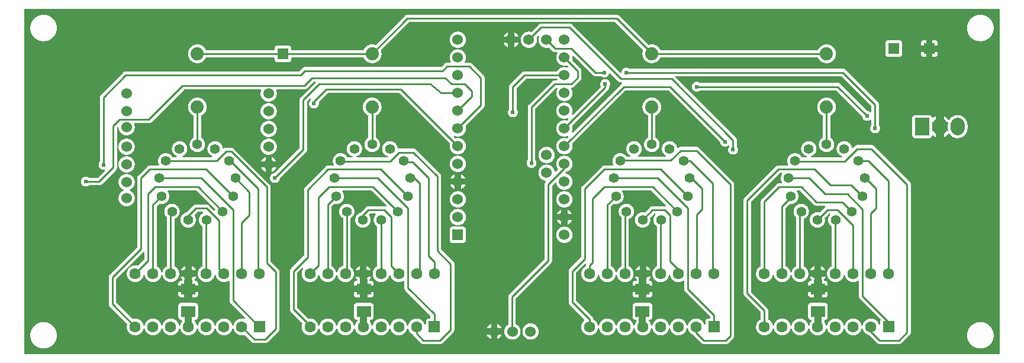
<source format=gtl>
G04 Layer: TopLayer*
G04 EasyEDA v6.2.46, 2019-12-05T15:20:42+01:00*
G04 d8fcaf4132fa48e7953a627b650daf80,0734b15ce4794c74ad8cde99a471bf6c,10*
G04 Gerber Generator version 0.2*
G04 Scale: 100 percent, Rotated: No, Reflected: No *
G04 Dimensions in millimeters *
G04 leading zeros omitted , absolute positions ,3 integer and 3 decimal *
%FSLAX33Y33*%
%MOMM*%
G90*
G71D02*

%ADD10C,0.254000*%
%ADD11C,0.999998*%
%ADD12C,0.609600*%
%ADD13R,1.999996X1.600200*%
%ADD14C,1.524000*%
%ADD17C,1.599997*%
%ADD20C,1.400048*%
%ADD21C,1.879600*%
%ADD22C,1.999996*%

%LPD*%
G36*
G01X139641Y49743D02*
G01X358Y49743D01*
G01X343Y49742D01*
G01X329Y49739D01*
G01X315Y49734D01*
G01X303Y49727D01*
G01X291Y49718D01*
G01X281Y49708D01*
G01X272Y49696D01*
G01X265Y49684D01*
G01X260Y49670D01*
G01X257Y49656D01*
G01X256Y49641D01*
G01X256Y358D01*
G01X257Y343D01*
G01X260Y329D01*
G01X265Y315D01*
G01X272Y303D01*
G01X281Y291D01*
G01X291Y281D01*
G01X303Y272D01*
G01X315Y265D01*
G01X329Y260D01*
G01X343Y257D01*
G01X358Y256D01*
G01X139641Y256D01*
G01X139656Y257D01*
G01X139670Y260D01*
G01X139684Y265D01*
G01X139696Y272D01*
G01X139708Y281D01*
G01X139718Y291D01*
G01X139727Y303D01*
G01X139734Y315D01*
G01X139739Y329D01*
G01X139742Y343D01*
G01X139743Y358D01*
G01X139743Y49641D01*
G01X139742Y49656D01*
G01X139739Y49670D01*
G01X139734Y49684D01*
G01X139727Y49696D01*
G01X139718Y49708D01*
G01X139708Y49718D01*
G01X139696Y49727D01*
G01X139684Y49734D01*
G01X139670Y49739D01*
G01X139656Y49742D01*
G01X139641Y49743D01*
G37*

%LPC*%
G36*
G01X62302Y43943D02*
G01X62253Y43944D01*
G01X62203Y43943D01*
G01X62154Y43940D01*
G01X62105Y43935D01*
G01X62056Y43927D01*
G01X62007Y43918D01*
G01X61959Y43907D01*
G01X61911Y43893D01*
G01X61865Y43878D01*
G01X61818Y43860D01*
G01X61773Y43841D01*
G01X61728Y43819D01*
G01X61685Y43796D01*
G01X61642Y43771D01*
G01X61600Y43744D01*
G01X61560Y43716D01*
G01X61521Y43686D01*
G01X61483Y43654D01*
G01X61447Y43620D01*
G01X61412Y43585D01*
G01X61378Y43549D01*
G01X61346Y43511D01*
G01X61316Y43472D01*
G01X61288Y43432D01*
G01X61261Y43390D01*
G01X61236Y43347D01*
G01X61213Y43304D01*
G01X61191Y43259D01*
G01X61172Y43214D01*
G01X61154Y43167D01*
G01X61139Y43121D01*
G01X61126Y43073D01*
G01X61114Y43025D01*
G01X61105Y42976D01*
G01X61097Y42927D01*
G01X61092Y42878D01*
G01X61089Y42829D01*
G01X61088Y42780D01*
G01X61089Y42728D01*
G01X61092Y42677D01*
G01X61098Y42626D01*
G01X61106Y42575D01*
G01X61116Y42525D01*
G01X61128Y42475D01*
G01X61143Y42426D01*
G01X61160Y42377D01*
G01X61178Y42330D01*
G01X61199Y42283D01*
G01X61222Y42237D01*
G01X61247Y42192D01*
G01X61255Y42176D01*
G01X61259Y42159D01*
G01X61261Y42141D01*
G01X61260Y42126D01*
G01X61257Y42112D01*
G01X61252Y42098D01*
G01X61245Y42086D01*
G01X61236Y42074D01*
G01X61226Y42064D01*
G01X61214Y42055D01*
G01X61201Y42048D01*
G01X61188Y42043D01*
G01X61174Y42040D01*
G01X61159Y42039D01*
G01X60729Y42039D01*
G01X60694Y42038D01*
G01X60659Y42035D01*
G01X60625Y42029D01*
G01X60591Y42021D01*
G01X60558Y42011D01*
G01X60526Y41999D01*
G01X60494Y41984D01*
G01X60464Y41968D01*
G01X60434Y41950D01*
G01X60406Y41930D01*
G01X60379Y41908D01*
G01X60354Y41884D01*
G01X59904Y41434D01*
G01X59892Y41423D01*
G01X59878Y41415D01*
G01X59863Y41409D01*
G01X59848Y41405D01*
G01X59832Y41404D01*
G01X40409Y41404D01*
G01X40374Y41403D01*
G01X40339Y41400D01*
G01X40305Y41394D01*
G01X40271Y41386D01*
G01X40238Y41376D01*
G01X40206Y41364D01*
G01X40174Y41349D01*
G01X40144Y41333D01*
G01X40114Y41315D01*
G01X40086Y41295D01*
G01X40059Y41273D01*
G01X40034Y41249D01*
G01X39584Y40799D01*
G01X39572Y40788D01*
G01X39558Y40780D01*
G01X39543Y40774D01*
G01X39528Y40770D01*
G01X39512Y40769D01*
G01X14755Y40769D01*
G01X14720Y40768D01*
G01X14685Y40765D01*
G01X14651Y40759D01*
G01X14617Y40751D01*
G01X14584Y40741D01*
G01X14552Y40729D01*
G01X14520Y40714D01*
G01X14490Y40698D01*
G01X14460Y40680D01*
G01X14432Y40660D01*
G01X14405Y40638D01*
G01X14380Y40614D01*
G01X11205Y37439D01*
G01X11181Y37414D01*
G01X11159Y37387D01*
G01X11139Y37359D01*
G01X11121Y37329D01*
G01X11105Y37299D01*
G01X11090Y37267D01*
G01X11078Y37235D01*
G01X11068Y37202D01*
G01X11060Y37168D01*
G01X11054Y37134D01*
G01X11051Y37099D01*
G01X11050Y37065D01*
G01X11050Y27919D01*
G01X11048Y27901D01*
G01X11044Y27885D01*
G01X11037Y27869D01*
G01X11028Y27855D01*
G01X11004Y27823D01*
G01X10981Y27790D01*
G01X10961Y27756D01*
G01X10943Y27721D01*
G01X10926Y27684D01*
G01X10912Y27647D01*
G01X10900Y27609D01*
G01X10890Y27571D01*
G01X10882Y27531D01*
G01X10877Y27492D01*
G01X10873Y27452D01*
G01X10872Y27413D01*
G01X10873Y27374D01*
G01X10876Y27336D01*
G01X10881Y27298D01*
G01X10889Y27260D01*
G01X10898Y27223D01*
G01X10909Y27187D01*
G01X10922Y27151D01*
G01X10938Y27115D01*
G01X10955Y27081D01*
G01X10973Y27048D01*
G01X10994Y27016D01*
G01X11016Y26984D01*
G01X11040Y26955D01*
G01X11066Y26926D01*
G01X11093Y26899D01*
G01X11122Y26873D01*
G01X11151Y26849D01*
G01X11183Y26827D01*
G01X11215Y26806D01*
G01X11248Y26788D01*
G01X11282Y26770D01*
G01X11318Y26755D01*
G01X11354Y26742D01*
G01X11390Y26731D01*
G01X11427Y26722D01*
G01X11465Y26714D01*
G01X11503Y26709D01*
G01X11541Y26706D01*
G01X11580Y26705D01*
G01X11650Y26709D01*
G01X11660Y26709D01*
G01X11674Y26708D01*
G01X11689Y26705D01*
G01X11702Y26700D01*
G01X11715Y26693D01*
G01X11726Y26684D01*
G01X11737Y26674D01*
G01X11745Y26662D01*
G01X11752Y26650D01*
G01X11757Y26636D01*
G01X11760Y26622D01*
G01X11761Y26608D01*
G01X11760Y26592D01*
G01X11757Y26576D01*
G01X11750Y26561D01*
G01X11742Y26548D01*
G01X11732Y26536D01*
G01X10755Y25559D01*
G01X10743Y25548D01*
G01X10729Y25540D01*
G01X10714Y25534D01*
G01X10699Y25530D01*
G01X10683Y25529D01*
G01X9546Y25529D01*
G01X9528Y25531D01*
G01X9512Y25535D01*
G01X9496Y25542D01*
G01X9482Y25551D01*
G01X9450Y25575D01*
G01X9417Y25598D01*
G01X9383Y25618D01*
G01X9348Y25636D01*
G01X9311Y25653D01*
G01X9274Y25667D01*
G01X9236Y25679D01*
G01X9198Y25689D01*
G01X9158Y25697D01*
G01X9119Y25702D01*
G01X9079Y25706D01*
G01X9040Y25707D01*
G01X9001Y25706D01*
G01X8963Y25703D01*
G01X8925Y25698D01*
G01X8887Y25690D01*
G01X8850Y25681D01*
G01X8814Y25670D01*
G01X8778Y25657D01*
G01X8742Y25642D01*
G01X8708Y25624D01*
G01X8675Y25606D01*
G01X8643Y25585D01*
G01X8611Y25563D01*
G01X8582Y25539D01*
G01X8553Y25513D01*
G01X8526Y25486D01*
G01X8500Y25457D01*
G01X8476Y25428D01*
G01X8454Y25396D01*
G01X8433Y25364D01*
G01X8415Y25331D01*
G01X8398Y25297D01*
G01X8382Y25261D01*
G01X8369Y25225D01*
G01X8358Y25189D01*
G01X8349Y25152D01*
G01X8341Y25114D01*
G01X8336Y25076D01*
G01X8333Y25038D01*
G01X8332Y25000D01*
G01X8333Y24961D01*
G01X8336Y24923D01*
G01X8341Y24885D01*
G01X8349Y24847D01*
G01X8358Y24810D01*
G01X8369Y24774D01*
G01X8382Y24738D01*
G01X8398Y24702D01*
G01X8415Y24668D01*
G01X8433Y24635D01*
G01X8454Y24603D01*
G01X8476Y24571D01*
G01X8500Y24542D01*
G01X8526Y24513D01*
G01X8553Y24486D01*
G01X8582Y24460D01*
G01X8611Y24436D01*
G01X8643Y24414D01*
G01X8675Y24393D01*
G01X8708Y24375D01*
G01X8742Y24357D01*
G01X8778Y24342D01*
G01X8814Y24329D01*
G01X8850Y24318D01*
G01X8887Y24309D01*
G01X8925Y24301D01*
G01X8963Y24296D01*
G01X9001Y24293D01*
G01X9040Y24292D01*
G01X9079Y24293D01*
G01X9119Y24297D01*
G01X9158Y24302D01*
G01X9198Y24310D01*
G01X9236Y24320D01*
G01X9274Y24332D01*
G01X9311Y24346D01*
G01X9348Y24363D01*
G01X9383Y24381D01*
G01X9417Y24401D01*
G01X9450Y24424D01*
G01X9482Y24448D01*
G01X9496Y24457D01*
G01X9512Y24464D01*
G01X9528Y24468D01*
G01X9546Y24470D01*
G01X10945Y24470D01*
G01X10979Y24471D01*
G01X11014Y24474D01*
G01X11048Y24480D01*
G01X11082Y24488D01*
G01X11115Y24498D01*
G01X11147Y24510D01*
G01X11179Y24525D01*
G01X11209Y24541D01*
G01X11239Y24559D01*
G01X11267Y24579D01*
G01X11294Y24601D01*
G01X11319Y24625D01*
G01X13351Y26657D01*
G01X13375Y26682D01*
G01X13397Y26709D01*
G01X13417Y26737D01*
G01X13435Y26767D01*
G01X13451Y26797D01*
G01X13466Y26829D01*
G01X13478Y26861D01*
G01X13488Y26894D01*
G01X13496Y26928D01*
G01X13502Y26962D01*
G01X13505Y26997D01*
G01X13506Y27032D01*
G01X13506Y32739D01*
G01X13507Y32755D01*
G01X13511Y32770D01*
G01X13517Y32785D01*
G01X13526Y32799D01*
G01X13536Y32811D01*
G01X13544Y32819D01*
G01X13556Y32830D01*
G01X13570Y32838D01*
G01X13585Y32844D01*
G01X13600Y32848D01*
G01X13616Y32849D01*
G01X13632Y32848D01*
G01X13647Y32844D01*
G01X13661Y32839D01*
G01X13675Y32831D01*
G01X13687Y32821D01*
G01X13697Y32809D01*
G01X13705Y32796D01*
G01X13712Y32782D01*
G01X13716Y32767D01*
G01X13718Y32751D01*
G01X13721Y32702D01*
G01X13726Y32652D01*
G01X13733Y32603D01*
G01X13742Y32554D01*
G01X13753Y32506D01*
G01X13766Y32458D01*
G01X13782Y32411D01*
G01X13799Y32364D01*
G01X13818Y32319D01*
G01X13839Y32274D01*
G01X13862Y32230D01*
G01X13887Y32187D01*
G01X13914Y32145D01*
G01X13943Y32104D01*
G01X13973Y32065D01*
G01X14005Y32027D01*
G01X14038Y31990D01*
G01X14073Y31955D01*
G01X14110Y31921D01*
G01X14147Y31889D01*
G01X14187Y31859D01*
G01X14227Y31830D01*
G01X14269Y31803D01*
G01X14311Y31778D01*
G01X14355Y31755D01*
G01X14400Y31733D01*
G01X14446Y31714D01*
G01X14492Y31696D01*
G01X14539Y31680D01*
G01X14587Y31667D01*
G01X14635Y31655D01*
G01X14684Y31646D01*
G01X14733Y31638D01*
G01X14782Y31633D01*
G01X14832Y31630D01*
G01X14882Y31629D01*
G01X14931Y31630D01*
G01X14980Y31633D01*
G01X15029Y31638D01*
G01X15078Y31646D01*
G01X15127Y31655D01*
G01X15175Y31666D01*
G01X15223Y31680D01*
G01X15269Y31695D01*
G01X15316Y31713D01*
G01X15361Y31732D01*
G01X15406Y31754D01*
G01X15449Y31777D01*
G01X15492Y31802D01*
G01X15534Y31829D01*
G01X15574Y31857D01*
G01X15613Y31887D01*
G01X15651Y31919D01*
G01X15687Y31953D01*
G01X15722Y31988D01*
G01X15756Y32024D01*
G01X15788Y32062D01*
G01X15818Y32101D01*
G01X15846Y32141D01*
G01X15873Y32183D01*
G01X15898Y32226D01*
G01X15921Y32269D01*
G01X15943Y32314D01*
G01X15962Y32359D01*
G01X15980Y32406D01*
G01X15995Y32452D01*
G01X16009Y32500D01*
G01X16020Y32548D01*
G01X16029Y32597D01*
G01X16037Y32646D01*
G01X16042Y32695D01*
G01X16045Y32744D01*
G01X16046Y32793D01*
G01X16045Y32848D01*
G01X16041Y32903D01*
G01X16035Y32957D01*
G01X16026Y33011D01*
G01X16014Y33065D01*
G01X16000Y33117D01*
G01X15984Y33170D01*
G01X15965Y33221D01*
G01X15959Y33239D01*
G01X15958Y33258D01*
G01X15959Y33273D01*
G01X15962Y33287D01*
G01X15967Y33301D01*
G01X15974Y33313D01*
G01X15983Y33325D01*
G01X15993Y33335D01*
G01X16004Y33344D01*
G01X16017Y33351D01*
G01X16031Y33356D01*
G01X16045Y33359D01*
G01X16059Y33360D01*
G01X18057Y33360D01*
G01X18091Y33361D01*
G01X18126Y33364D01*
G01X18160Y33370D01*
G01X18194Y33378D01*
G01X18227Y33388D01*
G01X18259Y33400D01*
G01X18291Y33415D01*
G01X18321Y33431D01*
G01X18351Y33449D01*
G01X18379Y33469D01*
G01X18406Y33491D01*
G01X18431Y33515D01*
G01X23072Y38156D01*
G01X23084Y38167D01*
G01X23098Y38175D01*
G01X23113Y38181D01*
G01X23128Y38185D01*
G01X23144Y38186D01*
G01X34024Y38186D01*
G01X34038Y38185D01*
G01X34052Y38182D01*
G01X34066Y38177D01*
G01X34079Y38170D01*
G01X34090Y38161D01*
G01X34101Y38151D01*
G01X34109Y38139D01*
G01X34116Y38127D01*
G01X34121Y38113D01*
G01X34124Y38099D01*
G01X34125Y38084D01*
G01X34124Y38065D01*
G01X34118Y38047D01*
G01X34099Y37996D01*
G01X34083Y37943D01*
G01X34069Y37891D01*
G01X34057Y37837D01*
G01X34048Y37783D01*
G01X34042Y37729D01*
G01X34038Y37674D01*
G01X34037Y37619D01*
G01X34038Y37570D01*
G01X34041Y37521D01*
G01X34046Y37472D01*
G01X34054Y37423D01*
G01X34063Y37374D01*
G01X34075Y37326D01*
G01X34088Y37278D01*
G01X34103Y37232D01*
G01X34121Y37185D01*
G01X34140Y37140D01*
G01X34162Y37095D01*
G01X34185Y37052D01*
G01X34210Y37009D01*
G01X34237Y36967D01*
G01X34265Y36927D01*
G01X34295Y36888D01*
G01X34327Y36850D01*
G01X34361Y36814D01*
G01X34396Y36779D01*
G01X34432Y36745D01*
G01X34470Y36713D01*
G01X34509Y36683D01*
G01X34549Y36655D01*
G01X34591Y36628D01*
G01X34634Y36603D01*
G01X34677Y36580D01*
G01X34722Y36558D01*
G01X34767Y36539D01*
G01X34814Y36521D01*
G01X34860Y36506D01*
G01X34908Y36492D01*
G01X34956Y36481D01*
G01X35005Y36472D01*
G01X35054Y36464D01*
G01X35103Y36459D01*
G01X35152Y36456D01*
G01X35202Y36455D01*
G01X35251Y36456D01*
G01X35300Y36459D01*
G01X35349Y36464D01*
G01X35398Y36472D01*
G01X35447Y36481D01*
G01X35495Y36492D01*
G01X35543Y36506D01*
G01X35589Y36521D01*
G01X35636Y36539D01*
G01X35681Y36558D01*
G01X35726Y36580D01*
G01X35769Y36603D01*
G01X35812Y36628D01*
G01X35854Y36655D01*
G01X35894Y36683D01*
G01X35933Y36713D01*
G01X35971Y36745D01*
G01X36007Y36779D01*
G01X36042Y36814D01*
G01X36076Y36850D01*
G01X36108Y36888D01*
G01X36138Y36927D01*
G01X36166Y36967D01*
G01X36193Y37009D01*
G01X36218Y37052D01*
G01X36241Y37095D01*
G01X36263Y37140D01*
G01X36282Y37185D01*
G01X36300Y37232D01*
G01X36315Y37278D01*
G01X36329Y37326D01*
G01X36340Y37374D01*
G01X36349Y37423D01*
G01X36357Y37472D01*
G01X36362Y37521D01*
G01X36365Y37570D01*
G01X36366Y37619D01*
G01X36365Y37674D01*
G01X36361Y37729D01*
G01X36355Y37783D01*
G01X36346Y37837D01*
G01X36334Y37891D01*
G01X36320Y37943D01*
G01X36304Y37996D01*
G01X36285Y38047D01*
G01X36279Y38065D01*
G01X36278Y38084D01*
G01X36279Y38099D01*
G01X36282Y38113D01*
G01X36287Y38127D01*
G01X36294Y38139D01*
G01X36303Y38151D01*
G01X36313Y38161D01*
G01X36324Y38170D01*
G01X36337Y38177D01*
G01X36351Y38182D01*
G01X36365Y38185D01*
G01X36379Y38186D01*
G01X40282Y38186D01*
G01X40316Y38187D01*
G01X40351Y38190D01*
G01X40385Y38196D01*
G01X40419Y38204D01*
G01X40452Y38214D01*
G01X40484Y38226D01*
G01X40516Y38241D01*
G01X40546Y38257D01*
G01X40576Y38275D01*
G01X40604Y38295D01*
G01X40631Y38317D01*
G01X40656Y38341D01*
G01X41614Y39299D01*
G01X41626Y39310D01*
G01X41640Y39318D01*
G01X41655Y39324D01*
G01X41670Y39328D01*
G01X41686Y39329D01*
G01X41806Y39329D01*
G01X41820Y39328D01*
G01X41834Y39325D01*
G01X41848Y39320D01*
G01X41861Y39313D01*
G01X41872Y39304D01*
G01X41882Y39294D01*
G01X41891Y39282D01*
G01X41898Y39270D01*
G01X41903Y39256D01*
G01X41906Y39242D01*
G01X41907Y39227D01*
G01X41906Y39211D01*
G01X41902Y39196D01*
G01X41896Y39181D01*
G01X41888Y39168D01*
G01X41878Y39155D01*
G01X39780Y37058D01*
G01X39756Y37033D01*
G01X39734Y37006D01*
G01X39714Y36978D01*
G01X39696Y36948D01*
G01X39680Y36918D01*
G01X39665Y36886D01*
G01X39653Y36854D01*
G01X39643Y36821D01*
G01X39635Y36787D01*
G01X39629Y36753D01*
G01X39626Y36718D01*
G01X39625Y36684D01*
G01X39625Y29833D01*
G01X39624Y29817D01*
G01X39620Y29802D01*
G01X39614Y29787D01*
G01X39606Y29773D01*
G01X39595Y29761D01*
G01X36074Y26240D01*
G01X36061Y26229D01*
G01X36046Y26220D01*
G01X36030Y26214D01*
G01X36013Y26211D01*
G01X35975Y26205D01*
G01X35938Y26198D01*
G01X35900Y26189D01*
G01X35864Y26178D01*
G01X35828Y26164D01*
G01X35793Y26149D01*
G01X35759Y26132D01*
G01X35725Y26113D01*
G01X35693Y26093D01*
G01X35662Y26070D01*
G01X35632Y26046D01*
G01X35604Y26021D01*
G01X35577Y25994D01*
G01X35551Y25965D01*
G01X35527Y25935D01*
G01X35505Y25904D01*
G01X35484Y25872D01*
G01X35465Y25839D01*
G01X35448Y25804D01*
G01X35433Y25769D01*
G01X35420Y25733D01*
G01X35409Y25697D01*
G01X35400Y25659D01*
G01X35392Y25622D01*
G01X35387Y25584D01*
G01X35384Y25546D01*
G01X35383Y25508D01*
G01X35384Y25469D01*
G01X35387Y25431D01*
G01X35392Y25393D01*
G01X35400Y25355D01*
G01X35409Y25318D01*
G01X35420Y25282D01*
G01X35433Y25246D01*
G01X35449Y25210D01*
G01X35466Y25176D01*
G01X35484Y25143D01*
G01X35505Y25111D01*
G01X35527Y25079D01*
G01X35551Y25050D01*
G01X35577Y25021D01*
G01X35604Y24994D01*
G01X35633Y24968D01*
G01X35662Y24944D01*
G01X35694Y24922D01*
G01X35726Y24901D01*
G01X35759Y24883D01*
G01X35793Y24865D01*
G01X35829Y24850D01*
G01X35865Y24837D01*
G01X35901Y24826D01*
G01X35938Y24817D01*
G01X35976Y24809D01*
G01X36014Y24804D01*
G01X36052Y24801D01*
G01X36091Y24800D01*
G01X36129Y24801D01*
G01X36167Y24804D01*
G01X36205Y24809D01*
G01X36242Y24817D01*
G01X36280Y24826D01*
G01X36316Y24837D01*
G01X36352Y24850D01*
G01X36387Y24865D01*
G01X36422Y24882D01*
G01X36455Y24901D01*
G01X36487Y24922D01*
G01X36518Y24944D01*
G01X36548Y24968D01*
G01X36577Y24994D01*
G01X36604Y25021D01*
G01X36629Y25049D01*
G01X36653Y25079D01*
G01X36676Y25110D01*
G01X36696Y25142D01*
G01X36715Y25176D01*
G01X36732Y25210D01*
G01X36747Y25245D01*
G01X36761Y25281D01*
G01X36772Y25317D01*
G01X36781Y25355D01*
G01X36788Y25392D01*
G01X36794Y25430D01*
G01X36797Y25447D01*
G01X36803Y25463D01*
G01X36812Y25478D01*
G01X36823Y25491D01*
G01X40529Y29197D01*
G01X40553Y29222D01*
G01X40575Y29249D01*
G01X40595Y29277D01*
G01X40613Y29307D01*
G01X40629Y29337D01*
G01X40644Y29369D01*
G01X40656Y29401D01*
G01X40666Y29434D01*
G01X40674Y29468D01*
G01X40680Y29502D01*
G01X40683Y29537D01*
G01X40684Y29572D01*
G01X40684Y36422D01*
G01X40685Y36438D01*
G01X40689Y36453D01*
G01X40695Y36468D01*
G01X40704Y36482D01*
G01X40714Y36494D01*
G01X40985Y36765D01*
G01X40997Y36775D01*
G01X41011Y36784D01*
G01X41026Y36790D01*
G01X41041Y36794D01*
G01X41057Y36795D01*
G01X41059Y36795D01*
G01X41059Y36797D01*
G01X41060Y36813D01*
G01X41064Y36828D01*
G01X41070Y36843D01*
G01X41079Y36857D01*
G01X41089Y36869D01*
G01X41107Y36887D01*
G01X41119Y36898D01*
G01X41133Y36906D01*
G01X41148Y36912D01*
G01X41163Y36916D01*
G01X41179Y36917D01*
G01X41193Y36916D01*
G01X41208Y36913D01*
G01X41221Y36908D01*
G01X41234Y36901D01*
G01X41245Y36892D01*
G01X41256Y36882D01*
G01X41264Y36870D01*
G01X41271Y36858D01*
G01X41276Y36844D01*
G01X41280Y36830D01*
G01X41281Y36815D01*
G01X41279Y36799D01*
G01X41275Y36783D01*
G01X41268Y36767D01*
G01X41259Y36753D01*
G01X41254Y36746D01*
G01X41236Y36727D01*
G01X41226Y36719D01*
G01X41211Y36709D01*
G01X41195Y36702D01*
G01X41178Y36697D01*
G01X41161Y36696D01*
G01X41158Y36696D01*
G01X41159Y36693D01*
G01X41157Y36676D01*
G01X41152Y36659D01*
G01X41145Y36643D01*
G01X41135Y36628D01*
G01X41110Y36596D01*
G01X41086Y36562D01*
G01X41065Y36528D01*
G01X41046Y36491D01*
G01X41028Y36454D01*
G01X41013Y36416D01*
G01X41001Y36377D01*
G01X40990Y36338D01*
G01X40982Y36298D01*
G01X40976Y36257D01*
G01X40972Y36216D01*
G01X40971Y36176D01*
G01X40972Y36137D01*
G01X40975Y36099D01*
G01X40980Y36061D01*
G01X40988Y36023D01*
G01X40997Y35986D01*
G01X41008Y35950D01*
G01X41021Y35914D01*
G01X41037Y35878D01*
G01X41054Y35844D01*
G01X41072Y35811D01*
G01X41093Y35779D01*
G01X41115Y35747D01*
G01X41139Y35718D01*
G01X41165Y35689D01*
G01X41192Y35662D01*
G01X41221Y35636D01*
G01X41250Y35612D01*
G01X41282Y35590D01*
G01X41314Y35569D01*
G01X41347Y35551D01*
G01X41381Y35533D01*
G01X41417Y35518D01*
G01X41453Y35505D01*
G01X41489Y35494D01*
G01X41526Y35485D01*
G01X41564Y35477D01*
G01X41602Y35472D01*
G01X41640Y35469D01*
G01X41679Y35468D01*
G01X41717Y35469D01*
G01X41755Y35472D01*
G01X41793Y35477D01*
G01X41831Y35485D01*
G01X41868Y35494D01*
G01X41904Y35505D01*
G01X41940Y35518D01*
G01X41976Y35533D01*
G01X42010Y35551D01*
G01X42043Y35569D01*
G01X42075Y35590D01*
G01X42107Y35612D01*
G01X42136Y35636D01*
G01X42165Y35662D01*
G01X42192Y35689D01*
G01X42218Y35718D01*
G01X42242Y35747D01*
G01X42264Y35779D01*
G01X42285Y35811D01*
G01X42303Y35844D01*
G01X42321Y35878D01*
G01X42336Y35914D01*
G01X42349Y35950D01*
G01X42360Y35986D01*
G01X42369Y36023D01*
G01X42377Y36061D01*
G01X42382Y36099D01*
G01X42385Y36137D01*
G01X42386Y36176D01*
G01X42384Y36221D01*
G01X42380Y36266D01*
G01X42373Y36311D01*
G01X42371Y36331D01*
G01X42372Y36347D01*
G01X42376Y36362D01*
G01X42382Y36377D01*
G01X42390Y36391D01*
G01X42401Y36403D01*
G01X43646Y37648D01*
G01X43658Y37659D01*
G01X43672Y37667D01*
G01X43687Y37673D01*
G01X43702Y37677D01*
G01X43718Y37678D01*
G01X53863Y37678D01*
G01X53879Y37677D01*
G01X53894Y37673D01*
G01X53909Y37667D01*
G01X53923Y37659D01*
G01X53935Y37648D01*
G01X61102Y30481D01*
G01X61112Y30469D01*
G01X61121Y30455D01*
G01X61127Y30441D01*
G01X61130Y30425D01*
G01X61132Y30409D01*
G01X61128Y30383D01*
G01X61116Y30333D01*
G01X61106Y30283D01*
G01X61098Y30232D01*
G01X61092Y30182D01*
G01X61089Y30131D01*
G01X61088Y30080D01*
G01X61089Y30030D01*
G01X61092Y29981D01*
G01X61097Y29932D01*
G01X61105Y29883D01*
G01X61114Y29834D01*
G01X61126Y29786D01*
G01X61139Y29738D01*
G01X61154Y29692D01*
G01X61172Y29645D01*
G01X61191Y29600D01*
G01X61213Y29555D01*
G01X61236Y29512D01*
G01X61261Y29469D01*
G01X61288Y29427D01*
G01X61316Y29387D01*
G01X61346Y29348D01*
G01X61378Y29310D01*
G01X61412Y29274D01*
G01X61447Y29239D01*
G01X61483Y29205D01*
G01X61521Y29173D01*
G01X61560Y29143D01*
G01X61600Y29115D01*
G01X61642Y29088D01*
G01X61685Y29063D01*
G01X61728Y29040D01*
G01X61773Y29018D01*
G01X61818Y28999D01*
G01X61865Y28981D01*
G01X61911Y28966D01*
G01X61959Y28952D01*
G01X62007Y28941D01*
G01X62056Y28932D01*
G01X62105Y28924D01*
G01X62154Y28919D01*
G01X62203Y28916D01*
G01X62253Y28915D01*
G01X62302Y28916D01*
G01X62351Y28919D01*
G01X62400Y28924D01*
G01X62449Y28932D01*
G01X62498Y28941D01*
G01X62546Y28952D01*
G01X62594Y28966D01*
G01X62640Y28981D01*
G01X62687Y28999D01*
G01X62732Y29018D01*
G01X62777Y29040D01*
G01X62820Y29063D01*
G01X62863Y29088D01*
G01X62905Y29115D01*
G01X62945Y29143D01*
G01X62984Y29173D01*
G01X63022Y29205D01*
G01X63058Y29239D01*
G01X63093Y29274D01*
G01X63127Y29310D01*
G01X63159Y29348D01*
G01X63189Y29387D01*
G01X63217Y29427D01*
G01X63244Y29469D01*
G01X63269Y29512D01*
G01X63292Y29555D01*
G01X63314Y29600D01*
G01X63333Y29645D01*
G01X63351Y29692D01*
G01X63366Y29738D01*
G01X63380Y29786D01*
G01X63391Y29834D01*
G01X63400Y29883D01*
G01X63408Y29932D01*
G01X63413Y29981D01*
G01X63416Y30030D01*
G01X63417Y30080D01*
G01X63416Y30129D01*
G01X63413Y30178D01*
G01X63408Y30227D01*
G01X63400Y30276D01*
G01X63391Y30325D01*
G01X63380Y30373D01*
G01X63366Y30421D01*
G01X63351Y30467D01*
G01X63333Y30514D01*
G01X63314Y30559D01*
G01X63292Y30604D01*
G01X63269Y30647D01*
G01X63244Y30690D01*
G01X63217Y30732D01*
G01X63189Y30772D01*
G01X63159Y30811D01*
G01X63127Y30849D01*
G01X63093Y30885D01*
G01X63058Y30920D01*
G01X63022Y30954D01*
G01X62984Y30986D01*
G01X62945Y31016D01*
G01X62905Y31044D01*
G01X62863Y31071D01*
G01X62820Y31096D01*
G01X62777Y31119D01*
G01X62732Y31141D01*
G01X62687Y31160D01*
G01X62640Y31178D01*
G01X62594Y31193D01*
G01X62546Y31207D01*
G01X62498Y31218D01*
G01X62449Y31227D01*
G01X62400Y31235D01*
G01X62351Y31240D01*
G01X62302Y31243D01*
G01X62253Y31244D01*
G01X62201Y31243D01*
G01X62150Y31240D01*
G01X62099Y31234D01*
G01X62049Y31226D01*
G01X61999Y31216D01*
G01X61949Y31204D01*
G01X61923Y31200D01*
G01X61907Y31202D01*
G01X61891Y31205D01*
G01X61876Y31211D01*
G01X61863Y31220D01*
G01X61851Y31230D01*
G01X61708Y31373D01*
G01X61697Y31385D01*
G01X61689Y31399D01*
G01X61683Y31414D01*
G01X61679Y31429D01*
G01X61678Y31445D01*
G01X61679Y31459D01*
G01X61682Y31474D01*
G01X61687Y31487D01*
G01X61694Y31500D01*
G01X61703Y31511D01*
G01X61713Y31522D01*
G01X61725Y31530D01*
G01X61737Y31537D01*
G01X61751Y31542D01*
G01X61765Y31545D01*
G01X61780Y31547D01*
G01X61799Y31545D01*
G01X61818Y31539D01*
G01X61864Y31522D01*
G01X61911Y31506D01*
G01X61959Y31493D01*
G01X62007Y31481D01*
G01X62055Y31472D01*
G01X62104Y31464D01*
G01X62154Y31459D01*
G01X62203Y31456D01*
G01X62253Y31455D01*
G01X62302Y31456D01*
G01X62351Y31459D01*
G01X62400Y31464D01*
G01X62449Y31472D01*
G01X62498Y31481D01*
G01X62546Y31492D01*
G01X62594Y31506D01*
G01X62640Y31521D01*
G01X62687Y31539D01*
G01X62732Y31558D01*
G01X62777Y31580D01*
G01X62820Y31603D01*
G01X62863Y31628D01*
G01X62905Y31655D01*
G01X62945Y31683D01*
G01X62984Y31713D01*
G01X63022Y31745D01*
G01X63058Y31779D01*
G01X63093Y31814D01*
G01X63127Y31850D01*
G01X63159Y31888D01*
G01X63189Y31927D01*
G01X63217Y31967D01*
G01X63244Y32009D01*
G01X63269Y32052D01*
G01X63292Y32095D01*
G01X63314Y32140D01*
G01X63333Y32185D01*
G01X63351Y32232D01*
G01X63366Y32278D01*
G01X63380Y32326D01*
G01X63391Y32374D01*
G01X63400Y32423D01*
G01X63408Y32472D01*
G01X63413Y32521D01*
G01X63416Y32570D01*
G01X63417Y32620D01*
G01X63416Y32671D01*
G01X63413Y32722D01*
G01X63407Y32773D01*
G01X63399Y32823D01*
G01X63389Y32873D01*
G01X63377Y32923D01*
G01X63373Y32949D01*
G01X63375Y32965D01*
G01X63378Y32981D01*
G01X63384Y32996D01*
G01X63393Y33009D01*
G01X63403Y33021D01*
G01X65929Y35547D01*
G01X65953Y35572D01*
G01X65975Y35599D01*
G01X65995Y35627D01*
G01X66013Y35657D01*
G01X66029Y35687D01*
G01X66044Y35719D01*
G01X66056Y35751D01*
G01X66066Y35785D01*
G01X66074Y35818D01*
G01X66080Y35853D01*
G01X66083Y35887D01*
G01X66084Y35922D01*
G01X66084Y39859D01*
G01X66083Y39893D01*
G01X66080Y39928D01*
G01X66074Y39962D01*
G01X66066Y39996D01*
G01X66056Y40029D01*
G01X66044Y40061D01*
G01X66029Y40093D01*
G01X66013Y40123D01*
G01X65995Y40153D01*
G01X65975Y40181D01*
G01X65953Y40208D01*
G01X65929Y40233D01*
G01X64278Y41884D01*
G01X64253Y41908D01*
G01X64226Y41930D01*
G01X64198Y41950D01*
G01X64168Y41968D01*
G01X64138Y41984D01*
G01X64106Y41999D01*
G01X64074Y42011D01*
G01X64041Y42021D01*
G01X64007Y42029D01*
G01X63973Y42035D01*
G01X63938Y42038D01*
G01X63904Y42039D01*
G01X63346Y42039D01*
G01X63331Y42040D01*
G01X63317Y42043D01*
G01X63304Y42048D01*
G01X63291Y42055D01*
G01X63279Y42064D01*
G01X63269Y42074D01*
G01X63260Y42086D01*
G01X63253Y42098D01*
G01X63248Y42112D01*
G01X63245Y42126D01*
G01X63244Y42141D01*
G01X63246Y42159D01*
G01X63250Y42176D01*
G01X63258Y42192D01*
G01X63283Y42237D01*
G01X63306Y42283D01*
G01X63327Y42330D01*
G01X63345Y42377D01*
G01X63362Y42426D01*
G01X63377Y42475D01*
G01X63389Y42525D01*
G01X63399Y42575D01*
G01X63407Y42626D01*
G01X63413Y42677D01*
G01X63416Y42728D01*
G01X63417Y42780D01*
G01X63416Y42829D01*
G01X63413Y42878D01*
G01X63408Y42927D01*
G01X63400Y42976D01*
G01X63391Y43025D01*
G01X63380Y43073D01*
G01X63366Y43121D01*
G01X63351Y43167D01*
G01X63333Y43214D01*
G01X63314Y43259D01*
G01X63292Y43304D01*
G01X63269Y43347D01*
G01X63244Y43390D01*
G01X63217Y43432D01*
G01X63189Y43472D01*
G01X63159Y43511D01*
G01X63127Y43549D01*
G01X63093Y43585D01*
G01X63058Y43620D01*
G01X63022Y43654D01*
G01X62984Y43686D01*
G01X62945Y43716D01*
G01X62905Y43744D01*
G01X62863Y43771D01*
G01X62820Y43796D01*
G01X62777Y43819D01*
G01X62732Y43841D01*
G01X62687Y43860D01*
G01X62640Y43878D01*
G01X62594Y43893D01*
G01X62546Y43907D01*
G01X62498Y43918D01*
G01X62449Y43927D01*
G01X62400Y43935D01*
G01X62351Y43940D01*
G01X62302Y43943D01*
G37*
G36*
G01X78255Y47627D02*
G01X74191Y47627D01*
G01X74156Y47626D01*
G01X74121Y47623D01*
G01X74087Y47617D01*
G01X74053Y47609D01*
G01X74020Y47599D01*
G01X73988Y47587D01*
G01X73956Y47572D01*
G01X73926Y47556D01*
G01X73896Y47538D01*
G01X73868Y47518D01*
G01X73841Y47496D01*
G01X73816Y47472D01*
G01X72814Y46470D01*
G01X72802Y46460D01*
G01X72788Y46451D01*
G01X72774Y46445D01*
G01X72758Y46442D01*
G01X72742Y46440D01*
G01X72716Y46444D01*
G01X72666Y46456D01*
G01X72616Y46466D01*
G01X72566Y46474D01*
G01X72515Y46480D01*
G01X72464Y46483D01*
G01X72413Y46484D01*
G01X72363Y46483D01*
G01X72314Y46480D01*
G01X72265Y46475D01*
G01X72216Y46467D01*
G01X72167Y46458D01*
G01X72119Y46447D01*
G01X72071Y46433D01*
G01X72025Y46418D01*
G01X71978Y46400D01*
G01X71933Y46381D01*
G01X71888Y46359D01*
G01X71845Y46336D01*
G01X71802Y46311D01*
G01X71760Y46284D01*
G01X71720Y46256D01*
G01X71681Y46226D01*
G01X71643Y46194D01*
G01X71607Y46160D01*
G01X71572Y46125D01*
G01X71538Y46089D01*
G01X71506Y46051D01*
G01X71476Y46012D01*
G01X71448Y45972D01*
G01X71421Y45930D01*
G01X71396Y45887D01*
G01X71373Y45844D01*
G01X71351Y45799D01*
G01X71332Y45754D01*
G01X71314Y45707D01*
G01X71299Y45661D01*
G01X71286Y45613D01*
G01X71274Y45565D01*
G01X71265Y45516D01*
G01X71257Y45467D01*
G01X71252Y45418D01*
G01X71249Y45369D01*
G01X71248Y45320D01*
G01X71249Y45270D01*
G01X71252Y45221D01*
G01X71257Y45172D01*
G01X71265Y45123D01*
G01X71274Y45074D01*
G01X71286Y45026D01*
G01X71299Y44978D01*
G01X71314Y44932D01*
G01X71332Y44885D01*
G01X71351Y44840D01*
G01X71373Y44795D01*
G01X71396Y44752D01*
G01X71421Y44709D01*
G01X71448Y44667D01*
G01X71476Y44627D01*
G01X71506Y44588D01*
G01X71538Y44550D01*
G01X71572Y44514D01*
G01X71607Y44479D01*
G01X71643Y44445D01*
G01X71681Y44413D01*
G01X71720Y44383D01*
G01X71760Y44355D01*
G01X71802Y44328D01*
G01X71845Y44303D01*
G01X71888Y44280D01*
G01X71933Y44258D01*
G01X71978Y44239D01*
G01X72025Y44221D01*
G01X72071Y44206D01*
G01X72119Y44192D01*
G01X72167Y44181D01*
G01X72216Y44172D01*
G01X72265Y44164D01*
G01X72314Y44159D01*
G01X72363Y44156D01*
G01X72413Y44155D01*
G01X72462Y44156D01*
G01X72511Y44159D01*
G01X72560Y44164D01*
G01X72609Y44172D01*
G01X72658Y44181D01*
G01X72706Y44192D01*
G01X72754Y44206D01*
G01X72800Y44221D01*
G01X72847Y44239D01*
G01X72892Y44258D01*
G01X72937Y44280D01*
G01X72980Y44303D01*
G01X73023Y44328D01*
G01X73065Y44355D01*
G01X73105Y44383D01*
G01X73144Y44413D01*
G01X73182Y44445D01*
G01X73218Y44479D01*
G01X73253Y44514D01*
G01X73287Y44550D01*
G01X73319Y44588D01*
G01X73349Y44627D01*
G01X73377Y44667D01*
G01X73404Y44709D01*
G01X73429Y44752D01*
G01X73452Y44795D01*
G01X73474Y44840D01*
G01X73493Y44885D01*
G01X73511Y44932D01*
G01X73526Y44978D01*
G01X73540Y45026D01*
G01X73551Y45074D01*
G01X73560Y45123D01*
G01X73568Y45172D01*
G01X73573Y45221D01*
G01X73576Y45270D01*
G01X73577Y45320D01*
G01X73576Y45371D01*
G01X73573Y45422D01*
G01X73567Y45473D01*
G01X73559Y45523D01*
G01X73549Y45573D01*
G01X73537Y45623D01*
G01X73533Y45649D01*
G01X73535Y45665D01*
G01X73538Y45681D01*
G01X73544Y45695D01*
G01X73553Y45709D01*
G01X73563Y45721D01*
G01X73706Y45864D01*
G01X73718Y45874D01*
G01X73732Y45883D01*
G01X73746Y45889D01*
G01X73762Y45893D01*
G01X73778Y45894D01*
G01X73792Y45893D01*
G01X73807Y45890D01*
G01X73820Y45885D01*
G01X73833Y45878D01*
G01X73844Y45869D01*
G01X73855Y45859D01*
G01X73863Y45847D01*
G01X73870Y45834D01*
G01X73875Y45821D01*
G01X73878Y45807D01*
G01X73879Y45792D01*
G01X73878Y45773D01*
G01X73872Y45754D01*
G01X73855Y45708D01*
G01X73839Y45661D01*
G01X73826Y45613D01*
G01X73814Y45565D01*
G01X73805Y45517D01*
G01X73797Y45468D01*
G01X73792Y45418D01*
G01X73789Y45369D01*
G01X73788Y45320D01*
G01X73789Y45270D01*
G01X73792Y45221D01*
G01X73797Y45172D01*
G01X73805Y45123D01*
G01X73814Y45074D01*
G01X73826Y45026D01*
G01X73839Y44978D01*
G01X73854Y44932D01*
G01X73872Y44885D01*
G01X73891Y44840D01*
G01X73913Y44795D01*
G01X73936Y44752D01*
G01X73961Y44709D01*
G01X73988Y44667D01*
G01X74016Y44627D01*
G01X74046Y44588D01*
G01X74078Y44550D01*
G01X74112Y44514D01*
G01X74147Y44479D01*
G01X74183Y44445D01*
G01X74221Y44413D01*
G01X74260Y44383D01*
G01X74300Y44355D01*
G01X74342Y44328D01*
G01X74385Y44303D01*
G01X74428Y44280D01*
G01X74473Y44258D01*
G01X74518Y44239D01*
G01X74565Y44221D01*
G01X74611Y44206D01*
G01X74659Y44192D01*
G01X74707Y44181D01*
G01X74756Y44172D01*
G01X74805Y44164D01*
G01X74854Y44159D01*
G01X74903Y44156D01*
G01X74953Y44155D01*
G01X75004Y44156D01*
G01X75055Y44159D01*
G01X75105Y44165D01*
G01X75156Y44173D01*
G01X75206Y44183D01*
G01X75256Y44195D01*
G01X75282Y44199D01*
G01X75298Y44197D01*
G01X75314Y44194D01*
G01X75328Y44188D01*
G01X75342Y44179D01*
G01X75354Y44169D01*
G01X75848Y43675D01*
G01X75873Y43651D01*
G01X75900Y43629D01*
G01X75928Y43609D01*
G01X75958Y43591D01*
G01X75988Y43575D01*
G01X76020Y43560D01*
G01X76052Y43548D01*
G01X76085Y43538D01*
G01X76119Y43530D01*
G01X76153Y43524D01*
G01X76188Y43521D01*
G01X76222Y43520D01*
G01X76399Y43520D01*
G01X76414Y43519D01*
G01X76428Y43516D01*
G01X76441Y43511D01*
G01X76454Y43504D01*
G01X76466Y43495D01*
G01X76476Y43485D01*
G01X76485Y43473D01*
G01X76492Y43461D01*
G01X76497Y43447D01*
G01X76500Y43433D01*
G01X76501Y43418D01*
G01X76499Y43400D01*
G01X76495Y43383D01*
G01X76487Y43367D01*
G01X76462Y43322D01*
G01X76439Y43276D01*
G01X76418Y43229D01*
G01X76400Y43182D01*
G01X76383Y43133D01*
G01X76368Y43084D01*
G01X76356Y43034D01*
G01X76346Y42984D01*
G01X76338Y42933D01*
G01X76332Y42882D01*
G01X76329Y42831D01*
G01X76328Y42780D01*
G01X76329Y42730D01*
G01X76332Y42681D01*
G01X76337Y42632D01*
G01X76345Y42583D01*
G01X76354Y42534D01*
G01X76366Y42486D01*
G01X76379Y42438D01*
G01X76394Y42392D01*
G01X76412Y42345D01*
G01X76431Y42300D01*
G01X76453Y42255D01*
G01X76476Y42212D01*
G01X76501Y42169D01*
G01X76528Y42127D01*
G01X76556Y42087D01*
G01X76586Y42048D01*
G01X76618Y42010D01*
G01X76652Y41974D01*
G01X76687Y41939D01*
G01X76723Y41905D01*
G01X76761Y41873D01*
G01X76800Y41843D01*
G01X76840Y41815D01*
G01X76882Y41788D01*
G01X76925Y41763D01*
G01X76968Y41740D01*
G01X77013Y41718D01*
G01X77058Y41699D01*
G01X77105Y41681D01*
G01X77151Y41666D01*
G01X77199Y41652D01*
G01X77247Y41641D01*
G01X77296Y41632D01*
G01X77345Y41624D01*
G01X77394Y41619D01*
G01X77443Y41616D01*
G01X77493Y41615D01*
G01X77544Y41616D01*
G01X77595Y41619D01*
G01X77645Y41625D01*
G01X77696Y41633D01*
G01X77746Y41643D01*
G01X77796Y41655D01*
G01X77822Y41659D01*
G01X77838Y41657D01*
G01X77854Y41654D01*
G01X77868Y41648D01*
G01X77882Y41639D01*
G01X77894Y41629D01*
G01X78037Y41486D01*
G01X78047Y41474D01*
G01X78056Y41460D01*
G01X78062Y41446D01*
G01X78065Y41430D01*
G01X78067Y41414D01*
G01X78066Y41400D01*
G01X78063Y41386D01*
G01X78058Y41372D01*
G01X78051Y41359D01*
G01X78042Y41348D01*
G01X78032Y41337D01*
G01X78020Y41329D01*
G01X78007Y41322D01*
G01X77994Y41317D01*
G01X77980Y41314D01*
G01X77965Y41313D01*
G01X77946Y41314D01*
G01X77927Y41320D01*
G01X77881Y41337D01*
G01X77834Y41353D01*
G01X77786Y41366D01*
G01X77738Y41378D01*
G01X77690Y41387D01*
G01X77641Y41395D01*
G01X77591Y41400D01*
G01X77542Y41403D01*
G01X77493Y41404D01*
G01X77444Y41403D01*
G01X77395Y41400D01*
G01X77346Y41395D01*
G01X77298Y41388D01*
G01X77250Y41379D01*
G01X77202Y41367D01*
G01X77155Y41354D01*
G01X77109Y41339D01*
G01X77063Y41322D01*
G01X77018Y41303D01*
G01X76974Y41282D01*
G01X76931Y41260D01*
G01X76888Y41235D01*
G01X76847Y41209D01*
G01X76807Y41181D01*
G01X76768Y41151D01*
G01X76731Y41120D01*
G01X76694Y41087D01*
G01X76659Y41053D01*
G01X76626Y41018D01*
G01X76594Y40981D01*
G01X76564Y40942D01*
G01X76535Y40903D01*
G01X76508Y40862D01*
G01X76483Y40820D01*
G01X76474Y40807D01*
G01X76464Y40796D01*
G01X76452Y40787D01*
G01X76439Y40779D01*
G01X76425Y40774D01*
G01X76410Y40770D01*
G01X76395Y40769D01*
G01X71778Y40769D01*
G01X71743Y40768D01*
G01X71708Y40765D01*
G01X71674Y40759D01*
G01X71640Y40751D01*
G01X71607Y40741D01*
G01X71575Y40729D01*
G01X71543Y40714D01*
G01X71513Y40698D01*
G01X71483Y40680D01*
G01X71455Y40660D01*
G01X71428Y40638D01*
G01X71403Y40614D01*
G01X69752Y38963D01*
G01X69728Y38938D01*
G01X69706Y38911D01*
G01X69686Y38883D01*
G01X69668Y38853D01*
G01X69652Y38823D01*
G01X69637Y38791D01*
G01X69625Y38759D01*
G01X69615Y38726D01*
G01X69607Y38692D01*
G01X69601Y38658D01*
G01X69598Y38623D01*
G01X69597Y38589D01*
G01X69597Y35412D01*
G01X69595Y35394D01*
G01X69591Y35378D01*
G01X69584Y35362D01*
G01X69575Y35348D01*
G01X69551Y35316D01*
G01X69528Y35283D01*
G01X69508Y35249D01*
G01X69490Y35214D01*
G01X69473Y35177D01*
G01X69459Y35140D01*
G01X69447Y35102D01*
G01X69437Y35064D01*
G01X69429Y35024D01*
G01X69424Y34985D01*
G01X69420Y34945D01*
G01X69419Y34906D01*
G01X69420Y34867D01*
G01X69423Y34829D01*
G01X69428Y34791D01*
G01X69436Y34753D01*
G01X69445Y34716D01*
G01X69456Y34680D01*
G01X69469Y34644D01*
G01X69485Y34608D01*
G01X69502Y34574D01*
G01X69520Y34541D01*
G01X69541Y34509D01*
G01X69563Y34477D01*
G01X69587Y34448D01*
G01X69613Y34419D01*
G01X69640Y34392D01*
G01X69669Y34366D01*
G01X69698Y34342D01*
G01X69730Y34320D01*
G01X69762Y34299D01*
G01X69795Y34281D01*
G01X69829Y34263D01*
G01X69865Y34248D01*
G01X69901Y34235D01*
G01X69937Y34224D01*
G01X69974Y34215D01*
G01X70012Y34207D01*
G01X70050Y34202D01*
G01X70088Y34199D01*
G01X70127Y34198D01*
G01X70165Y34199D01*
G01X70203Y34202D01*
G01X70241Y34207D01*
G01X70279Y34215D01*
G01X70316Y34224D01*
G01X70352Y34235D01*
G01X70388Y34248D01*
G01X70424Y34263D01*
G01X70458Y34281D01*
G01X70491Y34299D01*
G01X70523Y34320D01*
G01X70555Y34342D01*
G01X70584Y34366D01*
G01X70613Y34392D01*
G01X70640Y34419D01*
G01X70666Y34448D01*
G01X70690Y34477D01*
G01X70712Y34509D01*
G01X70733Y34541D01*
G01X70751Y34574D01*
G01X70769Y34608D01*
G01X70784Y34644D01*
G01X70797Y34680D01*
G01X70808Y34716D01*
G01X70817Y34753D01*
G01X70825Y34791D01*
G01X70830Y34829D01*
G01X70833Y34867D01*
G01X70834Y34906D01*
G01X70833Y34945D01*
G01X70829Y34985D01*
G01X70824Y35024D01*
G01X70816Y35064D01*
G01X70806Y35102D01*
G01X70794Y35140D01*
G01X70780Y35177D01*
G01X70763Y35214D01*
G01X70745Y35249D01*
G01X70725Y35283D01*
G01X70702Y35316D01*
G01X70678Y35348D01*
G01X70669Y35362D01*
G01X70662Y35378D01*
G01X70658Y35394D01*
G01X70656Y35412D01*
G01X70656Y38327D01*
G01X70657Y38343D01*
G01X70661Y38358D01*
G01X70667Y38373D01*
G01X70676Y38387D01*
G01X70686Y38399D01*
G01X71967Y39680D01*
G01X71979Y39691D01*
G01X71993Y39699D01*
G01X72008Y39705D01*
G01X72023Y39709D01*
G01X72039Y39710D01*
G01X76395Y39710D01*
G01X76410Y39709D01*
G01X76425Y39705D01*
G01X76439Y39700D01*
G01X76452Y39692D01*
G01X76464Y39683D01*
G01X76474Y39672D01*
G01X76483Y39659D01*
G01X76487Y39652D01*
G01X76495Y39636D01*
G01X76499Y39619D01*
G01X76501Y39601D01*
G01X76500Y39586D01*
G01X76497Y39572D01*
G01X76492Y39558D01*
G01X76485Y39546D01*
G01X76476Y39534D01*
G01X76466Y39524D01*
G01X76454Y39515D01*
G01X76441Y39508D01*
G01X76428Y39503D01*
G01X76414Y39500D01*
G01X76399Y39499D01*
G01X76096Y39499D01*
G01X76061Y39498D01*
G01X76026Y39495D01*
G01X75992Y39489D01*
G01X75958Y39481D01*
G01X75925Y39471D01*
G01X75893Y39459D01*
G01X75861Y39444D01*
G01X75831Y39428D01*
G01X75801Y39410D01*
G01X75773Y39390D01*
G01X75746Y39368D01*
G01X75721Y39344D01*
G01X72419Y36042D01*
G01X72395Y36017D01*
G01X72373Y35990D01*
G01X72353Y35962D01*
G01X72335Y35932D01*
G01X72319Y35902D01*
G01X72304Y35870D01*
G01X72292Y35838D01*
G01X72282Y35805D01*
G01X72274Y35771D01*
G01X72268Y35737D01*
G01X72265Y35702D01*
G01X72264Y35668D01*
G01X72264Y28173D01*
G01X72262Y28155D01*
G01X72258Y28139D01*
G01X72251Y28123D01*
G01X72242Y28109D01*
G01X72218Y28077D01*
G01X72195Y28044D01*
G01X72175Y28010D01*
G01X72157Y27975D01*
G01X72140Y27938D01*
G01X72126Y27901D01*
G01X72114Y27863D01*
G01X72104Y27825D01*
G01X72096Y27785D01*
G01X72091Y27746D01*
G01X72087Y27706D01*
G01X72086Y27667D01*
G01X72087Y27628D01*
G01X72090Y27590D01*
G01X72095Y27552D01*
G01X72103Y27514D01*
G01X72112Y27477D01*
G01X72123Y27441D01*
G01X72136Y27405D01*
G01X72152Y27369D01*
G01X72169Y27335D01*
G01X72187Y27302D01*
G01X72208Y27270D01*
G01X72230Y27238D01*
G01X72254Y27209D01*
G01X72280Y27180D01*
G01X72307Y27153D01*
G01X72336Y27127D01*
G01X72365Y27103D01*
G01X72397Y27081D01*
G01X72429Y27060D01*
G01X72462Y27042D01*
G01X72496Y27024D01*
G01X72532Y27009D01*
G01X72568Y26996D01*
G01X72604Y26985D01*
G01X72641Y26976D01*
G01X72679Y26968D01*
G01X72717Y26963D01*
G01X72755Y26960D01*
G01X72794Y26959D01*
G01X72832Y26960D01*
G01X72870Y26963D01*
G01X72908Y26968D01*
G01X72946Y26976D01*
G01X72983Y26985D01*
G01X73019Y26996D01*
G01X73055Y27009D01*
G01X73091Y27024D01*
G01X73125Y27042D01*
G01X73158Y27060D01*
G01X73190Y27081D01*
G01X73222Y27103D01*
G01X73251Y27127D01*
G01X73280Y27153D01*
G01X73307Y27180D01*
G01X73333Y27209D01*
G01X73357Y27238D01*
G01X73379Y27270D01*
G01X73400Y27302D01*
G01X73418Y27335D01*
G01X73436Y27369D01*
G01X73451Y27405D01*
G01X73464Y27441D01*
G01X73475Y27477D01*
G01X73484Y27514D01*
G01X73492Y27552D01*
G01X73497Y27590D01*
G01X73500Y27628D01*
G01X73501Y27667D01*
G01X73500Y27706D01*
G01X73496Y27746D01*
G01X73491Y27785D01*
G01X73483Y27825D01*
G01X73473Y27863D01*
G01X73461Y27901D01*
G01X73447Y27938D01*
G01X73430Y27975D01*
G01X73412Y28010D01*
G01X73392Y28044D01*
G01X73369Y28077D01*
G01X73345Y28109D01*
G01X73336Y28123D01*
G01X73329Y28139D01*
G01X73325Y28155D01*
G01X73323Y28173D01*
G01X73323Y35406D01*
G01X73324Y35422D01*
G01X73328Y35437D01*
G01X73334Y35452D01*
G01X73343Y35466D01*
G01X73353Y35478D01*
G01X76285Y38410D01*
G01X76297Y38421D01*
G01X76311Y38429D01*
G01X76326Y38435D01*
G01X76341Y38439D01*
G01X76357Y38440D01*
G01X76399Y38440D01*
G01X76414Y38439D01*
G01X76428Y38436D01*
G01X76441Y38431D01*
G01X76454Y38424D01*
G01X76466Y38415D01*
G01X76476Y38405D01*
G01X76485Y38393D01*
G01X76492Y38381D01*
G01X76497Y38367D01*
G01X76500Y38353D01*
G01X76501Y38338D01*
G01X76499Y38320D01*
G01X76495Y38303D01*
G01X76487Y38287D01*
G01X76462Y38242D01*
G01X76439Y38196D01*
G01X76418Y38149D01*
G01X76400Y38102D01*
G01X76383Y38053D01*
G01X76368Y38004D01*
G01X76356Y37954D01*
G01X76346Y37904D01*
G01X76338Y37853D01*
G01X76332Y37802D01*
G01X76329Y37751D01*
G01X76328Y37700D01*
G01X76329Y37650D01*
G01X76332Y37601D01*
G01X76337Y37552D01*
G01X76345Y37503D01*
G01X76354Y37454D01*
G01X76366Y37406D01*
G01X76379Y37358D01*
G01X76394Y37312D01*
G01X76412Y37265D01*
G01X76431Y37220D01*
G01X76453Y37175D01*
G01X76476Y37132D01*
G01X76501Y37089D01*
G01X76528Y37047D01*
G01X76556Y37007D01*
G01X76586Y36968D01*
G01X76618Y36930D01*
G01X76652Y36894D01*
G01X76687Y36859D01*
G01X76723Y36825D01*
G01X76761Y36793D01*
G01X76800Y36763D01*
G01X76840Y36735D01*
G01X76882Y36708D01*
G01X76925Y36683D01*
G01X76968Y36660D01*
G01X77013Y36638D01*
G01X77058Y36619D01*
G01X77105Y36601D01*
G01X77151Y36586D01*
G01X77199Y36572D01*
G01X77247Y36561D01*
G01X77296Y36552D01*
G01X77345Y36544D01*
G01X77394Y36539D01*
G01X77443Y36536D01*
G01X77493Y36535D01*
G01X77542Y36536D01*
G01X77591Y36539D01*
G01X77640Y36544D01*
G01X77689Y36552D01*
G01X77738Y36561D01*
G01X77786Y36572D01*
G01X77834Y36586D01*
G01X77880Y36601D01*
G01X77927Y36619D01*
G01X77972Y36638D01*
G01X78017Y36660D01*
G01X78060Y36683D01*
G01X78103Y36708D01*
G01X78145Y36735D01*
G01X78185Y36763D01*
G01X78224Y36793D01*
G01X78262Y36825D01*
G01X78298Y36859D01*
G01X78333Y36894D01*
G01X78367Y36930D01*
G01X78399Y36968D01*
G01X78429Y37007D01*
G01X78457Y37047D01*
G01X78484Y37089D01*
G01X78509Y37132D01*
G01X78532Y37175D01*
G01X78554Y37220D01*
G01X78573Y37265D01*
G01X78591Y37312D01*
G01X78606Y37358D01*
G01X78620Y37406D01*
G01X78631Y37454D01*
G01X78640Y37503D01*
G01X78648Y37552D01*
G01X78653Y37601D01*
G01X78656Y37650D01*
G01X78657Y37700D01*
G01X78656Y37751D01*
G01X78653Y37803D01*
G01X78647Y37854D01*
G01X78639Y37905D01*
G01X78629Y37956D01*
G01X78616Y38006D01*
G01X78601Y38056D01*
G01X78584Y38105D01*
G01X78565Y38153D01*
G01X78544Y38200D01*
G01X78521Y38246D01*
G01X78496Y38291D01*
G01X78488Y38307D01*
G01X78483Y38325D01*
G01X78482Y38343D01*
G01X78483Y38357D01*
G01X78486Y38372D01*
G01X78491Y38386D01*
G01X78498Y38398D01*
G01X78507Y38410D01*
G01X78518Y38420D01*
G01X78530Y38429D01*
G01X78543Y38436D01*
G01X78557Y38441D01*
G01X78571Y38444D01*
G01X78606Y38449D01*
G01X78641Y38457D01*
G01X78674Y38467D01*
G01X78708Y38479D01*
G01X78740Y38493D01*
G01X78771Y38510D01*
G01X78801Y38528D01*
G01X78830Y38549D01*
G01X78857Y38571D01*
G01X78883Y38595D01*
G01X79772Y39484D01*
G01X79796Y39509D01*
G01X79818Y39536D01*
G01X79838Y39564D01*
G01X79856Y39594D01*
G01X79872Y39624D01*
G01X79887Y39656D01*
G01X79899Y39688D01*
G01X79909Y39721D01*
G01X79917Y39755D01*
G01X79923Y39789D01*
G01X79926Y39824D01*
G01X79927Y39859D01*
G01X79927Y40874D01*
G01X79926Y40909D01*
G01X79923Y40944D01*
G01X79917Y40978D01*
G01X79909Y41011D01*
G01X79899Y41045D01*
G01X79887Y41077D01*
G01X79872Y41109D01*
G01X79856Y41139D01*
G01X79838Y41169D01*
G01X79818Y41197D01*
G01X79796Y41224D01*
G01X79772Y41249D01*
G01X78643Y42378D01*
G01X78633Y42390D01*
G01X78624Y42403D01*
G01X78618Y42418D01*
G01X78615Y42434D01*
G01X78613Y42450D01*
G01X78617Y42476D01*
G01X78629Y42526D01*
G01X78639Y42576D01*
G01X78647Y42626D01*
G01X78653Y42677D01*
G01X78656Y42728D01*
G01X78657Y42780D01*
G01X78655Y42841D01*
G01X78651Y42903D01*
G01X78650Y42914D01*
G01X78651Y42928D01*
G01X78654Y42942D01*
G01X78659Y42956D01*
G01X78666Y42969D01*
G01X78675Y42980D01*
G01X78685Y42991D01*
G01X78697Y42999D01*
G01X78709Y43006D01*
G01X78723Y43011D01*
G01X78737Y43014D01*
G01X78752Y43015D01*
G01X78767Y43014D01*
G01X78783Y43010D01*
G01X78798Y43004D01*
G01X78811Y42996D01*
G01X78823Y42986D01*
G01X81563Y40246D01*
G01X81588Y40222D01*
G01X81615Y40200D01*
G01X81643Y40180D01*
G01X81673Y40162D01*
G01X81703Y40146D01*
G01X81735Y40131D01*
G01X81767Y40119D01*
G01X81800Y40109D01*
G01X81834Y40101D01*
G01X81868Y40095D01*
G01X81903Y40092D01*
G01X81938Y40091D01*
G01X82701Y40091D01*
G01X82719Y40089D01*
G01X82735Y40085D01*
G01X82751Y40078D01*
G01X82765Y40069D01*
G01X82797Y40045D01*
G01X82830Y40022D01*
G01X82864Y40002D01*
G01X82899Y39984D01*
G01X82936Y39967D01*
G01X82973Y39953D01*
G01X83011Y39941D01*
G01X83050Y39931D01*
G01X83089Y39923D01*
G01X83128Y39918D01*
G01X83168Y39914D01*
G01X83208Y39913D01*
G01X83246Y39914D01*
G01X83285Y39917D01*
G01X83323Y39923D01*
G01X83361Y39930D01*
G01X83399Y39939D01*
G01X83436Y39951D01*
G01X83472Y39965D01*
G01X83508Y39980D01*
G01X83542Y39997D01*
G01X83576Y40017D01*
G01X83609Y40038D01*
G01X83640Y40061D01*
G01X83670Y40085D01*
G01X83699Y40111D01*
G01X83726Y40139D01*
G01X83751Y40168D01*
G01X83775Y40198D01*
G01X83798Y40230D01*
G01X83818Y40263D01*
G01X83837Y40297D01*
G01X83853Y40332D01*
G01X83868Y40368D01*
G01X83881Y40404D01*
G01X83892Y40442D01*
G01X83901Y40479D01*
G01X83905Y40494D01*
G01X83911Y40508D01*
G01X83920Y40521D01*
G01X83930Y40533D01*
G01X83942Y40542D01*
G01X83955Y40550D01*
G01X83970Y40556D01*
G01X83985Y40560D01*
G01X84000Y40561D01*
G01X84016Y40559D01*
G01X84032Y40556D01*
G01X84046Y40550D01*
G01X84060Y40541D01*
G01X84072Y40531D01*
G01X85246Y39357D01*
G01X85271Y39333D01*
G01X85298Y39311D01*
G01X85326Y39291D01*
G01X85356Y39273D01*
G01X85386Y39257D01*
G01X85418Y39242D01*
G01X85450Y39230D01*
G01X85483Y39220D01*
G01X85517Y39212D01*
G01X85551Y39206D01*
G01X85586Y39203D01*
G01X85621Y39202D01*
G01X85632Y39202D01*
G01X85646Y39201D01*
G01X85661Y39198D01*
G01X85674Y39193D01*
G01X85687Y39186D01*
G01X85699Y39177D01*
G01X85709Y39167D01*
G01X85717Y39155D01*
G01X85724Y39143D01*
G01X85729Y39129D01*
G01X85733Y39115D01*
G01X85734Y39100D01*
G01X85732Y39084D01*
G01X85729Y39069D01*
G01X85722Y39054D01*
G01X85714Y39040D01*
G01X85704Y39028D01*
G01X85691Y39018D01*
G01X85658Y38992D01*
G01X85627Y38963D01*
G01X78739Y32075D01*
G01X78727Y32065D01*
G01X78713Y32056D01*
G01X78699Y32050D01*
G01X78683Y32047D01*
G01X78667Y32045D01*
G01X78653Y32046D01*
G01X78639Y32050D01*
G01X78625Y32055D01*
G01X78612Y32062D01*
G01X78601Y32070D01*
G01X78590Y32080D01*
G01X78582Y32092D01*
G01X78575Y32105D01*
G01X78570Y32118D01*
G01X78567Y32133D01*
G01X78566Y32147D01*
G01X78567Y32166D01*
G01X78573Y32185D01*
G01X78590Y32231D01*
G01X78606Y32278D01*
G01X78619Y32326D01*
G01X78631Y32374D01*
G01X78640Y32423D01*
G01X78648Y32471D01*
G01X78653Y32521D01*
G01X78656Y32570D01*
G01X78657Y32620D01*
G01X78656Y32671D01*
G01X78653Y32722D01*
G01X78647Y32773D01*
G01X78639Y32823D01*
G01X78629Y32873D01*
G01X78617Y32923D01*
G01X78613Y32949D01*
G01X78615Y32965D01*
G01X78618Y32981D01*
G01X78624Y32996D01*
G01X78633Y33009D01*
G01X78643Y33021D01*
G01X83709Y38087D01*
G01X83733Y38112D01*
G01X83755Y38139D01*
G01X83775Y38167D01*
G01X83793Y38197D01*
G01X83809Y38227D01*
G01X83824Y38259D01*
G01X83836Y38291D01*
G01X83846Y38325D01*
G01X83854Y38358D01*
G01X83860Y38393D01*
G01X83863Y38427D01*
G01X83864Y38462D01*
G01X83864Y38463D01*
G01X83866Y38481D01*
G01X83870Y38497D01*
G01X83877Y38513D01*
G01X83886Y38527D01*
G01X83910Y38559D01*
G01X83933Y38592D01*
G01X83953Y38626D01*
G01X83971Y38661D01*
G01X83988Y38698D01*
G01X84002Y38735D01*
G01X84014Y38773D01*
G01X84024Y38811D01*
G01X84032Y38851D01*
G01X84037Y38890D01*
G01X84041Y38930D01*
G01X84042Y38970D01*
G01X84041Y39008D01*
G01X84038Y39046D01*
G01X84033Y39084D01*
G01X84025Y39122D01*
G01X84016Y39159D01*
G01X84005Y39195D01*
G01X83992Y39231D01*
G01X83977Y39267D01*
G01X83959Y39301D01*
G01X83941Y39334D01*
G01X83920Y39366D01*
G01X83898Y39398D01*
G01X83874Y39427D01*
G01X83848Y39456D01*
G01X83821Y39483D01*
G01X83792Y39509D01*
G01X83763Y39533D01*
G01X83731Y39555D01*
G01X83699Y39576D01*
G01X83666Y39594D01*
G01X83632Y39612D01*
G01X83596Y39627D01*
G01X83560Y39640D01*
G01X83524Y39651D01*
G01X83487Y39660D01*
G01X83449Y39668D01*
G01X83411Y39673D01*
G01X83373Y39676D01*
G01X83335Y39677D01*
G01X83296Y39676D01*
G01X83258Y39673D01*
G01X83220Y39668D01*
G01X83182Y39660D01*
G01X83145Y39651D01*
G01X83109Y39640D01*
G01X83073Y39627D01*
G01X83037Y39612D01*
G01X83003Y39594D01*
G01X82970Y39576D01*
G01X82938Y39555D01*
G01X82906Y39533D01*
G01X82877Y39509D01*
G01X82848Y39483D01*
G01X82821Y39456D01*
G01X82795Y39427D01*
G01X82771Y39398D01*
G01X82749Y39366D01*
G01X82728Y39334D01*
G01X82710Y39301D01*
G01X82693Y39267D01*
G01X82677Y39231D01*
G01X82664Y39195D01*
G01X82653Y39159D01*
G01X82644Y39122D01*
G01X82636Y39084D01*
G01X82631Y39046D01*
G01X82628Y39008D01*
G01X82627Y38970D01*
G01X82628Y38930D01*
G01X82631Y38891D01*
G01X82637Y38853D01*
G01X82644Y38814D01*
G01X82654Y38776D01*
G01X82666Y38739D01*
G01X82679Y38702D01*
G01X82695Y38667D01*
G01X82701Y38653D01*
G01X82704Y38638D01*
G01X82705Y38623D01*
G01X82704Y38607D01*
G01X82700Y38592D01*
G01X82694Y38577D01*
G01X82686Y38563D01*
G01X82675Y38551D01*
G01X78739Y34615D01*
G01X78727Y34605D01*
G01X78713Y34596D01*
G01X78699Y34590D01*
G01X78683Y34587D01*
G01X78667Y34585D01*
G01X78653Y34586D01*
G01X78639Y34590D01*
G01X78625Y34595D01*
G01X78612Y34602D01*
G01X78601Y34610D01*
G01X78590Y34620D01*
G01X78582Y34632D01*
G01X78575Y34645D01*
G01X78570Y34658D01*
G01X78567Y34673D01*
G01X78566Y34687D01*
G01X78567Y34706D01*
G01X78573Y34725D01*
G01X78590Y34771D01*
G01X78606Y34818D01*
G01X78619Y34866D01*
G01X78631Y34914D01*
G01X78640Y34963D01*
G01X78648Y35011D01*
G01X78653Y35061D01*
G01X78656Y35110D01*
G01X78657Y35160D01*
G01X78656Y35209D01*
G01X78653Y35258D01*
G01X78648Y35307D01*
G01X78640Y35356D01*
G01X78631Y35405D01*
G01X78620Y35453D01*
G01X78606Y35501D01*
G01X78591Y35547D01*
G01X78573Y35594D01*
G01X78554Y35639D01*
G01X78532Y35684D01*
G01X78509Y35727D01*
G01X78484Y35770D01*
G01X78457Y35812D01*
G01X78429Y35852D01*
G01X78399Y35891D01*
G01X78367Y35929D01*
G01X78333Y35965D01*
G01X78298Y36000D01*
G01X78262Y36034D01*
G01X78224Y36066D01*
G01X78185Y36096D01*
G01X78145Y36124D01*
G01X78103Y36151D01*
G01X78060Y36176D01*
G01X78017Y36199D01*
G01X77972Y36221D01*
G01X77927Y36240D01*
G01X77880Y36258D01*
G01X77834Y36273D01*
G01X77786Y36287D01*
G01X77738Y36298D01*
G01X77689Y36307D01*
G01X77640Y36315D01*
G01X77591Y36320D01*
G01X77542Y36323D01*
G01X77493Y36324D01*
G01X77443Y36323D01*
G01X77394Y36320D01*
G01X77345Y36315D01*
G01X77296Y36307D01*
G01X77247Y36298D01*
G01X77199Y36287D01*
G01X77151Y36273D01*
G01X77105Y36258D01*
G01X77058Y36240D01*
G01X77013Y36221D01*
G01X76968Y36199D01*
G01X76925Y36176D01*
G01X76882Y36151D01*
G01X76840Y36124D01*
G01X76800Y36096D01*
G01X76761Y36066D01*
G01X76723Y36034D01*
G01X76687Y36000D01*
G01X76652Y35965D01*
G01X76618Y35929D01*
G01X76586Y35891D01*
G01X76556Y35852D01*
G01X76528Y35812D01*
G01X76501Y35770D01*
G01X76476Y35727D01*
G01X76453Y35684D01*
G01X76431Y35639D01*
G01X76412Y35594D01*
G01X76394Y35547D01*
G01X76379Y35501D01*
G01X76366Y35453D01*
G01X76354Y35405D01*
G01X76345Y35356D01*
G01X76337Y35307D01*
G01X76332Y35258D01*
G01X76329Y35209D01*
G01X76328Y35160D01*
G01X76329Y35110D01*
G01X76332Y35061D01*
G01X76337Y35012D01*
G01X76345Y34963D01*
G01X76354Y34914D01*
G01X76366Y34866D01*
G01X76379Y34818D01*
G01X76394Y34772D01*
G01X76412Y34725D01*
G01X76431Y34680D01*
G01X76453Y34635D01*
G01X76476Y34592D01*
G01X76501Y34549D01*
G01X76528Y34507D01*
G01X76556Y34467D01*
G01X76586Y34428D01*
G01X76618Y34390D01*
G01X76652Y34354D01*
G01X76687Y34319D01*
G01X76723Y34285D01*
G01X76761Y34253D01*
G01X76800Y34223D01*
G01X76840Y34195D01*
G01X76882Y34168D01*
G01X76925Y34143D01*
G01X76968Y34120D01*
G01X77013Y34098D01*
G01X77058Y34079D01*
G01X77105Y34061D01*
G01X77151Y34046D01*
G01X77199Y34032D01*
G01X77247Y34021D01*
G01X77296Y34012D01*
G01X77345Y34004D01*
G01X77394Y33999D01*
G01X77443Y33996D01*
G01X77493Y33995D01*
G01X77542Y33996D01*
G01X77591Y33999D01*
G01X77641Y34004D01*
G01X77690Y34012D01*
G01X77738Y34021D01*
G01X77786Y34033D01*
G01X77834Y34046D01*
G01X77881Y34062D01*
G01X77927Y34079D01*
G01X77946Y34085D01*
G01X77965Y34086D01*
G01X77979Y34085D01*
G01X77994Y34082D01*
G01X78007Y34077D01*
G01X78020Y34070D01*
G01X78032Y34062D01*
G01X78042Y34051D01*
G01X78050Y34040D01*
G01X78057Y34027D01*
G01X78063Y34013D01*
G01X78066Y33999D01*
G01X78067Y33985D01*
G01X78065Y33969D01*
G01X78062Y33953D01*
G01X78056Y33939D01*
G01X78047Y33925D01*
G01X78037Y33913D01*
G01X77894Y33770D01*
G01X77882Y33760D01*
G01X77868Y33751D01*
G01X77854Y33745D01*
G01X77838Y33742D01*
G01X77822Y33740D01*
G01X77796Y33744D01*
G01X77746Y33756D01*
G01X77696Y33766D01*
G01X77645Y33774D01*
G01X77595Y33780D01*
G01X77544Y33783D01*
G01X77493Y33784D01*
G01X77443Y33783D01*
G01X77394Y33780D01*
G01X77345Y33775D01*
G01X77296Y33767D01*
G01X77247Y33758D01*
G01X77199Y33747D01*
G01X77151Y33733D01*
G01X77105Y33718D01*
G01X77058Y33700D01*
G01X77013Y33681D01*
G01X76968Y33659D01*
G01X76925Y33636D01*
G01X76882Y33611D01*
G01X76840Y33584D01*
G01X76800Y33556D01*
G01X76761Y33526D01*
G01X76723Y33494D01*
G01X76687Y33460D01*
G01X76652Y33425D01*
G01X76618Y33389D01*
G01X76586Y33351D01*
G01X76556Y33312D01*
G01X76528Y33272D01*
G01X76501Y33230D01*
G01X76476Y33187D01*
G01X76453Y33144D01*
G01X76431Y33099D01*
G01X76412Y33054D01*
G01X76394Y33007D01*
G01X76379Y32961D01*
G01X76366Y32913D01*
G01X76354Y32865D01*
G01X76345Y32816D01*
G01X76337Y32767D01*
G01X76332Y32718D01*
G01X76329Y32669D01*
G01X76328Y32620D01*
G01X76329Y32570D01*
G01X76332Y32521D01*
G01X76337Y32472D01*
G01X76345Y32423D01*
G01X76354Y32374D01*
G01X76366Y32326D01*
G01X76379Y32278D01*
G01X76394Y32232D01*
G01X76412Y32185D01*
G01X76431Y32140D01*
G01X76453Y32095D01*
G01X76476Y32052D01*
G01X76501Y32009D01*
G01X76528Y31967D01*
G01X76556Y31927D01*
G01X76586Y31888D01*
G01X76618Y31850D01*
G01X76652Y31814D01*
G01X76687Y31779D01*
G01X76723Y31745D01*
G01X76761Y31713D01*
G01X76800Y31683D01*
G01X76840Y31655D01*
G01X76882Y31628D01*
G01X76925Y31603D01*
G01X76968Y31580D01*
G01X77013Y31558D01*
G01X77058Y31539D01*
G01X77105Y31521D01*
G01X77151Y31506D01*
G01X77199Y31492D01*
G01X77247Y31481D01*
G01X77296Y31472D01*
G01X77345Y31464D01*
G01X77394Y31459D01*
G01X77443Y31456D01*
G01X77493Y31455D01*
G01X77542Y31456D01*
G01X77591Y31459D01*
G01X77641Y31464D01*
G01X77690Y31472D01*
G01X77738Y31481D01*
G01X77786Y31493D01*
G01X77834Y31506D01*
G01X77881Y31522D01*
G01X77927Y31539D01*
G01X77946Y31545D01*
G01X77965Y31546D01*
G01X77979Y31545D01*
G01X77994Y31542D01*
G01X78007Y31537D01*
G01X78020Y31530D01*
G01X78032Y31522D01*
G01X78042Y31511D01*
G01X78050Y31500D01*
G01X78057Y31487D01*
G01X78063Y31473D01*
G01X78066Y31459D01*
G01X78067Y31445D01*
G01X78065Y31429D01*
G01X78062Y31413D01*
G01X78056Y31399D01*
G01X78047Y31385D01*
G01X78037Y31373D01*
G01X77894Y31230D01*
G01X77882Y31220D01*
G01X77868Y31211D01*
G01X77854Y31205D01*
G01X77838Y31202D01*
G01X77822Y31200D01*
G01X77796Y31204D01*
G01X77746Y31216D01*
G01X77696Y31226D01*
G01X77645Y31234D01*
G01X77595Y31240D01*
G01X77544Y31243D01*
G01X77493Y31244D01*
G01X77443Y31243D01*
G01X77394Y31240D01*
G01X77345Y31235D01*
G01X77296Y31227D01*
G01X77247Y31218D01*
G01X77199Y31207D01*
G01X77151Y31193D01*
G01X77105Y31178D01*
G01X77058Y31160D01*
G01X77013Y31141D01*
G01X76968Y31119D01*
G01X76925Y31096D01*
G01X76882Y31071D01*
G01X76840Y31044D01*
G01X76800Y31016D01*
G01X76761Y30986D01*
G01X76723Y30954D01*
G01X76687Y30920D01*
G01X76652Y30885D01*
G01X76618Y30849D01*
G01X76586Y30811D01*
G01X76556Y30772D01*
G01X76528Y30732D01*
G01X76501Y30690D01*
G01X76476Y30647D01*
G01X76453Y30604D01*
G01X76431Y30559D01*
G01X76412Y30514D01*
G01X76394Y30467D01*
G01X76379Y30421D01*
G01X76366Y30373D01*
G01X76354Y30325D01*
G01X76345Y30276D01*
G01X76337Y30227D01*
G01X76332Y30178D01*
G01X76329Y30129D01*
G01X76328Y30080D01*
G01X76329Y30030D01*
G01X76332Y29981D01*
G01X76337Y29932D01*
G01X76345Y29883D01*
G01X76354Y29834D01*
G01X76366Y29786D01*
G01X76379Y29738D01*
G01X76394Y29692D01*
G01X76412Y29645D01*
G01X76431Y29600D01*
G01X76453Y29555D01*
G01X76476Y29512D01*
G01X76501Y29469D01*
G01X76528Y29427D01*
G01X76556Y29387D01*
G01X76586Y29348D01*
G01X76618Y29310D01*
G01X76652Y29274D01*
G01X76687Y29239D01*
G01X76723Y29205D01*
G01X76761Y29173D01*
G01X76800Y29143D01*
G01X76840Y29115D01*
G01X76882Y29088D01*
G01X76925Y29063D01*
G01X76968Y29040D01*
G01X77013Y29018D01*
G01X77058Y28999D01*
G01X77105Y28981D01*
G01X77151Y28966D01*
G01X77199Y28952D01*
G01X77247Y28941D01*
G01X77296Y28932D01*
G01X77345Y28924D01*
G01X77394Y28919D01*
G01X77443Y28916D01*
G01X77493Y28915D01*
G01X77542Y28916D01*
G01X77591Y28919D01*
G01X77640Y28924D01*
G01X77689Y28932D01*
G01X77738Y28941D01*
G01X77786Y28952D01*
G01X77834Y28966D01*
G01X77880Y28981D01*
G01X77927Y28999D01*
G01X77972Y29018D01*
G01X78017Y29040D01*
G01X78060Y29063D01*
G01X78103Y29088D01*
G01X78145Y29115D01*
G01X78185Y29143D01*
G01X78224Y29173D01*
G01X78262Y29205D01*
G01X78298Y29239D01*
G01X78333Y29274D01*
G01X78367Y29310D01*
G01X78399Y29348D01*
G01X78429Y29387D01*
G01X78457Y29427D01*
G01X78484Y29469D01*
G01X78509Y29512D01*
G01X78532Y29555D01*
G01X78554Y29600D01*
G01X78573Y29645D01*
G01X78591Y29692D01*
G01X78606Y29738D01*
G01X78620Y29786D01*
G01X78631Y29834D01*
G01X78640Y29883D01*
G01X78648Y29932D01*
G01X78653Y29981D01*
G01X78656Y30030D01*
G01X78657Y30080D01*
G01X78656Y30131D01*
G01X78653Y30182D01*
G01X78647Y30233D01*
G01X78639Y30283D01*
G01X78629Y30333D01*
G01X78617Y30383D01*
G01X78613Y30409D01*
G01X78615Y30425D01*
G01X78618Y30441D01*
G01X78624Y30456D01*
G01X78633Y30469D01*
G01X78643Y30481D01*
G01X86191Y38029D01*
G01X86203Y38040D01*
G01X86217Y38048D01*
G01X86231Y38054D01*
G01X86247Y38058D01*
G01X86263Y38059D01*
G01X92344Y38059D01*
G01X92360Y38058D01*
G01X92375Y38054D01*
G01X92390Y38048D01*
G01X92404Y38040D01*
G01X92416Y38029D01*
G01X99747Y30698D01*
G01X99758Y30685D01*
G01X99767Y30670D01*
G01X99773Y30654D01*
G01X99776Y30637D01*
G01X99782Y30599D01*
G01X99789Y30562D01*
G01X99798Y30524D01*
G01X99809Y30488D01*
G01X99823Y30452D01*
G01X99838Y30417D01*
G01X99855Y30383D01*
G01X99874Y30349D01*
G01X99894Y30317D01*
G01X99917Y30286D01*
G01X99941Y30256D01*
G01X99966Y30228D01*
G01X99993Y30201D01*
G01X100022Y30175D01*
G01X100052Y30151D01*
G01X100083Y30129D01*
G01X100115Y30108D01*
G01X100148Y30089D01*
G01X100183Y30072D01*
G01X100218Y30057D01*
G01X100254Y30044D01*
G01X100290Y30033D01*
G01X100328Y30024D01*
G01X100365Y30016D01*
G01X100403Y30011D01*
G01X100441Y30008D01*
G01X100480Y30007D01*
G01X100520Y30008D01*
G01X100560Y30012D01*
G01X100600Y30017D01*
G01X100640Y30025D01*
G01X100679Y30036D01*
G01X100717Y30048D01*
G01X100755Y30063D01*
G01X100791Y30080D01*
G01X100827Y30098D01*
G01X100862Y30119D01*
G01X100895Y30142D01*
G01X100927Y30167D01*
G01X100941Y30176D01*
G01X100957Y30184D01*
G01X100974Y30188D01*
G01X100991Y30190D01*
G01X101006Y30189D01*
G01X101020Y30185D01*
G01X101034Y30180D01*
G01X101046Y30173D01*
G01X101058Y30165D01*
G01X101068Y30155D01*
G01X101077Y30143D01*
G01X101084Y30130D01*
G01X101089Y30117D01*
G01X101092Y30102D01*
G01X101093Y30088D01*
G01X101093Y30078D01*
G01X101091Y30060D01*
G01X101087Y30044D01*
G01X101080Y30028D01*
G01X101071Y30014D01*
G01X101047Y29982D01*
G01X101024Y29949D01*
G01X101004Y29915D01*
G01X100986Y29880D01*
G01X100969Y29843D01*
G01X100955Y29806D01*
G01X100943Y29768D01*
G01X100933Y29730D01*
G01X100925Y29690D01*
G01X100920Y29651D01*
G01X100916Y29611D01*
G01X100915Y29572D01*
G01X100916Y29533D01*
G01X100919Y29495D01*
G01X100924Y29457D01*
G01X100932Y29419D01*
G01X100941Y29382D01*
G01X100952Y29346D01*
G01X100965Y29310D01*
G01X100981Y29274D01*
G01X100998Y29240D01*
G01X101016Y29207D01*
G01X101037Y29175D01*
G01X101059Y29143D01*
G01X101083Y29114D01*
G01X101109Y29085D01*
G01X101136Y29058D01*
G01X101165Y29032D01*
G01X101194Y29008D01*
G01X101226Y28986D01*
G01X101258Y28965D01*
G01X101291Y28947D01*
G01X101325Y28929D01*
G01X101361Y28914D01*
G01X101397Y28901D01*
G01X101433Y28890D01*
G01X101470Y28881D01*
G01X101508Y28873D01*
G01X101546Y28868D01*
G01X101584Y28865D01*
G01X101623Y28864D01*
G01X101661Y28865D01*
G01X101699Y28868D01*
G01X101737Y28873D01*
G01X101775Y28881D01*
G01X101812Y28890D01*
G01X101848Y28901D01*
G01X101884Y28914D01*
G01X101920Y28929D01*
G01X101954Y28947D01*
G01X101987Y28965D01*
G01X102019Y28986D01*
G01X102051Y29008D01*
G01X102080Y29032D01*
G01X102109Y29058D01*
G01X102136Y29085D01*
G01X102162Y29114D01*
G01X102186Y29143D01*
G01X102208Y29175D01*
G01X102229Y29207D01*
G01X102247Y29240D01*
G01X102265Y29274D01*
G01X102280Y29310D01*
G01X102293Y29346D01*
G01X102304Y29382D01*
G01X102313Y29419D01*
G01X102321Y29457D01*
G01X102326Y29495D01*
G01X102329Y29533D01*
G01X102330Y29572D01*
G01X102329Y29611D01*
G01X102325Y29651D01*
G01X102320Y29690D01*
G01X102312Y29730D01*
G01X102302Y29768D01*
G01X102290Y29806D01*
G01X102276Y29843D01*
G01X102259Y29880D01*
G01X102241Y29915D01*
G01X102221Y29949D01*
G01X102198Y29982D01*
G01X102174Y30014D01*
G01X102165Y30028D01*
G01X102158Y30044D01*
G01X102154Y30060D01*
G01X102152Y30078D01*
G01X102152Y30969D01*
G01X102151Y31003D01*
G01X102148Y31038D01*
G01X102142Y31072D01*
G01X102134Y31106D01*
G01X102124Y31139D01*
G01X102112Y31171D01*
G01X102097Y31203D01*
G01X102081Y31233D01*
G01X102063Y31263D01*
G01X102043Y31291D01*
G01X102021Y31318D01*
G01X101997Y31343D01*
G01X93422Y39917D01*
G01X93412Y39930D01*
G01X93404Y39943D01*
G01X93398Y39958D01*
G01X93394Y39973D01*
G01X93393Y39989D01*
G01X93394Y40004D01*
G01X93397Y40018D01*
G01X93402Y40032D01*
G01X93409Y40044D01*
G01X93418Y40056D01*
G01X93428Y40066D01*
G01X93439Y40075D01*
G01X93452Y40082D01*
G01X93466Y40087D01*
G01X93480Y40090D01*
G01X93494Y40091D01*
G01X117109Y40091D01*
G01X117125Y40090D01*
G01X117140Y40086D01*
G01X117155Y40080D01*
G01X117169Y40072D01*
G01X117181Y40061D01*
G01X121383Y35859D01*
G01X121394Y35847D01*
G01X121402Y35833D01*
G01X121408Y35818D01*
G01X121412Y35803D01*
G01X121413Y35787D01*
G01X121413Y35024D01*
G01X121412Y35010D01*
G01X121409Y34995D01*
G01X121404Y34982D01*
G01X121397Y34969D01*
G01X121388Y34957D01*
G01X121378Y34947D01*
G01X121366Y34939D01*
G01X121354Y34932D01*
G01X121340Y34927D01*
G01X121326Y34923D01*
G01X121311Y34922D01*
G01X121294Y34924D01*
G01X121277Y34928D01*
G01X121261Y34936D01*
G01X121247Y34945D01*
G01X121215Y34970D01*
G01X121181Y34993D01*
G01X121146Y35014D01*
G01X121110Y35033D01*
G01X121073Y35050D01*
G01X121035Y35064D01*
G01X120997Y35077D01*
G01X120957Y35087D01*
G01X120917Y35095D01*
G01X120877Y35101D01*
G01X120860Y35104D01*
G01X120844Y35110D01*
G01X120829Y35119D01*
G01X120816Y35130D01*
G01X116983Y38963D01*
G01X116958Y38987D01*
G01X116931Y39009D01*
G01X116903Y39029D01*
G01X116873Y39047D01*
G01X116843Y39063D01*
G01X116811Y39078D01*
G01X116779Y39090D01*
G01X116746Y39100D01*
G01X116712Y39108D01*
G01X116678Y39114D01*
G01X116643Y39117D01*
G01X116609Y39118D01*
G01X96922Y39118D01*
G01X96904Y39120D01*
G01X96888Y39124D01*
G01X96872Y39131D01*
G01X96858Y39140D01*
G01X96826Y39164D01*
G01X96793Y39187D01*
G01X96759Y39207D01*
G01X96724Y39225D01*
G01X96687Y39242D01*
G01X96650Y39256D01*
G01X96612Y39268D01*
G01X96574Y39278D01*
G01X96534Y39286D01*
G01X96495Y39291D01*
G01X96455Y39295D01*
G01X96416Y39296D01*
G01X96377Y39295D01*
G01X96339Y39292D01*
G01X96301Y39287D01*
G01X96263Y39279D01*
G01X96226Y39270D01*
G01X96190Y39259D01*
G01X96154Y39246D01*
G01X96118Y39231D01*
G01X96084Y39213D01*
G01X96051Y39195D01*
G01X96019Y39174D01*
G01X95987Y39152D01*
G01X95958Y39128D01*
G01X95929Y39102D01*
G01X95902Y39075D01*
G01X95876Y39046D01*
G01X95852Y39017D01*
G01X95830Y38985D01*
G01X95809Y38953D01*
G01X95791Y38920D01*
G01X95774Y38886D01*
G01X95758Y38850D01*
G01X95745Y38814D01*
G01X95734Y38778D01*
G01X95725Y38741D01*
G01X95717Y38703D01*
G01X95712Y38665D01*
G01X95709Y38627D01*
G01X95708Y38589D01*
G01X95709Y38550D01*
G01X95712Y38512D01*
G01X95717Y38474D01*
G01X95725Y38436D01*
G01X95734Y38399D01*
G01X95745Y38363D01*
G01X95758Y38327D01*
G01X95774Y38291D01*
G01X95791Y38257D01*
G01X95809Y38224D01*
G01X95830Y38192D01*
G01X95852Y38160D01*
G01X95876Y38131D01*
G01X95902Y38102D01*
G01X95929Y38075D01*
G01X95958Y38049D01*
G01X95987Y38025D01*
G01X96019Y38003D01*
G01X96051Y37982D01*
G01X96084Y37964D01*
G01X96118Y37946D01*
G01X96154Y37931D01*
G01X96190Y37918D01*
G01X96226Y37907D01*
G01X96263Y37898D01*
G01X96301Y37890D01*
G01X96339Y37885D01*
G01X96377Y37882D01*
G01X96416Y37881D01*
G01X96455Y37882D01*
G01X96495Y37886D01*
G01X96534Y37891D01*
G01X96574Y37899D01*
G01X96612Y37909D01*
G01X96650Y37921D01*
G01X96687Y37935D01*
G01X96724Y37952D01*
G01X96759Y37970D01*
G01X96793Y37990D01*
G01X96826Y38013D01*
G01X96858Y38037D01*
G01X96872Y38046D01*
G01X96888Y38053D01*
G01X96904Y38057D01*
G01X96922Y38059D01*
G01X116347Y38059D01*
G01X116363Y38058D01*
G01X116378Y38054D01*
G01X116393Y38048D01*
G01X116407Y38040D01*
G01X116419Y38029D01*
G01X120067Y34381D01*
G01X120078Y34368D01*
G01X120087Y34353D01*
G01X120093Y34337D01*
G01X120096Y34320D01*
G01X120102Y34282D01*
G01X120109Y34245D01*
G01X120118Y34207D01*
G01X120129Y34171D01*
G01X120143Y34135D01*
G01X120158Y34100D01*
G01X120175Y34066D01*
G01X120194Y34032D01*
G01X120214Y34000D01*
G01X120237Y33969D01*
G01X120261Y33939D01*
G01X120286Y33911D01*
G01X120313Y33884D01*
G01X120342Y33858D01*
G01X120372Y33834D01*
G01X120403Y33812D01*
G01X120435Y33791D01*
G01X120468Y33772D01*
G01X120503Y33755D01*
G01X120538Y33740D01*
G01X120574Y33727D01*
G01X120610Y33716D01*
G01X120648Y33707D01*
G01X120685Y33699D01*
G01X120723Y33694D01*
G01X120761Y33691D01*
G01X120800Y33690D01*
G01X120840Y33691D01*
G01X120880Y33695D01*
G01X120920Y33700D01*
G01X120960Y33708D01*
G01X120999Y33719D01*
G01X121037Y33731D01*
G01X121075Y33746D01*
G01X121111Y33763D01*
G01X121147Y33781D01*
G01X121182Y33802D01*
G01X121215Y33825D01*
G01X121247Y33850D01*
G01X121261Y33859D01*
G01X121277Y33867D01*
G01X121294Y33871D01*
G01X121311Y33873D01*
G01X121326Y33872D01*
G01X121340Y33868D01*
G01X121354Y33863D01*
G01X121366Y33856D01*
G01X121378Y33848D01*
G01X121388Y33838D01*
G01X121397Y33826D01*
G01X121404Y33813D01*
G01X121409Y33800D01*
G01X121412Y33785D01*
G01X121413Y33771D01*
G01X121413Y33126D01*
G01X121411Y33108D01*
G01X121407Y33092D01*
G01X121400Y33076D01*
G01X121391Y33062D01*
G01X121367Y33030D01*
G01X121344Y32997D01*
G01X121324Y32963D01*
G01X121306Y32928D01*
G01X121289Y32891D01*
G01X121275Y32854D01*
G01X121263Y32816D01*
G01X121253Y32778D01*
G01X121245Y32738D01*
G01X121240Y32699D01*
G01X121236Y32659D01*
G01X121235Y32620D01*
G01X121236Y32581D01*
G01X121239Y32543D01*
G01X121244Y32505D01*
G01X121252Y32467D01*
G01X121261Y32430D01*
G01X121272Y32394D01*
G01X121285Y32358D01*
G01X121301Y32322D01*
G01X121318Y32288D01*
G01X121336Y32255D01*
G01X121357Y32223D01*
G01X121379Y32191D01*
G01X121403Y32162D01*
G01X121429Y32133D01*
G01X121456Y32106D01*
G01X121485Y32080D01*
G01X121514Y32056D01*
G01X121546Y32034D01*
G01X121578Y32013D01*
G01X121611Y31995D01*
G01X121645Y31977D01*
G01X121681Y31962D01*
G01X121717Y31949D01*
G01X121753Y31938D01*
G01X121790Y31929D01*
G01X121828Y31921D01*
G01X121866Y31916D01*
G01X121904Y31913D01*
G01X121943Y31912D01*
G01X121981Y31913D01*
G01X122019Y31916D01*
G01X122057Y31921D01*
G01X122095Y31929D01*
G01X122132Y31938D01*
G01X122168Y31949D01*
G01X122204Y31962D01*
G01X122240Y31977D01*
G01X122274Y31995D01*
G01X122307Y32013D01*
G01X122339Y32034D01*
G01X122371Y32056D01*
G01X122400Y32080D01*
G01X122429Y32106D01*
G01X122456Y32133D01*
G01X122482Y32162D01*
G01X122506Y32191D01*
G01X122528Y32223D01*
G01X122549Y32255D01*
G01X122567Y32288D01*
G01X122585Y32322D01*
G01X122600Y32358D01*
G01X122613Y32394D01*
G01X122624Y32430D01*
G01X122633Y32467D01*
G01X122641Y32505D01*
G01X122646Y32543D01*
G01X122649Y32581D01*
G01X122650Y32620D01*
G01X122649Y32659D01*
G01X122645Y32699D01*
G01X122640Y32738D01*
G01X122632Y32778D01*
G01X122622Y32816D01*
G01X122610Y32854D01*
G01X122596Y32891D01*
G01X122579Y32928D01*
G01X122561Y32963D01*
G01X122541Y32997D01*
G01X122518Y33030D01*
G01X122494Y33062D01*
G01X122485Y33076D01*
G01X122478Y33092D01*
G01X122474Y33108D01*
G01X122472Y33126D01*
G01X122472Y36049D01*
G01X122471Y36083D01*
G01X122468Y36118D01*
G01X122462Y36152D01*
G01X122454Y36186D01*
G01X122444Y36219D01*
G01X122432Y36251D01*
G01X122417Y36283D01*
G01X122401Y36313D01*
G01X122383Y36343D01*
G01X122363Y36371D01*
G01X122341Y36398D01*
G01X122317Y36423D01*
G01X117745Y40995D01*
G01X117720Y41019D01*
G01X117693Y41041D01*
G01X117665Y41061D01*
G01X117635Y41079D01*
G01X117605Y41095D01*
G01X117573Y41110D01*
G01X117541Y41122D01*
G01X117508Y41132D01*
G01X117474Y41140D01*
G01X117440Y41146D01*
G01X117405Y41149D01*
G01X117371Y41150D01*
G01X86889Y41150D01*
G01X86871Y41152D01*
G01X86855Y41156D01*
G01X86839Y41163D01*
G01X86825Y41172D01*
G01X86793Y41196D01*
G01X86760Y41219D01*
G01X86726Y41239D01*
G01X86691Y41257D01*
G01X86654Y41274D01*
G01X86617Y41288D01*
G01X86579Y41300D01*
G01X86541Y41310D01*
G01X86501Y41318D01*
G01X86462Y41323D01*
G01X86422Y41327D01*
G01X86383Y41328D01*
G01X86344Y41327D01*
G01X86306Y41324D01*
G01X86269Y41319D01*
G01X86231Y41311D01*
G01X86194Y41302D01*
G01X86158Y41291D01*
G01X86122Y41278D01*
G01X86087Y41263D01*
G01X86052Y41246D01*
G01X86019Y41227D01*
G01X85987Y41207D01*
G01X85956Y41185D01*
G01X85926Y41161D01*
G01X85898Y41136D01*
G01X85871Y41109D01*
G01X85845Y41080D01*
G01X85821Y41051D01*
G01X85799Y41020D01*
G01X85778Y40988D01*
G01X85759Y40955D01*
G01X85742Y40921D01*
G01X85727Y40886D01*
G01X85713Y40850D01*
G01X85702Y40814D01*
G01X85693Y40777D01*
G01X85685Y40739D01*
G01X85680Y40701D01*
G01X85676Y40663D01*
G01X85674Y40648D01*
G01X85670Y40634D01*
G01X85663Y40620D01*
G01X85655Y40607D01*
G01X85645Y40596D01*
G01X85633Y40586D01*
G01X85619Y40578D01*
G01X85605Y40573D01*
G01X85590Y40569D01*
G01X85575Y40568D01*
G01X85559Y40569D01*
G01X85544Y40573D01*
G01X85529Y40579D01*
G01X85515Y40587D01*
G01X85503Y40598D01*
G01X78629Y47472D01*
G01X78604Y47496D01*
G01X78577Y47518D01*
G01X78549Y47538D01*
G01X78519Y47556D01*
G01X78489Y47572D01*
G01X78457Y47587D01*
G01X78425Y47599D01*
G01X78392Y47609D01*
G01X78358Y47617D01*
G01X78324Y47623D01*
G01X78289Y47626D01*
G01X78255Y47627D01*
G37*
G36*
G01X22508Y30800D02*
G01X22460Y30801D01*
G01X22412Y30800D01*
G01X22364Y30797D01*
G01X22316Y30792D01*
G01X22268Y30784D01*
G01X22221Y30775D01*
G01X22174Y30764D01*
G01X22128Y30750D01*
G01X22082Y30735D01*
G01X22038Y30717D01*
G01X21994Y30698D01*
G01X21950Y30677D01*
G01X21908Y30653D01*
G01X21867Y30628D01*
G01X21827Y30602D01*
G01X21788Y30573D01*
G01X21751Y30543D01*
G01X21715Y30511D01*
G01X21680Y30478D01*
G01X21647Y30443D01*
G01X21615Y30407D01*
G01X21585Y30370D01*
G01X21556Y30331D01*
G01X21530Y30291D01*
G01X21505Y30250D01*
G01X21482Y30208D01*
G01X21460Y30164D01*
G01X21441Y30120D01*
G01X21423Y30076D01*
G01X21408Y30030D01*
G01X21395Y29984D01*
G01X21383Y29937D01*
G01X21374Y29890D01*
G01X21366Y29842D01*
G01X21361Y29795D01*
G01X21358Y29747D01*
G01X21357Y29699D01*
G01X21358Y29650D01*
G01X21361Y29602D01*
G01X21367Y29553D01*
G01X21374Y29506D01*
G01X21384Y29458D01*
G01X21395Y29411D01*
G01X21409Y29364D01*
G01X21425Y29318D01*
G01X21442Y29273D01*
G01X21462Y29229D01*
G01X21484Y29186D01*
G01X21507Y29143D01*
G01X21532Y29102D01*
G01X21560Y29062D01*
G01X21588Y29023D01*
G01X21619Y28985D01*
G01X21651Y28949D01*
G01X21685Y28914D01*
G01X21720Y28881D01*
G01X21757Y28849D01*
G01X21795Y28819D01*
G01X21834Y28790D01*
G01X21875Y28764D01*
G01X21916Y28739D01*
G01X21959Y28716D01*
G01X22003Y28695D01*
G01X22016Y28688D01*
G01X22027Y28679D01*
G01X22037Y28669D01*
G01X22046Y28657D01*
G01X22053Y28645D01*
G01X22058Y28631D01*
G01X22061Y28617D01*
G01X22062Y28602D01*
G01X22061Y28588D01*
G01X22058Y28574D01*
G01X22053Y28560D01*
G01X22046Y28548D01*
G01X22037Y28536D01*
G01X22027Y28526D01*
G01X22016Y28517D01*
G01X22003Y28510D01*
G01X21989Y28505D01*
G01X21975Y28502D01*
G01X21961Y28501D01*
G01X21504Y28501D01*
G01X21489Y28502D01*
G01X21475Y28505D01*
G01X21461Y28510D01*
G01X21448Y28518D01*
G01X21436Y28527D01*
G01X21426Y28537D01*
G01X21417Y28549D01*
G01X21391Y28590D01*
G01X21363Y28630D01*
G01X21333Y28669D01*
G01X21301Y28706D01*
G01X21233Y28776D01*
G01X21196Y28808D01*
G01X21158Y28839D01*
G01X21119Y28868D01*
G01X21079Y28896D01*
G01X21037Y28922D01*
G01X20995Y28946D01*
G01X20951Y28967D01*
G01X20907Y28987D01*
G01X20861Y29005D01*
G01X20815Y29021D01*
G01X20768Y29035D01*
G01X20721Y29047D01*
G01X20673Y29057D01*
G01X20625Y29064D01*
G01X20576Y29070D01*
G01X20527Y29073D01*
G01X20478Y29074D01*
G01X20430Y29073D01*
G01X20382Y29070D01*
G01X20334Y29064D01*
G01X20287Y29057D01*
G01X20240Y29048D01*
G01X20193Y29036D01*
G01X20147Y29023D01*
G01X20101Y29007D01*
G01X20056Y28990D01*
G01X20012Y28971D01*
G01X19969Y28949D01*
G01X19927Y28926D01*
G01X19886Y28901D01*
G01X19846Y28875D01*
G01X19807Y28846D01*
G01X19770Y28816D01*
G01X19733Y28784D01*
G01X19699Y28751D01*
G01X19665Y28716D01*
G01X19634Y28680D01*
G01X19604Y28643D01*
G01X19575Y28604D01*
G01X19548Y28564D01*
G01X19524Y28523D01*
G01X19500Y28480D01*
G01X19479Y28437D01*
G01X19460Y28393D01*
G01X19442Y28348D01*
G01X19427Y28303D01*
G01X19413Y28257D01*
G01X19402Y28210D01*
G01X19393Y28163D01*
G01X19385Y28115D01*
G01X19380Y28067D01*
G01X19377Y28019D01*
G01X19376Y27971D01*
G01X19377Y27923D01*
G01X19380Y27874D01*
G01X19385Y27826D01*
G01X19393Y27777D01*
G01X19403Y27730D01*
G01X19414Y27682D01*
G01X19428Y27636D01*
G01X19444Y27590D01*
G01X19462Y27544D01*
G01X19482Y27500D01*
G01X19504Y27456D01*
G01X19510Y27441D01*
G01X19514Y27425D01*
G01X19515Y27409D01*
G01X19514Y27394D01*
G01X19511Y27380D01*
G01X19506Y27366D01*
G01X19499Y27354D01*
G01X19490Y27342D01*
G01X19480Y27332D01*
G01X19469Y27323D01*
G01X19456Y27316D01*
G01X19442Y27311D01*
G01X19428Y27308D01*
G01X19414Y27307D01*
G01X18184Y27307D01*
G01X18149Y27306D01*
G01X18114Y27303D01*
G01X18080Y27297D01*
G01X18046Y27289D01*
G01X18013Y27279D01*
G01X17981Y27267D01*
G01X17949Y27252D01*
G01X17919Y27236D01*
G01X17889Y27218D01*
G01X17861Y27198D01*
G01X17834Y27176D01*
G01X17809Y27152D01*
G01X16539Y25882D01*
G01X16515Y25857D01*
G01X16493Y25830D01*
G01X16473Y25802D01*
G01X16455Y25772D01*
G01X16439Y25742D01*
G01X16424Y25710D01*
G01X16412Y25678D01*
G01X16402Y25645D01*
G01X16394Y25611D01*
G01X16388Y25577D01*
G01X16385Y25542D01*
G01X16384Y25508D01*
G01X16384Y15609D01*
G01X16383Y15593D01*
G01X16379Y15578D01*
G01X16373Y15563D01*
G01X16365Y15549D01*
G01X16354Y15537D01*
G01X12475Y11658D01*
G01X12451Y11633D01*
G01X12429Y11606D01*
G01X12409Y11578D01*
G01X12391Y11548D01*
G01X12375Y11518D01*
G01X12360Y11486D01*
G01X12348Y11454D01*
G01X12338Y11421D01*
G01X12330Y11387D01*
G01X12324Y11353D01*
G01X12321Y11318D01*
G01X12320Y11284D01*
G01X12320Y7449D01*
G01X12321Y7415D01*
G01X12324Y7380D01*
G01X12330Y7346D01*
G01X12338Y7312D01*
G01X12348Y7279D01*
G01X12360Y7247D01*
G01X12375Y7215D01*
G01X12391Y7185D01*
G01X12409Y7155D01*
G01X12429Y7127D01*
G01X12451Y7100D01*
G01X12475Y7075D01*
G01X14928Y4622D01*
G01X14938Y4610D01*
G01X14947Y4596D01*
G01X14953Y4582D01*
G01X14957Y4566D01*
G01X14958Y4550D01*
G01X14954Y4522D01*
G01X14940Y4468D01*
G01X14928Y4413D01*
G01X14919Y4357D01*
G01X14912Y4302D01*
G01X14908Y4246D01*
G01X14907Y4190D01*
G01X14908Y4140D01*
G01X14911Y4090D01*
G01X14916Y4041D01*
G01X14923Y3992D01*
G01X14933Y3943D01*
G01X14944Y3894D01*
G01X14957Y3846D01*
G01X14972Y3799D01*
G01X14989Y3752D01*
G01X15008Y3706D01*
G01X15029Y3661D01*
G01X15052Y3617D01*
G01X15077Y3574D01*
G01X15103Y3532D01*
G01X15131Y3491D01*
G01X15161Y3451D01*
G01X15192Y3412D01*
G01X15225Y3375D01*
G01X15259Y3339D01*
G01X15295Y3305D01*
G01X15332Y3272D01*
G01X15371Y3241D01*
G01X15411Y3211D01*
G01X15452Y3183D01*
G01X15494Y3156D01*
G01X15537Y3132D01*
G01X15581Y3109D01*
G01X15627Y3088D01*
G01X15672Y3069D01*
G01X15719Y3052D01*
G01X15766Y3037D01*
G01X15814Y3024D01*
G01X15863Y3013D01*
G01X15912Y3003D01*
G01X15961Y2996D01*
G01X16010Y2991D01*
G01X16060Y2988D01*
G01X16110Y2987D01*
G01X16160Y2988D01*
G01X16210Y2991D01*
G01X16260Y2996D01*
G01X16310Y3004D01*
G01X16360Y3013D01*
G01X16409Y3025D01*
G01X16457Y3038D01*
G01X16505Y3054D01*
G01X16553Y3072D01*
G01X16599Y3091D01*
G01X16645Y3113D01*
G01X16689Y3136D01*
G01X16733Y3161D01*
G01X16776Y3188D01*
G01X16817Y3217D01*
G01X16857Y3247D01*
G01X16896Y3280D01*
G01X16933Y3313D01*
G01X16969Y3349D01*
G01X17004Y3385D01*
G01X17037Y3424D01*
G01X17068Y3463D01*
G01X17098Y3504D01*
G01X17125Y3546D01*
G01X17152Y3589D01*
G01X17176Y3633D01*
G01X17198Y3678D01*
G01X17219Y3724D01*
G01X17237Y3771D01*
G01X17254Y3819D01*
G01X17268Y3867D01*
G01X17281Y3916D01*
G01X17285Y3930D01*
G01X17292Y3944D01*
G01X17300Y3956D01*
G01X17311Y3968D01*
G01X17323Y3977D01*
G01X17336Y3984D01*
G01X17350Y3990D01*
G01X17365Y3993D01*
G01X17380Y3994D01*
G01X17395Y3993D01*
G01X17409Y3990D01*
G01X17424Y3984D01*
G01X17437Y3977D01*
G01X17448Y3968D01*
G01X17459Y3956D01*
G01X17467Y3944D01*
G01X17474Y3930D01*
G01X17479Y3916D01*
G01X17491Y3867D01*
G01X17506Y3819D01*
G01X17522Y3771D01*
G01X17541Y3724D01*
G01X17561Y3678D01*
G01X17583Y3633D01*
G01X17608Y3589D01*
G01X17634Y3546D01*
G01X17662Y3504D01*
G01X17691Y3463D01*
G01X17755Y3385D01*
G01X17790Y3349D01*
G01X17826Y3313D01*
G01X17863Y3280D01*
G01X17902Y3247D01*
G01X17942Y3217D01*
G01X17984Y3188D01*
G01X18026Y3161D01*
G01X18070Y3136D01*
G01X18115Y3113D01*
G01X18160Y3091D01*
G01X18207Y3072D01*
G01X18254Y3054D01*
G01X18302Y3038D01*
G01X18350Y3025D01*
G01X18399Y3013D01*
G01X18449Y3004D01*
G01X18499Y2996D01*
G01X18549Y2991D01*
G01X18599Y2988D01*
G01X18650Y2987D01*
G01X18700Y2988D01*
G01X18750Y2991D01*
G01X18800Y2996D01*
G01X18850Y3004D01*
G01X18900Y3013D01*
G01X18949Y3025D01*
G01X18997Y3038D01*
G01X19045Y3054D01*
G01X19093Y3072D01*
G01X19139Y3091D01*
G01X19185Y3113D01*
G01X19229Y3136D01*
G01X19273Y3161D01*
G01X19316Y3188D01*
G01X19357Y3217D01*
G01X19397Y3247D01*
G01X19436Y3280D01*
G01X19473Y3313D01*
G01X19509Y3349D01*
G01X19544Y3385D01*
G01X19577Y3424D01*
G01X19608Y3463D01*
G01X19638Y3504D01*
G01X19665Y3546D01*
G01X19692Y3589D01*
G01X19716Y3633D01*
G01X19738Y3678D01*
G01X19759Y3724D01*
G01X19777Y3771D01*
G01X19794Y3819D01*
G01X19808Y3867D01*
G01X19821Y3916D01*
G01X19825Y3930D01*
G01X19832Y3944D01*
G01X19840Y3956D01*
G01X19851Y3968D01*
G01X19863Y3977D01*
G01X19876Y3984D01*
G01X19890Y3990D01*
G01X19905Y3993D01*
G01X19920Y3994D01*
G01X19935Y3993D01*
G01X19949Y3990D01*
G01X19964Y3984D01*
G01X19977Y3977D01*
G01X19988Y3968D01*
G01X19999Y3956D01*
G01X20007Y3944D01*
G01X20014Y3930D01*
G01X20019Y3916D01*
G01X20031Y3867D01*
G01X20046Y3819D01*
G01X20062Y3771D01*
G01X20081Y3724D01*
G01X20101Y3678D01*
G01X20123Y3633D01*
G01X20148Y3589D01*
G01X20174Y3546D01*
G01X20202Y3504D01*
G01X20231Y3463D01*
G01X20295Y3385D01*
G01X20330Y3349D01*
G01X20366Y3313D01*
G01X20403Y3280D01*
G01X20442Y3247D01*
G01X20482Y3217D01*
G01X20524Y3188D01*
G01X20566Y3161D01*
G01X20610Y3136D01*
G01X20655Y3113D01*
G01X20700Y3091D01*
G01X20747Y3072D01*
G01X20794Y3054D01*
G01X20842Y3038D01*
G01X20890Y3025D01*
G01X20939Y3013D01*
G01X20989Y3004D01*
G01X21039Y2996D01*
G01X21089Y2991D01*
G01X21139Y2988D01*
G01X21190Y2987D01*
G01X21240Y2988D01*
G01X21290Y2991D01*
G01X21340Y2996D01*
G01X21390Y3004D01*
G01X21440Y3013D01*
G01X21489Y3025D01*
G01X21537Y3038D01*
G01X21585Y3054D01*
G01X21633Y3072D01*
G01X21679Y3091D01*
G01X21725Y3113D01*
G01X21769Y3136D01*
G01X21813Y3161D01*
G01X21856Y3188D01*
G01X21897Y3217D01*
G01X21937Y3247D01*
G01X21976Y3280D01*
G01X22013Y3313D01*
G01X22049Y3349D01*
G01X22084Y3385D01*
G01X22117Y3424D01*
G01X22148Y3463D01*
G01X22178Y3504D01*
G01X22205Y3546D01*
G01X22232Y3589D01*
G01X22256Y3633D01*
G01X22278Y3678D01*
G01X22299Y3724D01*
G01X22317Y3771D01*
G01X22334Y3819D01*
G01X22348Y3867D01*
G01X22361Y3916D01*
G01X22365Y3930D01*
G01X22372Y3944D01*
G01X22380Y3956D01*
G01X22391Y3968D01*
G01X22403Y3977D01*
G01X22416Y3984D01*
G01X22430Y3990D01*
G01X22445Y3993D01*
G01X22460Y3994D01*
G01X22475Y3993D01*
G01X22489Y3990D01*
G01X22504Y3984D01*
G01X22517Y3977D01*
G01X22528Y3968D01*
G01X22539Y3956D01*
G01X22547Y3944D01*
G01X22554Y3930D01*
G01X22559Y3916D01*
G01X22571Y3867D01*
G01X22586Y3819D01*
G01X22602Y3771D01*
G01X22621Y3724D01*
G01X22641Y3678D01*
G01X22663Y3633D01*
G01X22688Y3589D01*
G01X22714Y3546D01*
G01X22742Y3504D01*
G01X22771Y3463D01*
G01X22835Y3385D01*
G01X22870Y3349D01*
G01X22906Y3313D01*
G01X22943Y3280D01*
G01X22982Y3247D01*
G01X23022Y3217D01*
G01X23064Y3188D01*
G01X23106Y3161D01*
G01X23150Y3136D01*
G01X23195Y3113D01*
G01X23240Y3091D01*
G01X23287Y3072D01*
G01X23334Y3054D01*
G01X23382Y3038D01*
G01X23430Y3025D01*
G01X23479Y3013D01*
G01X23529Y3004D01*
G01X23579Y2996D01*
G01X23629Y2991D01*
G01X23679Y2988D01*
G01X23730Y2987D01*
G01X23780Y2988D01*
G01X23830Y2991D01*
G01X23880Y2996D01*
G01X23930Y3004D01*
G01X23980Y3013D01*
G01X24029Y3025D01*
G01X24077Y3038D01*
G01X24125Y3054D01*
G01X24173Y3072D01*
G01X24219Y3091D01*
G01X24265Y3113D01*
G01X24309Y3136D01*
G01X24353Y3161D01*
G01X24396Y3188D01*
G01X24437Y3217D01*
G01X24477Y3247D01*
G01X24516Y3280D01*
G01X24553Y3313D01*
G01X24589Y3349D01*
G01X24624Y3385D01*
G01X24657Y3424D01*
G01X24688Y3463D01*
G01X24718Y3504D01*
G01X24745Y3546D01*
G01X24772Y3589D01*
G01X24796Y3633D01*
G01X24818Y3678D01*
G01X24839Y3724D01*
G01X24857Y3771D01*
G01X24874Y3819D01*
G01X24888Y3867D01*
G01X24901Y3916D01*
G01X24905Y3930D01*
G01X24912Y3944D01*
G01X24920Y3956D01*
G01X24931Y3968D01*
G01X24943Y3977D01*
G01X24956Y3984D01*
G01X24970Y3990D01*
G01X24985Y3993D01*
G01X25000Y3994D01*
G01X25015Y3993D01*
G01X25029Y3990D01*
G01X25044Y3984D01*
G01X25057Y3977D01*
G01X25068Y3968D01*
G01X25079Y3956D01*
G01X25087Y3944D01*
G01X25094Y3930D01*
G01X25099Y3916D01*
G01X25111Y3867D01*
G01X25126Y3819D01*
G01X25142Y3771D01*
G01X25161Y3724D01*
G01X25181Y3678D01*
G01X25203Y3633D01*
G01X25228Y3589D01*
G01X25254Y3546D01*
G01X25282Y3504D01*
G01X25311Y3463D01*
G01X25375Y3385D01*
G01X25410Y3349D01*
G01X25446Y3313D01*
G01X25483Y3280D01*
G01X25522Y3247D01*
G01X25562Y3217D01*
G01X25604Y3188D01*
G01X25646Y3161D01*
G01X25690Y3136D01*
G01X25735Y3113D01*
G01X25780Y3091D01*
G01X25827Y3072D01*
G01X25874Y3054D01*
G01X25922Y3038D01*
G01X25970Y3025D01*
G01X26019Y3013D01*
G01X26069Y3004D01*
G01X26119Y2996D01*
G01X26169Y2991D01*
G01X26219Y2988D01*
G01X26270Y2987D01*
G01X26320Y2988D01*
G01X26370Y2991D01*
G01X26420Y2996D01*
G01X26470Y3004D01*
G01X26520Y3013D01*
G01X26569Y3025D01*
G01X26617Y3038D01*
G01X26665Y3054D01*
G01X26713Y3072D01*
G01X26759Y3091D01*
G01X26805Y3113D01*
G01X26849Y3136D01*
G01X26893Y3161D01*
G01X26936Y3188D01*
G01X26977Y3217D01*
G01X27017Y3247D01*
G01X27056Y3280D01*
G01X27093Y3313D01*
G01X27129Y3349D01*
G01X27164Y3385D01*
G01X27197Y3424D01*
G01X27228Y3463D01*
G01X27258Y3504D01*
G01X27285Y3546D01*
G01X27312Y3589D01*
G01X27336Y3633D01*
G01X27358Y3678D01*
G01X27379Y3724D01*
G01X27397Y3771D01*
G01X27414Y3819D01*
G01X27428Y3867D01*
G01X27441Y3916D01*
G01X27445Y3930D01*
G01X27452Y3944D01*
G01X27460Y3956D01*
G01X27471Y3968D01*
G01X27483Y3977D01*
G01X27496Y3984D01*
G01X27510Y3990D01*
G01X27525Y3993D01*
G01X27540Y3994D01*
G01X27555Y3993D01*
G01X27569Y3990D01*
G01X27584Y3984D01*
G01X27597Y3977D01*
G01X27608Y3968D01*
G01X27619Y3956D01*
G01X27627Y3944D01*
G01X27634Y3930D01*
G01X27639Y3916D01*
G01X27651Y3867D01*
G01X27666Y3819D01*
G01X27682Y3771D01*
G01X27701Y3724D01*
G01X27721Y3678D01*
G01X27743Y3633D01*
G01X27768Y3589D01*
G01X27794Y3546D01*
G01X27822Y3504D01*
G01X27851Y3463D01*
G01X27915Y3385D01*
G01X27950Y3349D01*
G01X27986Y3313D01*
G01X28023Y3280D01*
G01X28062Y3247D01*
G01X28102Y3217D01*
G01X28144Y3188D01*
G01X28186Y3161D01*
G01X28230Y3136D01*
G01X28275Y3113D01*
G01X28320Y3091D01*
G01X28367Y3072D01*
G01X28414Y3054D01*
G01X28462Y3038D01*
G01X28510Y3025D01*
G01X28559Y3013D01*
G01X28609Y3004D01*
G01X28659Y2996D01*
G01X28709Y2991D01*
G01X28759Y2988D01*
G01X28810Y2987D01*
G01X28860Y2988D01*
G01X28910Y2991D01*
G01X28960Y2996D01*
G01X29010Y3004D01*
G01X29060Y3013D01*
G01X29109Y3025D01*
G01X29157Y3038D01*
G01X29205Y3054D01*
G01X29253Y3072D01*
G01X29299Y3091D01*
G01X29345Y3113D01*
G01X29389Y3136D01*
G01X29433Y3161D01*
G01X29476Y3188D01*
G01X29517Y3217D01*
G01X29557Y3247D01*
G01X29596Y3280D01*
G01X29633Y3313D01*
G01X29669Y3349D01*
G01X29704Y3385D01*
G01X29737Y3424D01*
G01X29768Y3463D01*
G01X29798Y3504D01*
G01X29825Y3546D01*
G01X29852Y3589D01*
G01X29876Y3633D01*
G01X29898Y3678D01*
G01X29919Y3724D01*
G01X29937Y3771D01*
G01X29954Y3819D01*
G01X29968Y3867D01*
G01X29981Y3916D01*
G01X29985Y3930D01*
G01X29992Y3944D01*
G01X30000Y3956D01*
G01X30011Y3968D01*
G01X30023Y3977D01*
G01X30036Y3984D01*
G01X30050Y3990D01*
G01X30065Y3993D01*
G01X30080Y3994D01*
G01X30095Y3993D01*
G01X30109Y3990D01*
G01X30124Y3984D01*
G01X30137Y3977D01*
G01X30148Y3968D01*
G01X30159Y3956D01*
G01X30167Y3944D01*
G01X30174Y3930D01*
G01X30179Y3916D01*
G01X30191Y3867D01*
G01X30206Y3819D01*
G01X30222Y3771D01*
G01X30241Y3724D01*
G01X30261Y3678D01*
G01X30283Y3633D01*
G01X30308Y3589D01*
G01X30334Y3546D01*
G01X30362Y3504D01*
G01X30391Y3463D01*
G01X30455Y3385D01*
G01X30490Y3349D01*
G01X30526Y3313D01*
G01X30563Y3280D01*
G01X30602Y3247D01*
G01X30642Y3217D01*
G01X30684Y3188D01*
G01X30726Y3161D01*
G01X30770Y3136D01*
G01X30815Y3113D01*
G01X30860Y3091D01*
G01X30907Y3072D01*
G01X30954Y3054D01*
G01X31002Y3038D01*
G01X31050Y3025D01*
G01X31099Y3013D01*
G01X31149Y3004D01*
G01X31199Y2996D01*
G01X31249Y2991D01*
G01X31299Y2988D01*
G01X31350Y2987D01*
G01X31406Y2988D01*
G01X31462Y2992D01*
G01X31517Y2999D01*
G01X31573Y3008D01*
G01X31628Y3020D01*
G01X31682Y3034D01*
G01X31710Y3038D01*
G01X31726Y3037D01*
G01X31742Y3033D01*
G01X31756Y3027D01*
G01X31770Y3018D01*
G01X31782Y3008D01*
G01X32771Y2019D01*
G01X32796Y1995D01*
G01X32823Y1973D01*
G01X32851Y1953D01*
G01X32881Y1935D01*
G01X32911Y1919D01*
G01X32943Y1904D01*
G01X32975Y1892D01*
G01X33008Y1882D01*
G01X33042Y1874D01*
G01X33076Y1868D01*
G01X33111Y1865D01*
G01X33146Y1864D01*
G01X34694Y1864D01*
G01X34728Y1865D01*
G01X34763Y1868D01*
G01X34797Y1874D01*
G01X34831Y1882D01*
G01X34864Y1892D01*
G01X34896Y1904D01*
G01X34928Y1919D01*
G01X34958Y1935D01*
G01X34988Y1953D01*
G01X35016Y1973D01*
G01X35043Y1995D01*
G01X35068Y2019D01*
G01X36592Y3543D01*
G01X36616Y3568D01*
G01X36638Y3595D01*
G01X36658Y3623D01*
G01X36676Y3653D01*
G01X36692Y3683D01*
G01X36707Y3715D01*
G01X36719Y3747D01*
G01X36729Y3780D01*
G01X36737Y3814D01*
G01X36743Y3848D01*
G01X36746Y3883D01*
G01X36747Y3918D01*
G01X36747Y12046D01*
G01X36746Y12080D01*
G01X36743Y12115D01*
G01X36737Y12149D01*
G01X36729Y12183D01*
G01X36719Y12216D01*
G01X36707Y12248D01*
G01X36692Y12280D01*
G01X36676Y12310D01*
G01X36658Y12340D01*
G01X36638Y12368D01*
G01X36616Y12395D01*
G01X36592Y12420D01*
G01X35507Y13505D01*
G01X35497Y13517D01*
G01X35488Y13531D01*
G01X35482Y13546D01*
G01X35478Y13561D01*
G01X35477Y13577D01*
G01X35477Y24238D01*
G01X35476Y24272D01*
G01X35473Y24307D01*
G01X35467Y24341D01*
G01X35459Y24375D01*
G01X35449Y24408D01*
G01X35437Y24440D01*
G01X35422Y24472D01*
G01X35406Y24502D01*
G01X35388Y24532D01*
G01X35368Y24560D01*
G01X35346Y24587D01*
G01X35322Y24612D01*
G01X30242Y29692D01*
G01X30217Y29716D01*
G01X30190Y29738D01*
G01X30162Y29758D01*
G01X30132Y29776D01*
G01X30102Y29792D01*
G01X30070Y29807D01*
G01X30038Y29819D01*
G01X30005Y29829D01*
G01X29971Y29837D01*
G01X29937Y29843D01*
G01X29902Y29846D01*
G01X29868Y29847D01*
G01X29106Y29847D01*
G01X29072Y29846D01*
G01X29040Y29843D01*
G01X29007Y29838D01*
G01X28975Y29831D01*
G01X28943Y29822D01*
G01X28912Y29810D01*
G01X28881Y29797D01*
G01X28852Y29782D01*
G01X28823Y29766D01*
G01X28796Y29747D01*
G01X28782Y29739D01*
G01X28768Y29733D01*
G01X28752Y29729D01*
G01X28737Y29728D01*
G01X28722Y29729D01*
G01X28707Y29732D01*
G01X28694Y29738D01*
G01X28681Y29745D01*
G01X28669Y29754D01*
G01X28659Y29765D01*
G01X28650Y29777D01*
G01X28643Y29790D01*
G01X28638Y29804D01*
G01X28636Y29819D01*
G01X28629Y29866D01*
G01X28621Y29912D01*
G01X28611Y29959D01*
G01X28599Y30004D01*
G01X28585Y30050D01*
G01X28569Y30094D01*
G01X28551Y30138D01*
G01X28531Y30181D01*
G01X28509Y30223D01*
G01X28486Y30264D01*
G01X28461Y30305D01*
G01X28434Y30344D01*
G01X28405Y30381D01*
G01X28375Y30418D01*
G01X28343Y30453D01*
G01X28310Y30487D01*
G01X28276Y30520D01*
G01X28240Y30550D01*
G01X28202Y30580D01*
G01X28164Y30607D01*
G01X28124Y30633D01*
G01X28084Y30658D01*
G01X28042Y30680D01*
G01X27999Y30701D01*
G01X27956Y30720D01*
G01X27911Y30737D01*
G01X27866Y30752D01*
G01X27821Y30765D01*
G01X27775Y30776D01*
G01X27728Y30785D01*
G01X27681Y30792D01*
G01X27634Y30797D01*
G01X27587Y30800D01*
G01X27540Y30801D01*
G01X27492Y30800D01*
G01X27444Y30797D01*
G01X27396Y30792D01*
G01X27348Y30784D01*
G01X27301Y30775D01*
G01X27254Y30764D01*
G01X27208Y30750D01*
G01X27162Y30735D01*
G01X27118Y30717D01*
G01X27074Y30698D01*
G01X27030Y30677D01*
G01X26988Y30653D01*
G01X26947Y30628D01*
G01X26907Y30602D01*
G01X26868Y30573D01*
G01X26831Y30543D01*
G01X26795Y30511D01*
G01X26760Y30478D01*
G01X26727Y30443D01*
G01X26695Y30407D01*
G01X26665Y30370D01*
G01X26636Y30331D01*
G01X26610Y30291D01*
G01X26585Y30250D01*
G01X26562Y30208D01*
G01X26540Y30164D01*
G01X26521Y30120D01*
G01X26503Y30076D01*
G01X26488Y30030D01*
G01X26475Y29984D01*
G01X26463Y29937D01*
G01X26454Y29890D01*
G01X26446Y29842D01*
G01X26441Y29795D01*
G01X26438Y29747D01*
G01X26437Y29699D01*
G01X26438Y29650D01*
G01X26441Y29602D01*
G01X26447Y29553D01*
G01X26454Y29506D01*
G01X26464Y29458D01*
G01X26475Y29411D01*
G01X26489Y29364D01*
G01X26505Y29318D01*
G01X26522Y29273D01*
G01X26542Y29229D01*
G01X26564Y29186D01*
G01X26587Y29143D01*
G01X26612Y29102D01*
G01X26640Y29062D01*
G01X26668Y29023D01*
G01X26699Y28985D01*
G01X26731Y28949D01*
G01X26765Y28914D01*
G01X26800Y28881D01*
G01X26837Y28849D01*
G01X26875Y28819D01*
G01X26914Y28790D01*
G01X26955Y28764D01*
G01X26996Y28739D01*
G01X27039Y28716D01*
G01X27083Y28695D01*
G01X27096Y28688D01*
G01X27107Y28679D01*
G01X27117Y28669D01*
G01X27126Y28657D01*
G01X27133Y28645D01*
G01X27138Y28631D01*
G01X27141Y28617D01*
G01X27142Y28602D01*
G01X27141Y28588D01*
G01X27138Y28574D01*
G01X27133Y28560D01*
G01X27126Y28548D01*
G01X27117Y28536D01*
G01X27107Y28526D01*
G01X27096Y28517D01*
G01X27083Y28510D01*
G01X27069Y28505D01*
G01X27055Y28502D01*
G01X27041Y28501D01*
G01X22958Y28501D01*
G01X22944Y28502D01*
G01X22930Y28505D01*
G01X22916Y28510D01*
G01X22904Y28517D01*
G01X22892Y28526D01*
G01X22882Y28536D01*
G01X22873Y28548D01*
G01X22866Y28560D01*
G01X22861Y28574D01*
G01X22858Y28588D01*
G01X22857Y28602D01*
G01X22858Y28617D01*
G01X22861Y28631D01*
G01X22866Y28645D01*
G01X22873Y28657D01*
G01X22882Y28669D01*
G01X22892Y28679D01*
G01X22904Y28688D01*
G01X22916Y28695D01*
G01X22960Y28716D01*
G01X23003Y28739D01*
G01X23044Y28764D01*
G01X23085Y28790D01*
G01X23124Y28819D01*
G01X23162Y28849D01*
G01X23199Y28881D01*
G01X23234Y28914D01*
G01X23268Y28949D01*
G01X23300Y28985D01*
G01X23331Y29023D01*
G01X23360Y29062D01*
G01X23387Y29102D01*
G01X23412Y29143D01*
G01X23436Y29186D01*
G01X23457Y29229D01*
G01X23477Y29273D01*
G01X23495Y29318D01*
G01X23510Y29364D01*
G01X23524Y29411D01*
G01X23536Y29458D01*
G01X23545Y29506D01*
G01X23553Y29553D01*
G01X23558Y29602D01*
G01X23561Y29650D01*
G01X23562Y29699D01*
G01X23561Y29747D01*
G01X23558Y29795D01*
G01X23553Y29842D01*
G01X23545Y29890D01*
G01X23536Y29937D01*
G01X23525Y29984D01*
G01X23511Y30030D01*
G01X23496Y30076D01*
G01X23478Y30120D01*
G01X23459Y30164D01*
G01X23438Y30208D01*
G01X23414Y30250D01*
G01X23390Y30291D01*
G01X23363Y30331D01*
G01X23334Y30370D01*
G01X23304Y30407D01*
G01X23273Y30443D01*
G01X23239Y30478D01*
G01X23205Y30511D01*
G01X23168Y30543D01*
G01X23131Y30573D01*
G01X23092Y30602D01*
G01X23052Y30628D01*
G01X23011Y30653D01*
G01X22969Y30677D01*
G01X22926Y30698D01*
G01X22882Y30717D01*
G01X22837Y30735D01*
G01X22791Y30750D01*
G01X22745Y30764D01*
G01X22698Y30775D01*
G01X22651Y30784D01*
G01X22604Y30792D01*
G01X22556Y30797D01*
G01X22508Y30800D01*
G37*
G36*
G01X112508Y30800D02*
G01X112459Y30801D01*
G01X112411Y30800D01*
G01X112363Y30797D01*
G01X112316Y30792D01*
G01X112268Y30784D01*
G01X112221Y30775D01*
G01X112174Y30764D01*
G01X112128Y30750D01*
G01X112082Y30735D01*
G01X112037Y30717D01*
G01X111993Y30698D01*
G01X111950Y30677D01*
G01X111908Y30653D01*
G01X111867Y30628D01*
G01X111827Y30602D01*
G01X111788Y30573D01*
G01X111751Y30543D01*
G01X111715Y30511D01*
G01X111680Y30478D01*
G01X111646Y30443D01*
G01X111615Y30407D01*
G01X111585Y30370D01*
G01X111556Y30331D01*
G01X111529Y30291D01*
G01X111505Y30250D01*
G01X111481Y30208D01*
G01X111460Y30164D01*
G01X111441Y30120D01*
G01X111423Y30076D01*
G01X111408Y30030D01*
G01X111394Y29984D01*
G01X111383Y29937D01*
G01X111374Y29890D01*
G01X111366Y29842D01*
G01X111361Y29795D01*
G01X111358Y29747D01*
G01X111357Y29699D01*
G01X111358Y29651D01*
G01X111361Y29603D01*
G01X111366Y29555D01*
G01X111373Y29508D01*
G01X111383Y29461D01*
G01X111394Y29414D01*
G01X111407Y29368D01*
G01X111423Y29323D01*
G01X111440Y29278D01*
G01X111459Y29234D01*
G01X111481Y29191D01*
G01X111503Y29149D01*
G01X111528Y29108D01*
G01X111555Y29068D01*
G01X111583Y29029D01*
G01X111613Y28992D01*
G01X111644Y28956D01*
G01X111678Y28921D01*
G01X111712Y28888D01*
G01X111748Y28856D01*
G01X111785Y28826D01*
G01X111824Y28797D01*
G01X111864Y28771D01*
G01X111905Y28746D01*
G01X111946Y28722D01*
G01X111989Y28701D01*
G01X112033Y28682D01*
G01X112078Y28664D01*
G01X112123Y28648D01*
G01X112138Y28642D01*
G01X112152Y28634D01*
G01X112164Y28624D01*
G01X112174Y28612D01*
G01X112183Y28598D01*
G01X112189Y28583D01*
G01X112192Y28568D01*
G01X112194Y28552D01*
G01X112193Y28537D01*
G01X112190Y28523D01*
G01X112184Y28509D01*
G01X112178Y28497D01*
G01X112169Y28485D01*
G01X112159Y28475D01*
G01X112147Y28466D01*
G01X112134Y28459D01*
G01X112121Y28454D01*
G01X112107Y28451D01*
G01X112092Y28450D01*
G01X111533Y28450D01*
G01X111518Y28451D01*
G01X111503Y28455D01*
G01X111488Y28461D01*
G01X111475Y28468D01*
G01X111463Y28478D01*
G01X111453Y28490D01*
G01X111444Y28503D01*
G01X111420Y28545D01*
G01X111393Y28586D01*
G01X111365Y28627D01*
G01X111335Y28665D01*
G01X111303Y28703D01*
G01X111270Y28739D01*
G01X111235Y28773D01*
G01X111199Y28806D01*
G01X111161Y28837D01*
G01X111122Y28867D01*
G01X111081Y28895D01*
G01X111039Y28920D01*
G01X110997Y28944D01*
G01X110953Y28967D01*
G01X110908Y28987D01*
G01X110862Y29005D01*
G01X110816Y29021D01*
G01X110769Y29035D01*
G01X110722Y29047D01*
G01X110673Y29056D01*
G01X110625Y29064D01*
G01X110576Y29070D01*
G01X110527Y29073D01*
G01X110478Y29074D01*
G01X110430Y29073D01*
G01X110382Y29070D01*
G01X110334Y29064D01*
G01X110287Y29057D01*
G01X110240Y29048D01*
G01X110193Y29036D01*
G01X110147Y29023D01*
G01X110101Y29007D01*
G01X110056Y28990D01*
G01X110012Y28971D01*
G01X109969Y28949D01*
G01X109927Y28926D01*
G01X109886Y28901D01*
G01X109846Y28875D01*
G01X109807Y28846D01*
G01X109769Y28816D01*
G01X109733Y28784D01*
G01X109699Y28751D01*
G01X109665Y28716D01*
G01X109634Y28680D01*
G01X109603Y28643D01*
G01X109575Y28604D01*
G01X109548Y28564D01*
G01X109523Y28523D01*
G01X109500Y28480D01*
G01X109479Y28437D01*
G01X109460Y28393D01*
G01X109442Y28348D01*
G01X109427Y28303D01*
G01X109413Y28257D01*
G01X109402Y28210D01*
G01X109392Y28163D01*
G01X109385Y28115D01*
G01X109380Y28067D01*
G01X109377Y28019D01*
G01X109376Y27971D01*
G01X109377Y27923D01*
G01X109380Y27874D01*
G01X109385Y27826D01*
G01X109393Y27777D01*
G01X109402Y27730D01*
G01X109414Y27682D01*
G01X109428Y27636D01*
G01X109444Y27590D01*
G01X109462Y27544D01*
G01X109482Y27500D01*
G01X109503Y27456D01*
G01X109510Y27441D01*
G01X109514Y27425D01*
G01X109515Y27409D01*
G01X109514Y27394D01*
G01X109511Y27380D01*
G01X109506Y27366D01*
G01X109499Y27354D01*
G01X109490Y27342D01*
G01X109480Y27332D01*
G01X109468Y27323D01*
G01X109456Y27316D01*
G01X109442Y27311D01*
G01X109428Y27308D01*
G01X109414Y27307D01*
G01X108100Y27307D01*
G01X108065Y27306D01*
G01X108030Y27303D01*
G01X107996Y27297D01*
G01X107962Y27289D01*
G01X107929Y27279D01*
G01X107897Y27267D01*
G01X107865Y27252D01*
G01X107835Y27236D01*
G01X107805Y27218D01*
G01X107777Y27198D01*
G01X107750Y27176D01*
G01X107725Y27152D01*
G01X103280Y22707D01*
G01X103256Y22682D01*
G01X103234Y22655D01*
G01X103214Y22627D01*
G01X103196Y22597D01*
G01X103180Y22567D01*
G01X103165Y22535D01*
G01X103153Y22503D01*
G01X103143Y22470D01*
G01X103135Y22436D01*
G01X103129Y22402D01*
G01X103126Y22367D01*
G01X103125Y22333D01*
G01X103125Y8998D01*
G01X103126Y8963D01*
G01X103129Y8928D01*
G01X103135Y8894D01*
G01X103143Y8860D01*
G01X103153Y8827D01*
G01X103165Y8795D01*
G01X103180Y8763D01*
G01X103196Y8733D01*
G01X103214Y8703D01*
G01X103234Y8675D01*
G01X103256Y8648D01*
G01X103280Y8623D01*
G01X105550Y6353D01*
G01X105561Y6341D01*
G01X105569Y6327D01*
G01X105575Y6312D01*
G01X105579Y6297D01*
G01X105580Y6281D01*
G01X105580Y5331D01*
G01X105579Y5315D01*
G01X105575Y5300D01*
G01X105570Y5286D01*
G01X105562Y5273D01*
G01X105552Y5261D01*
G01X105540Y5250D01*
G01X105527Y5242D01*
G01X105483Y5216D01*
G01X105440Y5189D01*
G01X105398Y5159D01*
G01X105357Y5128D01*
G01X105318Y5095D01*
G01X105280Y5060D01*
G01X105244Y5024D01*
G01X105209Y4987D01*
G01X105176Y4948D01*
G01X105144Y4907D01*
G01X105115Y4865D01*
G01X105087Y4822D01*
G01X105061Y4778D01*
G01X105037Y4733D01*
G01X105014Y4687D01*
G01X104994Y4640D01*
G01X104976Y4592D01*
G01X104960Y4543D01*
G01X104946Y4494D01*
G01X104934Y4444D01*
G01X104924Y4394D01*
G01X104917Y4343D01*
G01X104911Y4292D01*
G01X104908Y4241D01*
G01X104907Y4190D01*
G01X104908Y4140D01*
G01X104911Y4090D01*
G01X104916Y4041D01*
G01X104923Y3992D01*
G01X104932Y3943D01*
G01X104944Y3894D01*
G01X104957Y3846D01*
G01X104972Y3799D01*
G01X104989Y3752D01*
G01X105008Y3706D01*
G01X105029Y3661D01*
G01X105052Y3617D01*
G01X105076Y3574D01*
G01X105103Y3532D01*
G01X105131Y3491D01*
G01X105160Y3451D01*
G01X105192Y3412D01*
G01X105225Y3375D01*
G01X105259Y3339D01*
G01X105295Y3305D01*
G01X105332Y3272D01*
G01X105371Y3241D01*
G01X105411Y3211D01*
G01X105452Y3183D01*
G01X105494Y3156D01*
G01X105537Y3132D01*
G01X105581Y3109D01*
G01X105626Y3088D01*
G01X105672Y3069D01*
G01X105719Y3052D01*
G01X105766Y3037D01*
G01X105814Y3024D01*
G01X105863Y3013D01*
G01X105911Y3003D01*
G01X105961Y2996D01*
G01X106010Y2991D01*
G01X106060Y2988D01*
G01X106109Y2987D01*
G01X106160Y2988D01*
G01X106210Y2991D01*
G01X106260Y2996D01*
G01X106310Y3004D01*
G01X106360Y3013D01*
G01X106409Y3025D01*
G01X106457Y3038D01*
G01X106505Y3054D01*
G01X106552Y3072D01*
G01X106599Y3091D01*
G01X106644Y3113D01*
G01X106689Y3136D01*
G01X106733Y3161D01*
G01X106775Y3188D01*
G01X106817Y3217D01*
G01X106857Y3247D01*
G01X106896Y3280D01*
G01X106933Y3313D01*
G01X106969Y3349D01*
G01X107004Y3385D01*
G01X107068Y3463D01*
G01X107097Y3504D01*
G01X107125Y3546D01*
G01X107151Y3589D01*
G01X107176Y3633D01*
G01X107198Y3678D01*
G01X107218Y3724D01*
G01X107237Y3771D01*
G01X107253Y3819D01*
G01X107268Y3867D01*
G01X107280Y3916D01*
G01X107285Y3930D01*
G01X107292Y3944D01*
G01X107300Y3956D01*
G01X107311Y3968D01*
G01X107322Y3977D01*
G01X107335Y3984D01*
G01X107350Y3990D01*
G01X107364Y3993D01*
G01X107379Y3994D01*
G01X107395Y3993D01*
G01X107409Y3990D01*
G01X107423Y3984D01*
G01X107436Y3977D01*
G01X107448Y3968D01*
G01X107459Y3956D01*
G01X107467Y3944D01*
G01X107474Y3930D01*
G01X107478Y3916D01*
G01X107491Y3867D01*
G01X107505Y3819D01*
G01X107522Y3771D01*
G01X107540Y3724D01*
G01X107561Y3678D01*
G01X107583Y3633D01*
G01X107608Y3589D01*
G01X107634Y3546D01*
G01X107661Y3504D01*
G01X107691Y3463D01*
G01X107722Y3424D01*
G01X107755Y3385D01*
G01X107790Y3349D01*
G01X107826Y3313D01*
G01X107863Y3280D01*
G01X107902Y3247D01*
G01X107942Y3217D01*
G01X107984Y3188D01*
G01X108026Y3161D01*
G01X108070Y3136D01*
G01X108114Y3113D01*
G01X108160Y3091D01*
G01X108206Y3072D01*
G01X108254Y3054D01*
G01X108302Y3038D01*
G01X108350Y3025D01*
G01X108399Y3013D01*
G01X108449Y3004D01*
G01X108499Y2996D01*
G01X108549Y2991D01*
G01X108599Y2988D01*
G01X108649Y2987D01*
G01X108700Y2988D01*
G01X108750Y2991D01*
G01X108800Y2996D01*
G01X108850Y3004D01*
G01X108900Y3013D01*
G01X108949Y3025D01*
G01X108997Y3038D01*
G01X109045Y3054D01*
G01X109092Y3072D01*
G01X109139Y3091D01*
G01X109184Y3113D01*
G01X109229Y3136D01*
G01X109273Y3161D01*
G01X109315Y3188D01*
G01X109357Y3217D01*
G01X109397Y3247D01*
G01X109436Y3280D01*
G01X109473Y3313D01*
G01X109509Y3349D01*
G01X109544Y3385D01*
G01X109608Y3463D01*
G01X109637Y3504D01*
G01X109665Y3546D01*
G01X109691Y3589D01*
G01X109716Y3633D01*
G01X109738Y3678D01*
G01X109758Y3724D01*
G01X109777Y3771D01*
G01X109793Y3819D01*
G01X109808Y3867D01*
G01X109820Y3916D01*
G01X109825Y3930D01*
G01X109832Y3944D01*
G01X109840Y3956D01*
G01X109851Y3968D01*
G01X109862Y3977D01*
G01X109875Y3984D01*
G01X109890Y3990D01*
G01X109904Y3993D01*
G01X109919Y3994D01*
G01X109935Y3993D01*
G01X109949Y3990D01*
G01X109963Y3984D01*
G01X109976Y3977D01*
G01X109988Y3968D01*
G01X109999Y3956D01*
G01X110007Y3944D01*
G01X110014Y3930D01*
G01X110018Y3916D01*
G01X110031Y3867D01*
G01X110045Y3819D01*
G01X110062Y3771D01*
G01X110080Y3724D01*
G01X110101Y3678D01*
G01X110123Y3633D01*
G01X110148Y3589D01*
G01X110174Y3546D01*
G01X110201Y3504D01*
G01X110231Y3463D01*
G01X110262Y3424D01*
G01X110295Y3385D01*
G01X110330Y3349D01*
G01X110366Y3313D01*
G01X110403Y3280D01*
G01X110442Y3247D01*
G01X110482Y3217D01*
G01X110524Y3188D01*
G01X110566Y3161D01*
G01X110610Y3136D01*
G01X110654Y3113D01*
G01X110700Y3091D01*
G01X110746Y3072D01*
G01X110794Y3054D01*
G01X110842Y3038D01*
G01X110890Y3025D01*
G01X110939Y3013D01*
G01X110989Y3004D01*
G01X111039Y2996D01*
G01X111089Y2991D01*
G01X111139Y2988D01*
G01X111189Y2987D01*
G01X111240Y2988D01*
G01X111290Y2991D01*
G01X111340Y2996D01*
G01X111390Y3004D01*
G01X111440Y3013D01*
G01X111489Y3025D01*
G01X111537Y3038D01*
G01X111585Y3054D01*
G01X111632Y3072D01*
G01X111679Y3091D01*
G01X111724Y3113D01*
G01X111769Y3136D01*
G01X111813Y3161D01*
G01X111855Y3188D01*
G01X111897Y3217D01*
G01X111937Y3247D01*
G01X111976Y3280D01*
G01X112013Y3313D01*
G01X112049Y3349D01*
G01X112084Y3385D01*
G01X112148Y3463D01*
G01X112177Y3504D01*
G01X112205Y3546D01*
G01X112231Y3589D01*
G01X112256Y3633D01*
G01X112278Y3678D01*
G01X112298Y3724D01*
G01X112317Y3771D01*
G01X112333Y3819D01*
G01X112348Y3867D01*
G01X112360Y3916D01*
G01X112365Y3930D01*
G01X112372Y3944D01*
G01X112380Y3956D01*
G01X112391Y3968D01*
G01X112402Y3977D01*
G01X112415Y3984D01*
G01X112430Y3990D01*
G01X112444Y3993D01*
G01X112459Y3994D01*
G01X112475Y3993D01*
G01X112489Y3990D01*
G01X112503Y3984D01*
G01X112516Y3977D01*
G01X112528Y3968D01*
G01X112539Y3956D01*
G01X112547Y3944D01*
G01X112554Y3930D01*
G01X112558Y3916D01*
G01X112571Y3867D01*
G01X112585Y3819D01*
G01X112602Y3771D01*
G01X112620Y3724D01*
G01X112641Y3678D01*
G01X112663Y3633D01*
G01X112688Y3589D01*
G01X112714Y3546D01*
G01X112741Y3504D01*
G01X112771Y3463D01*
G01X112802Y3424D01*
G01X112835Y3385D01*
G01X112870Y3349D01*
G01X112906Y3313D01*
G01X112943Y3280D01*
G01X112982Y3247D01*
G01X113022Y3217D01*
G01X113064Y3188D01*
G01X113106Y3161D01*
G01X113150Y3136D01*
G01X113194Y3113D01*
G01X113240Y3091D01*
G01X113286Y3072D01*
G01X113334Y3054D01*
G01X113382Y3038D01*
G01X113430Y3025D01*
G01X113479Y3013D01*
G01X113529Y3004D01*
G01X113579Y2996D01*
G01X113629Y2991D01*
G01X113679Y2988D01*
G01X113729Y2987D01*
G01X113780Y2988D01*
G01X113830Y2991D01*
G01X113880Y2996D01*
G01X113930Y3004D01*
G01X113980Y3013D01*
G01X114029Y3025D01*
G01X114077Y3038D01*
G01X114125Y3054D01*
G01X114172Y3072D01*
G01X114219Y3091D01*
G01X114264Y3113D01*
G01X114309Y3136D01*
G01X114353Y3161D01*
G01X114395Y3188D01*
G01X114437Y3217D01*
G01X114477Y3247D01*
G01X114516Y3280D01*
G01X114553Y3313D01*
G01X114589Y3349D01*
G01X114624Y3385D01*
G01X114688Y3463D01*
G01X114717Y3504D01*
G01X114745Y3546D01*
G01X114771Y3589D01*
G01X114796Y3633D01*
G01X114818Y3678D01*
G01X114838Y3724D01*
G01X114857Y3771D01*
G01X114873Y3819D01*
G01X114888Y3867D01*
G01X114900Y3916D01*
G01X114905Y3930D01*
G01X114912Y3944D01*
G01X114920Y3956D01*
G01X114931Y3968D01*
G01X114942Y3977D01*
G01X114955Y3984D01*
G01X114970Y3990D01*
G01X114984Y3993D01*
G01X114999Y3994D01*
G01X115015Y3993D01*
G01X115029Y3990D01*
G01X115043Y3984D01*
G01X115056Y3977D01*
G01X115068Y3968D01*
G01X115079Y3956D01*
G01X115087Y3944D01*
G01X115094Y3930D01*
G01X115098Y3916D01*
G01X115111Y3867D01*
G01X115125Y3819D01*
G01X115142Y3771D01*
G01X115160Y3724D01*
G01X115181Y3678D01*
G01X115203Y3633D01*
G01X115228Y3589D01*
G01X115254Y3546D01*
G01X115281Y3504D01*
G01X115311Y3463D01*
G01X115342Y3424D01*
G01X115375Y3385D01*
G01X115410Y3349D01*
G01X115446Y3313D01*
G01X115483Y3280D01*
G01X115522Y3247D01*
G01X115562Y3217D01*
G01X115604Y3188D01*
G01X115646Y3161D01*
G01X115690Y3136D01*
G01X115734Y3113D01*
G01X115780Y3091D01*
G01X115826Y3072D01*
G01X115874Y3054D01*
G01X115922Y3038D01*
G01X115970Y3025D01*
G01X116019Y3013D01*
G01X116069Y3004D01*
G01X116119Y2996D01*
G01X116169Y2991D01*
G01X116219Y2988D01*
G01X116269Y2987D01*
G01X116320Y2988D01*
G01X116370Y2991D01*
G01X116420Y2996D01*
G01X116470Y3004D01*
G01X116520Y3013D01*
G01X116569Y3025D01*
G01X116617Y3038D01*
G01X116665Y3054D01*
G01X116712Y3072D01*
G01X116759Y3091D01*
G01X116804Y3113D01*
G01X116849Y3136D01*
G01X116893Y3161D01*
G01X116935Y3188D01*
G01X116977Y3217D01*
G01X117017Y3247D01*
G01X117056Y3280D01*
G01X117093Y3313D01*
G01X117129Y3349D01*
G01X117164Y3385D01*
G01X117228Y3463D01*
G01X117257Y3504D01*
G01X117285Y3546D01*
G01X117311Y3589D01*
G01X117336Y3633D01*
G01X117358Y3678D01*
G01X117378Y3724D01*
G01X117397Y3771D01*
G01X117413Y3819D01*
G01X117428Y3867D01*
G01X117440Y3916D01*
G01X117445Y3930D01*
G01X117452Y3944D01*
G01X117460Y3956D01*
G01X117471Y3968D01*
G01X117482Y3977D01*
G01X117495Y3984D01*
G01X117510Y3990D01*
G01X117524Y3993D01*
G01X117539Y3994D01*
G01X117555Y3993D01*
G01X117569Y3990D01*
G01X117583Y3984D01*
G01X117596Y3977D01*
G01X117608Y3968D01*
G01X117619Y3956D01*
G01X117627Y3944D01*
G01X117634Y3930D01*
G01X117638Y3916D01*
G01X117651Y3867D01*
G01X117665Y3819D01*
G01X117682Y3771D01*
G01X117700Y3724D01*
G01X117721Y3678D01*
G01X117743Y3633D01*
G01X117768Y3589D01*
G01X117794Y3546D01*
G01X117821Y3504D01*
G01X117851Y3463D01*
G01X117882Y3424D01*
G01X117915Y3385D01*
G01X117950Y3349D01*
G01X117986Y3313D01*
G01X118023Y3280D01*
G01X118062Y3247D01*
G01X118102Y3217D01*
G01X118144Y3188D01*
G01X118186Y3161D01*
G01X118230Y3136D01*
G01X118274Y3113D01*
G01X118320Y3091D01*
G01X118366Y3072D01*
G01X118414Y3054D01*
G01X118462Y3038D01*
G01X118510Y3025D01*
G01X118559Y3013D01*
G01X118609Y3004D01*
G01X118659Y2996D01*
G01X118709Y2991D01*
G01X118759Y2988D01*
G01X118809Y2987D01*
G01X118860Y2988D01*
G01X118910Y2991D01*
G01X118960Y2996D01*
G01X119010Y3004D01*
G01X119060Y3013D01*
G01X119109Y3025D01*
G01X119157Y3038D01*
G01X119205Y3054D01*
G01X119252Y3072D01*
G01X119299Y3091D01*
G01X119344Y3113D01*
G01X119389Y3136D01*
G01X119433Y3161D01*
G01X119475Y3188D01*
G01X119517Y3217D01*
G01X119557Y3247D01*
G01X119596Y3280D01*
G01X119633Y3313D01*
G01X119669Y3349D01*
G01X119704Y3385D01*
G01X119768Y3463D01*
G01X119797Y3504D01*
G01X119825Y3546D01*
G01X119851Y3589D01*
G01X119876Y3633D01*
G01X119898Y3678D01*
G01X119918Y3724D01*
G01X119937Y3771D01*
G01X119953Y3819D01*
G01X119968Y3867D01*
G01X119980Y3916D01*
G01X119985Y3930D01*
G01X119992Y3944D01*
G01X120000Y3956D01*
G01X120011Y3968D01*
G01X120022Y3977D01*
G01X120035Y3984D01*
G01X120050Y3990D01*
G01X120064Y3993D01*
G01X120079Y3994D01*
G01X120095Y3993D01*
G01X120109Y3990D01*
G01X120123Y3984D01*
G01X120136Y3977D01*
G01X120148Y3968D01*
G01X120159Y3956D01*
G01X120167Y3944D01*
G01X120174Y3930D01*
G01X120178Y3916D01*
G01X120191Y3867D01*
G01X120205Y3819D01*
G01X120222Y3771D01*
G01X120240Y3724D01*
G01X120261Y3678D01*
G01X120283Y3633D01*
G01X120308Y3589D01*
G01X120334Y3546D01*
G01X120362Y3504D01*
G01X120391Y3463D01*
G01X120422Y3423D01*
G01X120455Y3385D01*
G01X120490Y3349D01*
G01X120526Y3313D01*
G01X120563Y3279D01*
G01X120602Y3247D01*
G01X120642Y3217D01*
G01X120684Y3188D01*
G01X120726Y3161D01*
G01X120770Y3136D01*
G01X120814Y3112D01*
G01X120860Y3091D01*
G01X120907Y3071D01*
G01X120954Y3054D01*
G01X121002Y3038D01*
G01X121050Y3025D01*
G01X121067Y3019D01*
G01X121083Y3010D01*
G01X121097Y2998D01*
G01X122203Y1892D01*
G01X122228Y1868D01*
G01X122255Y1846D01*
G01X122283Y1826D01*
G01X122313Y1808D01*
G01X122343Y1792D01*
G01X122375Y1777D01*
G01X122407Y1765D01*
G01X122440Y1755D01*
G01X122474Y1747D01*
G01X122508Y1741D01*
G01X122543Y1738D01*
G01X122578Y1737D01*
G01X125372Y1737D01*
G01X125406Y1738D01*
G01X125441Y1741D01*
G01X125475Y1747D01*
G01X125509Y1755D01*
G01X125542Y1765D01*
G01X125574Y1777D01*
G01X125606Y1792D01*
G01X125636Y1808D01*
G01X125666Y1826D01*
G01X125694Y1846D01*
G01X125721Y1868D01*
G01X125746Y1892D01*
G01X126889Y3035D01*
G01X126913Y3060D01*
G01X126935Y3087D01*
G01X126955Y3115D01*
G01X126973Y3145D01*
G01X126989Y3175D01*
G01X127004Y3207D01*
G01X127016Y3239D01*
G01X127026Y3272D01*
G01X127034Y3306D01*
G01X127040Y3340D01*
G01X127043Y3375D01*
G01X127044Y3410D01*
G01X127044Y24619D01*
G01X127043Y24653D01*
G01X127040Y24688D01*
G01X127034Y24722D01*
G01X127026Y24756D01*
G01X127016Y24789D01*
G01X127004Y24821D01*
G01X126989Y24853D01*
G01X126973Y24883D01*
G01X126955Y24913D01*
G01X126935Y24941D01*
G01X126913Y24968D01*
G01X126889Y24993D01*
G01X121809Y30073D01*
G01X121784Y30097D01*
G01X121757Y30119D01*
G01X121729Y30139D01*
G01X121699Y30157D01*
G01X121669Y30173D01*
G01X121637Y30188D01*
G01X121605Y30200D01*
G01X121572Y30210D01*
G01X121538Y30218D01*
G01X121504Y30224D01*
G01X121469Y30227D01*
G01X121435Y30228D01*
G01X119403Y30228D01*
G01X119368Y30227D01*
G01X119333Y30224D01*
G01X119299Y30218D01*
G01X119265Y30210D01*
G01X119232Y30200D01*
G01X119200Y30188D01*
G01X119168Y30173D01*
G01X119138Y30157D01*
G01X119108Y30139D01*
G01X119080Y30119D01*
G01X119053Y30097D01*
G01X119028Y30073D01*
G01X118796Y29841D01*
G01X118784Y29831D01*
G01X118771Y29822D01*
G01X118756Y29816D01*
G01X118740Y29813D01*
G01X118724Y29811D01*
G01X118709Y29813D01*
G01X118693Y29816D01*
G01X118679Y29822D01*
G01X118665Y29830D01*
G01X118653Y29840D01*
G01X118643Y29852D01*
G01X118635Y29865D01*
G01X118628Y29880D01*
G01X118624Y29895D01*
G01X118615Y29942D01*
G01X118603Y29988D01*
G01X118590Y30034D01*
G01X118574Y30080D01*
G01X118556Y30124D01*
G01X118537Y30168D01*
G01X118516Y30211D01*
G01X118492Y30253D01*
G01X118467Y30294D01*
G01X118441Y30334D01*
G01X118412Y30372D01*
G01X118382Y30410D01*
G01X118350Y30446D01*
G01X118317Y30480D01*
G01X118282Y30513D01*
G01X118246Y30545D01*
G01X118209Y30575D01*
G01X118170Y30603D01*
G01X118130Y30630D01*
G01X118089Y30654D01*
G01X118047Y30677D01*
G01X118004Y30698D01*
G01X117960Y30718D01*
G01X117915Y30735D01*
G01X117870Y30750D01*
G01X117824Y30764D01*
G01X117777Y30775D01*
G01X117730Y30784D01*
G01X117683Y30792D01*
G01X117635Y30797D01*
G01X117587Y30800D01*
G01X117539Y30801D01*
G01X117491Y30800D01*
G01X117443Y30797D01*
G01X117396Y30792D01*
G01X117348Y30784D01*
G01X117301Y30775D01*
G01X117254Y30764D01*
G01X117208Y30750D01*
G01X117162Y30735D01*
G01X117117Y30717D01*
G01X117073Y30698D01*
G01X117030Y30677D01*
G01X116988Y30653D01*
G01X116947Y30628D01*
G01X116907Y30602D01*
G01X116868Y30573D01*
G01X116831Y30543D01*
G01X116795Y30511D01*
G01X116760Y30478D01*
G01X116726Y30443D01*
G01X116695Y30407D01*
G01X116665Y30370D01*
G01X116636Y30331D01*
G01X116609Y30291D01*
G01X116585Y30250D01*
G01X116561Y30208D01*
G01X116540Y30164D01*
G01X116521Y30120D01*
G01X116503Y30076D01*
G01X116488Y30030D01*
G01X116474Y29984D01*
G01X116463Y29937D01*
G01X116454Y29890D01*
G01X116446Y29842D01*
G01X116441Y29795D01*
G01X116438Y29747D01*
G01X116437Y29699D01*
G01X116438Y29651D01*
G01X116441Y29603D01*
G01X116446Y29555D01*
G01X116453Y29508D01*
G01X116463Y29461D01*
G01X116474Y29414D01*
G01X116487Y29368D01*
G01X116503Y29323D01*
G01X116520Y29278D01*
G01X116539Y29234D01*
G01X116561Y29191D01*
G01X116583Y29149D01*
G01X116608Y29108D01*
G01X116635Y29068D01*
G01X116663Y29029D01*
G01X116693Y28992D01*
G01X116724Y28956D01*
G01X116758Y28921D01*
G01X116792Y28888D01*
G01X116828Y28856D01*
G01X116865Y28826D01*
G01X116904Y28797D01*
G01X116944Y28771D01*
G01X116985Y28746D01*
G01X117026Y28722D01*
G01X117069Y28701D01*
G01X117113Y28682D01*
G01X117158Y28664D01*
G01X117203Y28648D01*
G01X117218Y28642D01*
G01X117232Y28634D01*
G01X117244Y28624D01*
G01X117254Y28612D01*
G01X117263Y28598D01*
G01X117269Y28583D01*
G01X117272Y28568D01*
G01X117274Y28552D01*
G01X117273Y28537D01*
G01X117270Y28523D01*
G01X117264Y28509D01*
G01X117258Y28497D01*
G01X117249Y28485D01*
G01X117239Y28475D01*
G01X117227Y28466D01*
G01X117214Y28459D01*
G01X117201Y28454D01*
G01X117187Y28451D01*
G01X117172Y28450D01*
G01X112827Y28450D01*
G01X112812Y28451D01*
G01X112798Y28454D01*
G01X112785Y28459D01*
G01X112772Y28466D01*
G01X112760Y28475D01*
G01X112750Y28485D01*
G01X112741Y28497D01*
G01X112734Y28509D01*
G01X112729Y28523D01*
G01X112726Y28537D01*
G01X112725Y28552D01*
G01X112726Y28568D01*
G01X112730Y28583D01*
G01X112736Y28598D01*
G01X112745Y28612D01*
G01X112755Y28624D01*
G01X112767Y28634D01*
G01X112781Y28642D01*
G01X112796Y28648D01*
G01X112841Y28664D01*
G01X112886Y28682D01*
G01X112930Y28701D01*
G01X112972Y28722D01*
G01X113014Y28746D01*
G01X113055Y28771D01*
G01X113095Y28797D01*
G01X113134Y28826D01*
G01X113171Y28856D01*
G01X113207Y28888D01*
G01X113241Y28921D01*
G01X113274Y28956D01*
G01X113306Y28992D01*
G01X113336Y29029D01*
G01X113364Y29068D01*
G01X113391Y29108D01*
G01X113415Y29149D01*
G01X113438Y29191D01*
G01X113459Y29234D01*
G01X113479Y29278D01*
G01X113496Y29323D01*
G01X113511Y29368D01*
G01X113525Y29414D01*
G01X113536Y29461D01*
G01X113545Y29508D01*
G01X113553Y29555D01*
G01X113558Y29603D01*
G01X113561Y29651D01*
G01X113562Y29699D01*
G01X113561Y29747D01*
G01X113558Y29795D01*
G01X113553Y29842D01*
G01X113545Y29890D01*
G01X113536Y29937D01*
G01X113524Y29984D01*
G01X113511Y30030D01*
G01X113496Y30076D01*
G01X113478Y30120D01*
G01X113459Y30164D01*
G01X113437Y30208D01*
G01X113414Y30250D01*
G01X113389Y30291D01*
G01X113363Y30331D01*
G01X113334Y30370D01*
G01X113304Y30407D01*
G01X113272Y30443D01*
G01X113239Y30478D01*
G01X113204Y30511D01*
G01X113168Y30543D01*
G01X113131Y30573D01*
G01X113092Y30602D01*
G01X113052Y30628D01*
G01X113011Y30653D01*
G01X112969Y30677D01*
G01X112925Y30698D01*
G01X112881Y30717D01*
G01X112837Y30735D01*
G01X112791Y30750D01*
G01X112745Y30764D01*
G01X112698Y30775D01*
G01X112651Y30784D01*
G01X112603Y30792D01*
G01X112556Y30797D01*
G01X112508Y30800D01*
G37*
G36*
G01X87508Y30800D02*
G01X87459Y30801D01*
G01X87411Y30800D01*
G01X87363Y30797D01*
G01X87316Y30792D01*
G01X87268Y30784D01*
G01X87221Y30775D01*
G01X87174Y30764D01*
G01X87128Y30750D01*
G01X87082Y30735D01*
G01X87038Y30717D01*
G01X86993Y30698D01*
G01X86950Y30677D01*
G01X86908Y30653D01*
G01X86867Y30628D01*
G01X86827Y30602D01*
G01X86788Y30573D01*
G01X86751Y30543D01*
G01X86715Y30511D01*
G01X86680Y30478D01*
G01X86647Y30443D01*
G01X86615Y30407D01*
G01X86585Y30370D01*
G01X86556Y30331D01*
G01X86530Y30291D01*
G01X86505Y30250D01*
G01X86481Y30208D01*
G01X86460Y30164D01*
G01X86441Y30120D01*
G01X86423Y30076D01*
G01X86408Y30030D01*
G01X86394Y29984D01*
G01X86383Y29937D01*
G01X86374Y29890D01*
G01X86366Y29842D01*
G01X86361Y29795D01*
G01X86358Y29747D01*
G01X86357Y29699D01*
G01X86358Y29650D01*
G01X86361Y29602D01*
G01X86366Y29554D01*
G01X86374Y29506D01*
G01X86383Y29458D01*
G01X86395Y29411D01*
G01X86409Y29365D01*
G01X86424Y29319D01*
G01X86442Y29274D01*
G01X86461Y29230D01*
G01X86483Y29186D01*
G01X86506Y29144D01*
G01X86532Y29103D01*
G01X86559Y29062D01*
G01X86588Y29024D01*
G01X86618Y28986D01*
G01X86650Y28950D01*
G01X86684Y28915D01*
G01X86719Y28882D01*
G01X86756Y28850D01*
G01X86793Y28820D01*
G01X86833Y28791D01*
G01X86873Y28765D01*
G01X86885Y28756D01*
G01X86895Y28746D01*
G01X86904Y28734D01*
G01X86911Y28721D01*
G01X86916Y28708D01*
G01X86920Y28693D01*
G01X86921Y28679D01*
G01X86920Y28664D01*
G01X86917Y28650D01*
G01X86911Y28636D01*
G01X86905Y28624D01*
G01X86896Y28612D01*
G01X86886Y28602D01*
G01X86874Y28593D01*
G01X86861Y28586D01*
G01X86848Y28581D01*
G01X86834Y28578D01*
G01X86819Y28577D01*
G01X86453Y28577D01*
G01X86437Y28578D01*
G01X86421Y28582D01*
G01X86407Y28588D01*
G01X86393Y28597D01*
G01X86381Y28607D01*
G01X86371Y28619D01*
G01X86341Y28658D01*
G01X86309Y28696D01*
G01X86276Y28733D01*
G01X86241Y28768D01*
G01X86204Y28801D01*
G01X86166Y28833D01*
G01X86127Y28863D01*
G01X86086Y28891D01*
G01X86044Y28918D01*
G01X86001Y28942D01*
G01X85957Y28965D01*
G01X85912Y28985D01*
G01X85866Y29004D01*
G01X85819Y29020D01*
G01X85772Y29034D01*
G01X85724Y29046D01*
G01X85675Y29056D01*
G01X85626Y29064D01*
G01X85577Y29069D01*
G01X85528Y29073D01*
G01X85478Y29074D01*
G01X85430Y29073D01*
G01X85382Y29070D01*
G01X85334Y29064D01*
G01X85287Y29057D01*
G01X85240Y29048D01*
G01X85193Y29036D01*
G01X85147Y29023D01*
G01X85101Y29007D01*
G01X85056Y28990D01*
G01X85012Y28971D01*
G01X84969Y28949D01*
G01X84927Y28926D01*
G01X84886Y28901D01*
G01X84846Y28875D01*
G01X84807Y28846D01*
G01X84770Y28816D01*
G01X84733Y28784D01*
G01X84699Y28751D01*
G01X84665Y28716D01*
G01X84634Y28680D01*
G01X84604Y28643D01*
G01X84575Y28604D01*
G01X84548Y28564D01*
G01X84523Y28523D01*
G01X84500Y28480D01*
G01X84479Y28437D01*
G01X84460Y28393D01*
G01X84442Y28348D01*
G01X84427Y28303D01*
G01X84413Y28257D01*
G01X84402Y28210D01*
G01X84392Y28163D01*
G01X84385Y28115D01*
G01X84380Y28067D01*
G01X84377Y28019D01*
G01X84376Y27971D01*
G01X84377Y27923D01*
G01X84380Y27874D01*
G01X84385Y27826D01*
G01X84393Y27777D01*
G01X84402Y27730D01*
G01X84414Y27682D01*
G01X84428Y27636D01*
G01X84444Y27590D01*
G01X84462Y27544D01*
G01X84482Y27500D01*
G01X84503Y27456D01*
G01X84510Y27441D01*
G01X84514Y27425D01*
G01X84515Y27409D01*
G01X84514Y27394D01*
G01X84511Y27380D01*
G01X84506Y27366D01*
G01X84499Y27354D01*
G01X84490Y27342D01*
G01X84480Y27332D01*
G01X84468Y27323D01*
G01X84456Y27316D01*
G01X84442Y27311D01*
G01X84428Y27308D01*
G01X84414Y27307D01*
G01X83208Y27307D01*
G01X83173Y27306D01*
G01X83138Y27303D01*
G01X83104Y27297D01*
G01X83070Y27289D01*
G01X83037Y27279D01*
G01X83005Y27267D01*
G01X82973Y27252D01*
G01X82943Y27236D01*
G01X82913Y27218D01*
G01X82885Y27198D01*
G01X82858Y27176D01*
G01X82833Y27152D01*
G01X80039Y24358D01*
G01X80015Y24333D01*
G01X79993Y24306D01*
G01X79973Y24278D01*
G01X79955Y24248D01*
G01X79939Y24218D01*
G01X79924Y24186D01*
G01X79912Y24154D01*
G01X79902Y24121D01*
G01X79894Y24087D01*
G01X79888Y24053D01*
G01X79885Y24018D01*
G01X79884Y23984D01*
G01X79884Y14212D01*
G01X79883Y14196D01*
G01X79879Y14181D01*
G01X79873Y14166D01*
G01X79865Y14152D01*
G01X79854Y14140D01*
G01X78261Y12547D01*
G01X78237Y12522D01*
G01X78215Y12495D01*
G01X78195Y12467D01*
G01X78177Y12437D01*
G01X78161Y12407D01*
G01X78146Y12375D01*
G01X78134Y12343D01*
G01X78124Y12310D01*
G01X78116Y12276D01*
G01X78110Y12242D01*
G01X78107Y12207D01*
G01X78106Y12173D01*
G01X78106Y7728D01*
G01X78107Y7693D01*
G01X78110Y7658D01*
G01X78116Y7624D01*
G01X78124Y7590D01*
G01X78134Y7557D01*
G01X78146Y7525D01*
G01X78161Y7493D01*
G01X78177Y7463D01*
G01X78195Y7433D01*
G01X78215Y7405D01*
G01X78237Y7378D01*
G01X78261Y7353D01*
G01X80349Y5265D01*
G01X80359Y5253D01*
G01X80367Y5240D01*
G01X80374Y5225D01*
G01X80377Y5209D01*
G01X80379Y5193D01*
G01X80377Y5179D01*
G01X80374Y5164D01*
G01X80369Y5150D01*
G01X80362Y5137D01*
G01X80353Y5126D01*
G01X80342Y5115D01*
G01X80304Y5082D01*
G01X80267Y5048D01*
G01X80232Y5012D01*
G01X80198Y4974D01*
G01X80166Y4936D01*
G01X80136Y4896D01*
G01X80107Y4854D01*
G01X80080Y4812D01*
G01X80055Y4768D01*
G01X80032Y4724D01*
G01X80011Y4678D01*
G01X79991Y4632D01*
G01X79974Y4585D01*
G01X79958Y4537D01*
G01X79945Y4488D01*
G01X79933Y4439D01*
G01X79924Y4390D01*
G01X79916Y4340D01*
G01X79911Y4290D01*
G01X79908Y4240D01*
G01X79907Y4190D01*
G01X79908Y4140D01*
G01X79911Y4090D01*
G01X79916Y4041D01*
G01X79923Y3992D01*
G01X79932Y3943D01*
G01X79944Y3894D01*
G01X79957Y3846D01*
G01X79972Y3799D01*
G01X79989Y3752D01*
G01X80008Y3706D01*
G01X80029Y3661D01*
G01X80052Y3617D01*
G01X80076Y3574D01*
G01X80103Y3532D01*
G01X80131Y3491D01*
G01X80160Y3451D01*
G01X80192Y3412D01*
G01X80225Y3375D01*
G01X80259Y3339D01*
G01X80295Y3305D01*
G01X80332Y3272D01*
G01X80371Y3241D01*
G01X80411Y3211D01*
G01X80452Y3183D01*
G01X80494Y3156D01*
G01X80537Y3132D01*
G01X80581Y3109D01*
G01X80626Y3088D01*
G01X80672Y3069D01*
G01X80719Y3052D01*
G01X80766Y3037D01*
G01X80814Y3024D01*
G01X80863Y3013D01*
G01X80912Y3003D01*
G01X80961Y2996D01*
G01X81010Y2991D01*
G01X81060Y2988D01*
G01X81109Y2987D01*
G01X81160Y2988D01*
G01X81210Y2991D01*
G01X81260Y2996D01*
G01X81310Y3004D01*
G01X81360Y3013D01*
G01X81409Y3025D01*
G01X81457Y3038D01*
G01X81505Y3054D01*
G01X81552Y3072D01*
G01X81599Y3091D01*
G01X81645Y3113D01*
G01X81689Y3136D01*
G01X81733Y3161D01*
G01X81775Y3188D01*
G01X81817Y3217D01*
G01X81857Y3247D01*
G01X81896Y3280D01*
G01X81933Y3313D01*
G01X81969Y3349D01*
G01X82004Y3385D01*
G01X82037Y3424D01*
G01X82068Y3463D01*
G01X82097Y3504D01*
G01X82125Y3546D01*
G01X82151Y3589D01*
G01X82176Y3633D01*
G01X82198Y3678D01*
G01X82218Y3724D01*
G01X82237Y3771D01*
G01X82254Y3819D01*
G01X82268Y3867D01*
G01X82281Y3916D01*
G01X82285Y3930D01*
G01X82292Y3944D01*
G01X82300Y3956D01*
G01X82311Y3968D01*
G01X82322Y3977D01*
G01X82336Y3984D01*
G01X82350Y3990D01*
G01X82364Y3993D01*
G01X82379Y3994D01*
G01X82395Y3993D01*
G01X82409Y3990D01*
G01X82423Y3984D01*
G01X82437Y3977D01*
G01X82448Y3968D01*
G01X82459Y3956D01*
G01X82467Y3944D01*
G01X82474Y3930D01*
G01X82478Y3916D01*
G01X82491Y3867D01*
G01X82505Y3819D01*
G01X82522Y3771D01*
G01X82540Y3724D01*
G01X82561Y3678D01*
G01X82583Y3633D01*
G01X82608Y3589D01*
G01X82634Y3546D01*
G01X82662Y3504D01*
G01X82691Y3463D01*
G01X82722Y3424D01*
G01X82755Y3385D01*
G01X82790Y3349D01*
G01X82826Y3313D01*
G01X82863Y3280D01*
G01X82902Y3247D01*
G01X82942Y3217D01*
G01X82984Y3188D01*
G01X83026Y3161D01*
G01X83070Y3136D01*
G01X83114Y3113D01*
G01X83160Y3091D01*
G01X83206Y3072D01*
G01X83254Y3054D01*
G01X83302Y3038D01*
G01X83350Y3025D01*
G01X83399Y3013D01*
G01X83449Y3004D01*
G01X83499Y2996D01*
G01X83549Y2991D01*
G01X83599Y2988D01*
G01X83649Y2987D01*
G01X83700Y2988D01*
G01X83750Y2991D01*
G01X83800Y2996D01*
G01X83850Y3004D01*
G01X83900Y3013D01*
G01X83949Y3025D01*
G01X83997Y3038D01*
G01X84045Y3054D01*
G01X84092Y3072D01*
G01X84139Y3091D01*
G01X84185Y3113D01*
G01X84229Y3136D01*
G01X84273Y3161D01*
G01X84315Y3188D01*
G01X84357Y3217D01*
G01X84397Y3247D01*
G01X84436Y3280D01*
G01X84473Y3313D01*
G01X84509Y3349D01*
G01X84544Y3385D01*
G01X84577Y3424D01*
G01X84608Y3463D01*
G01X84637Y3504D01*
G01X84665Y3546D01*
G01X84691Y3589D01*
G01X84716Y3633D01*
G01X84738Y3678D01*
G01X84758Y3724D01*
G01X84777Y3771D01*
G01X84794Y3819D01*
G01X84808Y3867D01*
G01X84821Y3916D01*
G01X84825Y3930D01*
G01X84832Y3944D01*
G01X84840Y3956D01*
G01X84851Y3968D01*
G01X84862Y3977D01*
G01X84876Y3984D01*
G01X84890Y3990D01*
G01X84904Y3993D01*
G01X84919Y3994D01*
G01X84935Y3993D01*
G01X84949Y3990D01*
G01X84963Y3984D01*
G01X84977Y3977D01*
G01X84988Y3968D01*
G01X84999Y3956D01*
G01X85007Y3944D01*
G01X85014Y3930D01*
G01X85018Y3916D01*
G01X85031Y3867D01*
G01X85045Y3819D01*
G01X85062Y3771D01*
G01X85080Y3724D01*
G01X85101Y3678D01*
G01X85123Y3633D01*
G01X85148Y3589D01*
G01X85174Y3546D01*
G01X85202Y3504D01*
G01X85231Y3463D01*
G01X85262Y3424D01*
G01X85295Y3385D01*
G01X85330Y3349D01*
G01X85366Y3313D01*
G01X85403Y3280D01*
G01X85442Y3247D01*
G01X85482Y3217D01*
G01X85524Y3188D01*
G01X85566Y3161D01*
G01X85610Y3136D01*
G01X85654Y3113D01*
G01X85700Y3091D01*
G01X85746Y3072D01*
G01X85794Y3054D01*
G01X85842Y3038D01*
G01X85890Y3025D01*
G01X85939Y3013D01*
G01X85989Y3004D01*
G01X86039Y2996D01*
G01X86089Y2991D01*
G01X86139Y2988D01*
G01X86189Y2987D01*
G01X86240Y2988D01*
G01X86290Y2991D01*
G01X86340Y2996D01*
G01X86390Y3004D01*
G01X86440Y3013D01*
G01X86489Y3025D01*
G01X86537Y3038D01*
G01X86585Y3054D01*
G01X86632Y3072D01*
G01X86679Y3091D01*
G01X86725Y3113D01*
G01X86769Y3136D01*
G01X86813Y3161D01*
G01X86855Y3188D01*
G01X86897Y3217D01*
G01X86937Y3247D01*
G01X86976Y3280D01*
G01X87013Y3313D01*
G01X87049Y3349D01*
G01X87084Y3385D01*
G01X87117Y3424D01*
G01X87148Y3463D01*
G01X87177Y3504D01*
G01X87205Y3546D01*
G01X87231Y3589D01*
G01X87256Y3633D01*
G01X87278Y3678D01*
G01X87298Y3724D01*
G01X87317Y3771D01*
G01X87334Y3819D01*
G01X87348Y3867D01*
G01X87361Y3916D01*
G01X87365Y3930D01*
G01X87372Y3944D01*
G01X87380Y3956D01*
G01X87391Y3968D01*
G01X87402Y3977D01*
G01X87416Y3984D01*
G01X87430Y3990D01*
G01X87444Y3993D01*
G01X87459Y3994D01*
G01X87475Y3993D01*
G01X87489Y3990D01*
G01X87503Y3984D01*
G01X87517Y3977D01*
G01X87528Y3968D01*
G01X87539Y3956D01*
G01X87547Y3944D01*
G01X87554Y3930D01*
G01X87558Y3916D01*
G01X87571Y3867D01*
G01X87585Y3819D01*
G01X87602Y3771D01*
G01X87620Y3724D01*
G01X87641Y3678D01*
G01X87663Y3633D01*
G01X87688Y3589D01*
G01X87714Y3546D01*
G01X87742Y3504D01*
G01X87771Y3463D01*
G01X87802Y3424D01*
G01X87835Y3385D01*
G01X87870Y3349D01*
G01X87906Y3313D01*
G01X87943Y3280D01*
G01X87982Y3247D01*
G01X88022Y3217D01*
G01X88064Y3188D01*
G01X88106Y3161D01*
G01X88150Y3136D01*
G01X88194Y3113D01*
G01X88240Y3091D01*
G01X88286Y3072D01*
G01X88334Y3054D01*
G01X88382Y3038D01*
G01X88430Y3025D01*
G01X88479Y3013D01*
G01X88529Y3004D01*
G01X88579Y2996D01*
G01X88629Y2991D01*
G01X88679Y2988D01*
G01X88729Y2987D01*
G01X88780Y2988D01*
G01X88830Y2991D01*
G01X88880Y2996D01*
G01X88930Y3004D01*
G01X88980Y3013D01*
G01X89029Y3025D01*
G01X89077Y3038D01*
G01X89125Y3054D01*
G01X89172Y3072D01*
G01X89219Y3091D01*
G01X89265Y3113D01*
G01X89309Y3136D01*
G01X89353Y3161D01*
G01X89395Y3188D01*
G01X89437Y3217D01*
G01X89477Y3247D01*
G01X89516Y3280D01*
G01X89553Y3313D01*
G01X89589Y3349D01*
G01X89624Y3385D01*
G01X89657Y3424D01*
G01X89688Y3463D01*
G01X89717Y3504D01*
G01X89745Y3546D01*
G01X89771Y3589D01*
G01X89796Y3633D01*
G01X89818Y3678D01*
G01X89838Y3724D01*
G01X89857Y3771D01*
G01X89874Y3819D01*
G01X89888Y3867D01*
G01X89901Y3916D01*
G01X89905Y3930D01*
G01X89912Y3944D01*
G01X89920Y3956D01*
G01X89931Y3968D01*
G01X89942Y3977D01*
G01X89956Y3984D01*
G01X89970Y3990D01*
G01X89984Y3993D01*
G01X89999Y3994D01*
G01X90015Y3993D01*
G01X90029Y3990D01*
G01X90043Y3984D01*
G01X90057Y3977D01*
G01X90068Y3968D01*
G01X90079Y3956D01*
G01X90087Y3944D01*
G01X90094Y3930D01*
G01X90098Y3916D01*
G01X90111Y3867D01*
G01X90125Y3819D01*
G01X90142Y3771D01*
G01X90160Y3724D01*
G01X90181Y3678D01*
G01X90203Y3633D01*
G01X90228Y3589D01*
G01X90254Y3546D01*
G01X90282Y3504D01*
G01X90311Y3463D01*
G01X90342Y3424D01*
G01X90375Y3385D01*
G01X90410Y3349D01*
G01X90446Y3313D01*
G01X90483Y3280D01*
G01X90522Y3247D01*
G01X90562Y3217D01*
G01X90604Y3188D01*
G01X90646Y3161D01*
G01X90690Y3136D01*
G01X90734Y3113D01*
G01X90780Y3091D01*
G01X90826Y3072D01*
G01X90874Y3054D01*
G01X90922Y3038D01*
G01X90970Y3025D01*
G01X91019Y3013D01*
G01X91069Y3004D01*
G01X91119Y2996D01*
G01X91169Y2991D01*
G01X91219Y2988D01*
G01X91269Y2987D01*
G01X91320Y2988D01*
G01X91370Y2991D01*
G01X91420Y2996D01*
G01X91470Y3004D01*
G01X91520Y3013D01*
G01X91569Y3025D01*
G01X91617Y3038D01*
G01X91665Y3054D01*
G01X91712Y3072D01*
G01X91759Y3091D01*
G01X91805Y3113D01*
G01X91849Y3136D01*
G01X91893Y3161D01*
G01X91935Y3188D01*
G01X91977Y3217D01*
G01X92017Y3247D01*
G01X92056Y3280D01*
G01X92093Y3313D01*
G01X92129Y3349D01*
G01X92164Y3385D01*
G01X92197Y3424D01*
G01X92228Y3463D01*
G01X92257Y3504D01*
G01X92285Y3546D01*
G01X92311Y3589D01*
G01X92336Y3633D01*
G01X92358Y3678D01*
G01X92378Y3724D01*
G01X92397Y3771D01*
G01X92414Y3819D01*
G01X92428Y3867D01*
G01X92441Y3916D01*
G01X92445Y3930D01*
G01X92452Y3944D01*
G01X92460Y3956D01*
G01X92471Y3968D01*
G01X92482Y3977D01*
G01X92496Y3984D01*
G01X92510Y3990D01*
G01X92524Y3993D01*
G01X92539Y3994D01*
G01X92555Y3993D01*
G01X92569Y3990D01*
G01X92583Y3984D01*
G01X92597Y3977D01*
G01X92608Y3968D01*
G01X92619Y3956D01*
G01X92627Y3944D01*
G01X92634Y3930D01*
G01X92638Y3916D01*
G01X92651Y3867D01*
G01X92665Y3819D01*
G01X92682Y3771D01*
G01X92700Y3724D01*
G01X92721Y3678D01*
G01X92743Y3633D01*
G01X92768Y3589D01*
G01X92794Y3546D01*
G01X92822Y3504D01*
G01X92851Y3463D01*
G01X92882Y3424D01*
G01X92915Y3385D01*
G01X92950Y3349D01*
G01X92986Y3313D01*
G01X93023Y3280D01*
G01X93062Y3247D01*
G01X93102Y3217D01*
G01X93144Y3188D01*
G01X93186Y3161D01*
G01X93230Y3136D01*
G01X93274Y3113D01*
G01X93320Y3091D01*
G01X93366Y3072D01*
G01X93414Y3054D01*
G01X93462Y3038D01*
G01X93510Y3025D01*
G01X93559Y3013D01*
G01X93609Y3004D01*
G01X93659Y2996D01*
G01X93709Y2991D01*
G01X93759Y2988D01*
G01X93809Y2987D01*
G01X93860Y2988D01*
G01X93910Y2991D01*
G01X93960Y2996D01*
G01X94010Y3004D01*
G01X94060Y3013D01*
G01X94109Y3025D01*
G01X94157Y3038D01*
G01X94205Y3054D01*
G01X94252Y3072D01*
G01X94299Y3091D01*
G01X94345Y3113D01*
G01X94389Y3136D01*
G01X94433Y3161D01*
G01X94475Y3188D01*
G01X94517Y3217D01*
G01X94557Y3247D01*
G01X94596Y3280D01*
G01X94633Y3313D01*
G01X94669Y3349D01*
G01X94704Y3385D01*
G01X94737Y3424D01*
G01X94768Y3463D01*
G01X94797Y3504D01*
G01X94825Y3546D01*
G01X94851Y3589D01*
G01X94876Y3633D01*
G01X94898Y3678D01*
G01X94918Y3724D01*
G01X94937Y3771D01*
G01X94954Y3819D01*
G01X94968Y3867D01*
G01X94981Y3916D01*
G01X94985Y3930D01*
G01X94992Y3944D01*
G01X95000Y3956D01*
G01X95011Y3968D01*
G01X95022Y3977D01*
G01X95036Y3984D01*
G01X95050Y3990D01*
G01X95064Y3993D01*
G01X95079Y3994D01*
G01X95095Y3993D01*
G01X95109Y3990D01*
G01X95123Y3984D01*
G01X95137Y3977D01*
G01X95148Y3968D01*
G01X95159Y3956D01*
G01X95167Y3944D01*
G01X95174Y3930D01*
G01X95178Y3916D01*
G01X95191Y3867D01*
G01X95206Y3818D01*
G01X95222Y3770D01*
G01X95241Y3723D01*
G01X95262Y3677D01*
G01X95284Y3631D01*
G01X95309Y3587D01*
G01X95335Y3543D01*
G01X95363Y3501D01*
G01X95393Y3460D01*
G01X95425Y3420D01*
G01X95458Y3382D01*
G01X95493Y3345D01*
G01X95530Y3310D01*
G01X95567Y3276D01*
G01X95607Y3244D01*
G01X95647Y3213D01*
G01X95689Y3184D01*
G01X95732Y3157D01*
G01X95776Y3132D01*
G01X95821Y3109D01*
G01X95868Y3088D01*
G01X95884Y3078D01*
G01X95899Y3066D01*
G01X95911Y3052D01*
G01X95931Y3024D01*
G01X95952Y2999D01*
G01X95975Y2974D01*
G01X97057Y1892D01*
G01X97082Y1868D01*
G01X97109Y1846D01*
G01X97137Y1826D01*
G01X97167Y1808D01*
G01X97197Y1792D01*
G01X97229Y1777D01*
G01X97261Y1765D01*
G01X97294Y1755D01*
G01X97328Y1747D01*
G01X97362Y1741D01*
G01X97397Y1738D01*
G01X97432Y1737D01*
G01X100607Y1737D01*
G01X100641Y1738D01*
G01X100676Y1741D01*
G01X100710Y1747D01*
G01X100744Y1755D01*
G01X100777Y1765D01*
G01X100809Y1777D01*
G01X100841Y1792D01*
G01X100871Y1808D01*
G01X100901Y1826D01*
G01X100929Y1846D01*
G01X100956Y1868D01*
G01X100981Y1892D01*
G01X101616Y2527D01*
G01X101640Y2552D01*
G01X101662Y2579D01*
G01X101682Y2607D01*
G01X101700Y2637D01*
G01X101716Y2667D01*
G01X101731Y2699D01*
G01X101743Y2731D01*
G01X101753Y2764D01*
G01X101761Y2798D01*
G01X101767Y2832D01*
G01X101770Y2867D01*
G01X101771Y2902D01*
G01X101771Y24619D01*
G01X101770Y24653D01*
G01X101767Y24688D01*
G01X101761Y24722D01*
G01X101753Y24756D01*
G01X101743Y24789D01*
G01X101731Y24821D01*
G01X101716Y24853D01*
G01X101700Y24883D01*
G01X101682Y24913D01*
G01X101662Y24941D01*
G01X101640Y24968D01*
G01X101616Y24993D01*
G01X96790Y29819D01*
G01X96765Y29843D01*
G01X96738Y29865D01*
G01X96710Y29885D01*
G01X96680Y29903D01*
G01X96650Y29919D01*
G01X96618Y29934D01*
G01X96586Y29946D01*
G01X96553Y29956D01*
G01X96519Y29964D01*
G01X96485Y29970D01*
G01X96450Y29973D01*
G01X96416Y29974D01*
G01X94130Y29974D01*
G01X94096Y29973D01*
G01X94062Y29970D01*
G01X94029Y29964D01*
G01X93996Y29957D01*
G01X93963Y29947D01*
G01X93932Y29936D01*
G01X93901Y29922D01*
G01X93871Y29907D01*
G01X93842Y29889D01*
G01X93814Y29870D01*
G01X93788Y29849D01*
G01X93773Y29839D01*
G01X93757Y29831D01*
G01X93740Y29826D01*
G01X93722Y29825D01*
G01X93706Y29826D01*
G01X93691Y29830D01*
G01X93677Y29835D01*
G01X93663Y29843D01*
G01X93651Y29853D01*
G01X93641Y29865D01*
G01X93633Y29878D01*
G01X93626Y29892D01*
G01X93622Y29907D01*
G01X93612Y29954D01*
G01X93600Y30000D01*
G01X93586Y30045D01*
G01X93570Y30090D01*
G01X93552Y30134D01*
G01X93533Y30177D01*
G01X93511Y30220D01*
G01X93488Y30261D01*
G01X93463Y30302D01*
G01X93436Y30341D01*
G01X93407Y30379D01*
G01X93377Y30416D01*
G01X93345Y30451D01*
G01X93312Y30485D01*
G01X93277Y30518D01*
G01X93241Y30549D01*
G01X93204Y30578D01*
G01X93166Y30606D01*
G01X93126Y30632D01*
G01X93085Y30657D01*
G01X93043Y30679D01*
G01X93000Y30700D01*
G01X92957Y30719D01*
G01X92912Y30736D01*
G01X92867Y30751D01*
G01X92822Y30764D01*
G01X92775Y30776D01*
G01X92729Y30785D01*
G01X92682Y30792D01*
G01X92634Y30797D01*
G01X92587Y30800D01*
G01X92539Y30801D01*
G01X92491Y30800D01*
G01X92443Y30797D01*
G01X92396Y30792D01*
G01X92348Y30784D01*
G01X92301Y30775D01*
G01X92254Y30764D01*
G01X92208Y30750D01*
G01X92162Y30735D01*
G01X92118Y30717D01*
G01X92073Y30698D01*
G01X92030Y30677D01*
G01X91988Y30653D01*
G01X91947Y30628D01*
G01X91907Y30602D01*
G01X91868Y30573D01*
G01X91831Y30543D01*
G01X91795Y30511D01*
G01X91760Y30478D01*
G01X91727Y30443D01*
G01X91695Y30407D01*
G01X91665Y30370D01*
G01X91636Y30331D01*
G01X91610Y30291D01*
G01X91585Y30250D01*
G01X91561Y30208D01*
G01X91540Y30164D01*
G01X91521Y30120D01*
G01X91503Y30076D01*
G01X91488Y30030D01*
G01X91474Y29984D01*
G01X91463Y29937D01*
G01X91454Y29890D01*
G01X91446Y29842D01*
G01X91441Y29795D01*
G01X91438Y29747D01*
G01X91437Y29699D01*
G01X91438Y29650D01*
G01X91441Y29602D01*
G01X91446Y29554D01*
G01X91454Y29506D01*
G01X91463Y29458D01*
G01X91475Y29411D01*
G01X91489Y29365D01*
G01X91504Y29319D01*
G01X91522Y29274D01*
G01X91541Y29230D01*
G01X91563Y29186D01*
G01X91586Y29144D01*
G01X91612Y29103D01*
G01X91639Y29062D01*
G01X91668Y29024D01*
G01X91698Y28986D01*
G01X91730Y28950D01*
G01X91764Y28915D01*
G01X91799Y28882D01*
G01X91836Y28850D01*
G01X91873Y28820D01*
G01X91913Y28791D01*
G01X91953Y28765D01*
G01X91965Y28756D01*
G01X91975Y28746D01*
G01X91984Y28734D01*
G01X91991Y28721D01*
G01X91996Y28708D01*
G01X92000Y28693D01*
G01X92001Y28679D01*
G01X92000Y28664D01*
G01X91997Y28650D01*
G01X91991Y28636D01*
G01X91985Y28624D01*
G01X91976Y28612D01*
G01X91966Y28602D01*
G01X91954Y28593D01*
G01X91941Y28586D01*
G01X91928Y28581D01*
G01X91914Y28578D01*
G01X91899Y28577D01*
G01X88100Y28577D01*
G01X88085Y28578D01*
G01X88071Y28581D01*
G01X88058Y28586D01*
G01X88045Y28593D01*
G01X88033Y28602D01*
G01X88023Y28612D01*
G01X88014Y28624D01*
G01X88007Y28636D01*
G01X88002Y28650D01*
G01X87999Y28664D01*
G01X87998Y28679D01*
G01X87999Y28693D01*
G01X88002Y28708D01*
G01X88008Y28721D01*
G01X88015Y28734D01*
G01X88024Y28746D01*
G01X88034Y28756D01*
G01X88046Y28765D01*
G01X88086Y28791D01*
G01X88125Y28820D01*
G01X88163Y28850D01*
G01X88200Y28882D01*
G01X88235Y28915D01*
G01X88269Y28950D01*
G01X88301Y28986D01*
G01X88331Y29024D01*
G01X88360Y29062D01*
G01X88387Y29103D01*
G01X88412Y29144D01*
G01X88436Y29186D01*
G01X88457Y29230D01*
G01X88477Y29274D01*
G01X88495Y29319D01*
G01X88510Y29365D01*
G01X88524Y29411D01*
G01X88536Y29458D01*
G01X88545Y29506D01*
G01X88553Y29554D01*
G01X88558Y29602D01*
G01X88561Y29650D01*
G01X88562Y29699D01*
G01X88561Y29747D01*
G01X88558Y29795D01*
G01X88553Y29842D01*
G01X88545Y29890D01*
G01X88536Y29937D01*
G01X88525Y29984D01*
G01X88511Y30030D01*
G01X88496Y30076D01*
G01X88478Y30120D01*
G01X88459Y30164D01*
G01X88438Y30208D01*
G01X88414Y30250D01*
G01X88389Y30291D01*
G01X88363Y30331D01*
G01X88334Y30370D01*
G01X88304Y30407D01*
G01X88272Y30443D01*
G01X88239Y30478D01*
G01X88204Y30511D01*
G01X88168Y30543D01*
G01X88131Y30573D01*
G01X88092Y30602D01*
G01X88052Y30628D01*
G01X88011Y30653D01*
G01X87969Y30677D01*
G01X87925Y30698D01*
G01X87881Y30717D01*
G01X87837Y30735D01*
G01X87791Y30750D01*
G01X87745Y30764D01*
G01X87698Y30775D01*
G01X87651Y30784D01*
G01X87603Y30792D01*
G01X87556Y30797D01*
G01X87508Y30800D01*
G37*
G36*
G01X47508Y30800D02*
G01X47460Y30801D01*
G01X47411Y30800D01*
G01X47363Y30797D01*
G01X47316Y30792D01*
G01X47268Y30784D01*
G01X47221Y30775D01*
G01X47174Y30764D01*
G01X47128Y30750D01*
G01X47082Y30735D01*
G01X47038Y30717D01*
G01X46994Y30698D01*
G01X46950Y30677D01*
G01X46908Y30653D01*
G01X46867Y30628D01*
G01X46827Y30602D01*
G01X46788Y30573D01*
G01X46751Y30543D01*
G01X46715Y30511D01*
G01X46680Y30478D01*
G01X46647Y30443D01*
G01X46615Y30407D01*
G01X46585Y30370D01*
G01X46556Y30331D01*
G01X46530Y30291D01*
G01X46505Y30250D01*
G01X46482Y30208D01*
G01X46460Y30164D01*
G01X46441Y30120D01*
G01X46423Y30076D01*
G01X46408Y30030D01*
G01X46395Y29984D01*
G01X46383Y29937D01*
G01X46374Y29890D01*
G01X46366Y29842D01*
G01X46361Y29795D01*
G01X46358Y29747D01*
G01X46357Y29699D01*
G01X46358Y29651D01*
G01X46361Y29603D01*
G01X46366Y29555D01*
G01X46374Y29508D01*
G01X46383Y29461D01*
G01X46394Y29414D01*
G01X46408Y29368D01*
G01X46423Y29323D01*
G01X46440Y29278D01*
G01X46460Y29234D01*
G01X46481Y29191D01*
G01X46504Y29149D01*
G01X46528Y29108D01*
G01X46555Y29068D01*
G01X46583Y29029D01*
G01X46613Y28992D01*
G01X46645Y28956D01*
G01X46678Y28921D01*
G01X46712Y28888D01*
G01X46748Y28856D01*
G01X46785Y28826D01*
G01X46824Y28797D01*
G01X46864Y28771D01*
G01X46905Y28746D01*
G01X46947Y28722D01*
G01X46989Y28701D01*
G01X47033Y28682D01*
G01X47078Y28664D01*
G01X47123Y28648D01*
G01X47138Y28642D01*
G01X47152Y28634D01*
G01X47164Y28624D01*
G01X47174Y28612D01*
G01X47183Y28598D01*
G01X47189Y28583D01*
G01X47193Y28568D01*
G01X47194Y28552D01*
G01X47193Y28537D01*
G01X47190Y28523D01*
G01X47185Y28509D01*
G01X47178Y28497D01*
G01X47169Y28485D01*
G01X47159Y28475D01*
G01X47147Y28466D01*
G01X47134Y28459D01*
G01X47121Y28454D01*
G01X47107Y28451D01*
G01X47092Y28450D01*
G01X46533Y28450D01*
G01X46518Y28451D01*
G01X46503Y28455D01*
G01X46489Y28461D01*
G01X46475Y28468D01*
G01X46463Y28478D01*
G01X46453Y28490D01*
G01X46444Y28503D01*
G01X46420Y28545D01*
G01X46393Y28586D01*
G01X46365Y28627D01*
G01X46335Y28665D01*
G01X46303Y28703D01*
G01X46270Y28739D01*
G01X46235Y28773D01*
G01X46199Y28806D01*
G01X46161Y28837D01*
G01X46122Y28867D01*
G01X46081Y28895D01*
G01X46040Y28920D01*
G01X45997Y28944D01*
G01X45953Y28967D01*
G01X45908Y28987D01*
G01X45863Y29005D01*
G01X45816Y29021D01*
G01X45769Y29035D01*
G01X45722Y29047D01*
G01X45674Y29056D01*
G01X45625Y29064D01*
G01X45576Y29070D01*
G01X45527Y29073D01*
G01X45478Y29074D01*
G01X45430Y29073D01*
G01X45382Y29070D01*
G01X45334Y29064D01*
G01X45287Y29057D01*
G01X45240Y29048D01*
G01X45193Y29036D01*
G01X45147Y29023D01*
G01X45101Y29007D01*
G01X45056Y28990D01*
G01X45012Y28971D01*
G01X44969Y28949D01*
G01X44927Y28926D01*
G01X44886Y28901D01*
G01X44846Y28875D01*
G01X44807Y28846D01*
G01X44770Y28816D01*
G01X44733Y28784D01*
G01X44699Y28751D01*
G01X44665Y28716D01*
G01X44634Y28680D01*
G01X44604Y28643D01*
G01X44575Y28604D01*
G01X44548Y28564D01*
G01X44523Y28523D01*
G01X44500Y28480D01*
G01X44479Y28437D01*
G01X44460Y28393D01*
G01X44442Y28348D01*
G01X44427Y28303D01*
G01X44413Y28257D01*
G01X44402Y28210D01*
G01X44392Y28163D01*
G01X44385Y28115D01*
G01X44380Y28067D01*
G01X44377Y28019D01*
G01X44376Y27971D01*
G01X44377Y27923D01*
G01X44380Y27874D01*
G01X44385Y27826D01*
G01X44393Y27777D01*
G01X44403Y27730D01*
G01X44414Y27682D01*
G01X44428Y27636D01*
G01X44444Y27590D01*
G01X44462Y27544D01*
G01X44482Y27500D01*
G01X44503Y27456D01*
G01X44510Y27441D01*
G01X44514Y27425D01*
G01X44515Y27409D01*
G01X44514Y27394D01*
G01X44511Y27380D01*
G01X44506Y27366D01*
G01X44499Y27354D01*
G01X44490Y27342D01*
G01X44480Y27332D01*
G01X44469Y27323D01*
G01X44456Y27316D01*
G01X44442Y27311D01*
G01X44428Y27308D01*
G01X44414Y27307D01*
G01X43711Y27307D01*
G01X43676Y27306D01*
G01X43641Y27303D01*
G01X43607Y27297D01*
G01X43573Y27289D01*
G01X43540Y27279D01*
G01X43508Y27267D01*
G01X43476Y27252D01*
G01X43446Y27236D01*
G01X43416Y27218D01*
G01X43388Y27198D01*
G01X43361Y27176D01*
G01X43336Y27152D01*
G01X40415Y24231D01*
G01X40391Y24206D01*
G01X40369Y24179D01*
G01X40349Y24151D01*
G01X40331Y24121D01*
G01X40315Y24091D01*
G01X40300Y24059D01*
G01X40288Y24027D01*
G01X40278Y23994D01*
G01X40270Y23960D01*
G01X40264Y23926D01*
G01X40261Y23891D01*
G01X40260Y23857D01*
G01X40260Y14466D01*
G01X40259Y14450D01*
G01X40255Y14435D01*
G01X40249Y14420D01*
G01X40241Y14406D01*
G01X40230Y14394D01*
G01X38383Y12547D01*
G01X38359Y12522D01*
G01X38337Y12495D01*
G01X38317Y12467D01*
G01X38299Y12437D01*
G01X38283Y12407D01*
G01X38268Y12375D01*
G01X38256Y12343D01*
G01X38246Y12310D01*
G01X38238Y12276D01*
G01X38232Y12242D01*
G01X38229Y12207D01*
G01X38228Y12173D01*
G01X38228Y6712D01*
G01X38229Y6677D01*
G01X38232Y6642D01*
G01X38238Y6608D01*
G01X38246Y6574D01*
G01X38256Y6541D01*
G01X38268Y6509D01*
G01X38283Y6477D01*
G01X38299Y6447D01*
G01X38317Y6417D01*
G01X38337Y6389D01*
G01X38359Y6362D01*
G01X38383Y6337D01*
G01X39972Y4748D01*
G01X39982Y4736D01*
G01X39990Y4723D01*
G01X39996Y4708D01*
G01X40000Y4693D01*
G01X40001Y4677D01*
G01X39999Y4657D01*
G01X39994Y4639D01*
G01X39976Y4591D01*
G01X39960Y4542D01*
G01X39946Y4493D01*
G01X39934Y4443D01*
G01X39924Y4393D01*
G01X39917Y4343D01*
G01X39911Y4292D01*
G01X39908Y4241D01*
G01X39907Y4190D01*
G01X39908Y4140D01*
G01X39911Y4090D01*
G01X39916Y4041D01*
G01X39923Y3992D01*
G01X39933Y3943D01*
G01X39944Y3894D01*
G01X39957Y3846D01*
G01X39972Y3799D01*
G01X39989Y3752D01*
G01X40008Y3706D01*
G01X40029Y3661D01*
G01X40052Y3617D01*
G01X40076Y3574D01*
G01X40103Y3532D01*
G01X40131Y3491D01*
G01X40161Y3451D01*
G01X40192Y3412D01*
G01X40225Y3375D01*
G01X40259Y3339D01*
G01X40295Y3305D01*
G01X40332Y3272D01*
G01X40371Y3241D01*
G01X40411Y3211D01*
G01X40452Y3183D01*
G01X40494Y3156D01*
G01X40537Y3132D01*
G01X40581Y3109D01*
G01X40626Y3088D01*
G01X40672Y3069D01*
G01X40719Y3052D01*
G01X40766Y3037D01*
G01X40814Y3024D01*
G01X40863Y3013D01*
G01X40912Y3003D01*
G01X40961Y2996D01*
G01X41010Y2991D01*
G01X41060Y2988D01*
G01X41110Y2987D01*
G01X41160Y2988D01*
G01X41210Y2991D01*
G01X41260Y2996D01*
G01X41310Y3004D01*
G01X41360Y3013D01*
G01X41409Y3025D01*
G01X41457Y3038D01*
G01X41505Y3054D01*
G01X41553Y3072D01*
G01X41599Y3091D01*
G01X41645Y3113D01*
G01X41689Y3136D01*
G01X41733Y3161D01*
G01X41775Y3188D01*
G01X41817Y3217D01*
G01X41857Y3247D01*
G01X41896Y3280D01*
G01X41933Y3313D01*
G01X41969Y3349D01*
G01X42004Y3385D01*
G01X42037Y3424D01*
G01X42068Y3463D01*
G01X42098Y3504D01*
G01X42125Y3546D01*
G01X42151Y3589D01*
G01X42176Y3633D01*
G01X42198Y3678D01*
G01X42219Y3724D01*
G01X42237Y3771D01*
G01X42254Y3819D01*
G01X42268Y3867D01*
G01X42281Y3916D01*
G01X42285Y3930D01*
G01X42292Y3944D01*
G01X42300Y3956D01*
G01X42311Y3968D01*
G01X42323Y3977D01*
G01X42336Y3984D01*
G01X42350Y3990D01*
G01X42364Y3993D01*
G01X42380Y3994D01*
G01X42395Y3993D01*
G01X42409Y3990D01*
G01X42423Y3984D01*
G01X42437Y3977D01*
G01X42448Y3968D01*
G01X42459Y3956D01*
G01X42467Y3944D01*
G01X42474Y3930D01*
G01X42478Y3916D01*
G01X42491Y3867D01*
G01X42506Y3819D01*
G01X42522Y3771D01*
G01X42541Y3724D01*
G01X42561Y3678D01*
G01X42583Y3633D01*
G01X42608Y3589D01*
G01X42634Y3546D01*
G01X42662Y3504D01*
G01X42691Y3463D01*
G01X42722Y3424D01*
G01X42755Y3385D01*
G01X42790Y3349D01*
G01X42826Y3313D01*
G01X42863Y3280D01*
G01X42902Y3247D01*
G01X42942Y3217D01*
G01X42984Y3188D01*
G01X43026Y3161D01*
G01X43070Y3136D01*
G01X43115Y3113D01*
G01X43160Y3091D01*
G01X43207Y3072D01*
G01X43254Y3054D01*
G01X43302Y3038D01*
G01X43350Y3025D01*
G01X43399Y3013D01*
G01X43449Y3004D01*
G01X43499Y2996D01*
G01X43549Y2991D01*
G01X43599Y2988D01*
G01X43650Y2987D01*
G01X43700Y2988D01*
G01X43750Y2991D01*
G01X43800Y2996D01*
G01X43850Y3004D01*
G01X43900Y3013D01*
G01X43949Y3025D01*
G01X43997Y3038D01*
G01X44045Y3054D01*
G01X44093Y3072D01*
G01X44139Y3091D01*
G01X44185Y3113D01*
G01X44229Y3136D01*
G01X44273Y3161D01*
G01X44315Y3188D01*
G01X44357Y3217D01*
G01X44397Y3247D01*
G01X44436Y3280D01*
G01X44473Y3313D01*
G01X44509Y3349D01*
G01X44544Y3385D01*
G01X44577Y3424D01*
G01X44608Y3463D01*
G01X44638Y3504D01*
G01X44665Y3546D01*
G01X44691Y3589D01*
G01X44716Y3633D01*
G01X44738Y3678D01*
G01X44759Y3724D01*
G01X44777Y3771D01*
G01X44794Y3819D01*
G01X44808Y3867D01*
G01X44821Y3916D01*
G01X44825Y3930D01*
G01X44832Y3944D01*
G01X44840Y3956D01*
G01X44851Y3968D01*
G01X44863Y3977D01*
G01X44876Y3984D01*
G01X44890Y3990D01*
G01X44904Y3993D01*
G01X44920Y3994D01*
G01X44935Y3993D01*
G01X44949Y3990D01*
G01X44963Y3984D01*
G01X44977Y3977D01*
G01X44988Y3968D01*
G01X44999Y3956D01*
G01X45007Y3944D01*
G01X45014Y3930D01*
G01X45018Y3916D01*
G01X45031Y3867D01*
G01X45046Y3819D01*
G01X45062Y3771D01*
G01X45081Y3724D01*
G01X45101Y3678D01*
G01X45123Y3633D01*
G01X45148Y3589D01*
G01X45174Y3546D01*
G01X45202Y3504D01*
G01X45231Y3463D01*
G01X45262Y3424D01*
G01X45295Y3385D01*
G01X45330Y3349D01*
G01X45366Y3313D01*
G01X45403Y3280D01*
G01X45442Y3247D01*
G01X45482Y3217D01*
G01X45524Y3188D01*
G01X45566Y3161D01*
G01X45610Y3136D01*
G01X45655Y3113D01*
G01X45700Y3091D01*
G01X45747Y3072D01*
G01X45794Y3054D01*
G01X45842Y3038D01*
G01X45890Y3025D01*
G01X45939Y3013D01*
G01X45989Y3004D01*
G01X46039Y2996D01*
G01X46089Y2991D01*
G01X46139Y2988D01*
G01X46190Y2987D01*
G01X46240Y2988D01*
G01X46290Y2991D01*
G01X46340Y2996D01*
G01X46390Y3004D01*
G01X46440Y3013D01*
G01X46489Y3025D01*
G01X46537Y3038D01*
G01X46585Y3054D01*
G01X46633Y3072D01*
G01X46679Y3091D01*
G01X46725Y3113D01*
G01X46769Y3136D01*
G01X46813Y3161D01*
G01X46855Y3188D01*
G01X46897Y3217D01*
G01X46937Y3247D01*
G01X46976Y3280D01*
G01X47013Y3313D01*
G01X47049Y3349D01*
G01X47084Y3385D01*
G01X47117Y3424D01*
G01X47148Y3463D01*
G01X47178Y3504D01*
G01X47205Y3546D01*
G01X47231Y3589D01*
G01X47256Y3633D01*
G01X47278Y3678D01*
G01X47299Y3724D01*
G01X47317Y3771D01*
G01X47334Y3819D01*
G01X47348Y3867D01*
G01X47361Y3916D01*
G01X47365Y3930D01*
G01X47372Y3944D01*
G01X47380Y3956D01*
G01X47391Y3968D01*
G01X47403Y3977D01*
G01X47416Y3984D01*
G01X47430Y3990D01*
G01X47444Y3993D01*
G01X47460Y3994D01*
G01X47475Y3993D01*
G01X47489Y3990D01*
G01X47503Y3984D01*
G01X47517Y3977D01*
G01X47528Y3968D01*
G01X47539Y3956D01*
G01X47547Y3944D01*
G01X47554Y3930D01*
G01X47558Y3916D01*
G01X47571Y3867D01*
G01X47586Y3819D01*
G01X47602Y3771D01*
G01X47621Y3724D01*
G01X47641Y3678D01*
G01X47663Y3633D01*
G01X47688Y3589D01*
G01X47714Y3546D01*
G01X47742Y3504D01*
G01X47771Y3463D01*
G01X47802Y3424D01*
G01X47835Y3385D01*
G01X47870Y3349D01*
G01X47906Y3313D01*
G01X47943Y3280D01*
G01X47982Y3247D01*
G01X48022Y3217D01*
G01X48064Y3188D01*
G01X48106Y3161D01*
G01X48150Y3136D01*
G01X48195Y3113D01*
G01X48240Y3091D01*
G01X48287Y3072D01*
G01X48334Y3054D01*
G01X48382Y3038D01*
G01X48430Y3025D01*
G01X48479Y3013D01*
G01X48529Y3004D01*
G01X48579Y2996D01*
G01X48629Y2991D01*
G01X48679Y2988D01*
G01X48730Y2987D01*
G01X48780Y2988D01*
G01X48830Y2991D01*
G01X48880Y2996D01*
G01X48930Y3004D01*
G01X48980Y3013D01*
G01X49029Y3025D01*
G01X49077Y3038D01*
G01X49125Y3054D01*
G01X49173Y3072D01*
G01X49219Y3091D01*
G01X49265Y3113D01*
G01X49309Y3136D01*
G01X49353Y3161D01*
G01X49395Y3188D01*
G01X49437Y3217D01*
G01X49477Y3247D01*
G01X49516Y3280D01*
G01X49553Y3313D01*
G01X49589Y3349D01*
G01X49624Y3385D01*
G01X49657Y3424D01*
G01X49688Y3463D01*
G01X49718Y3504D01*
G01X49745Y3546D01*
G01X49771Y3589D01*
G01X49796Y3633D01*
G01X49818Y3678D01*
G01X49839Y3724D01*
G01X49857Y3771D01*
G01X49874Y3819D01*
G01X49888Y3867D01*
G01X49901Y3916D01*
G01X49905Y3930D01*
G01X49912Y3944D01*
G01X49920Y3956D01*
G01X49931Y3968D01*
G01X49943Y3977D01*
G01X49956Y3984D01*
G01X49970Y3990D01*
G01X49984Y3993D01*
G01X50000Y3994D01*
G01X50015Y3993D01*
G01X50029Y3990D01*
G01X50043Y3984D01*
G01X50057Y3977D01*
G01X50068Y3968D01*
G01X50079Y3956D01*
G01X50087Y3944D01*
G01X50094Y3930D01*
G01X50098Y3916D01*
G01X50111Y3867D01*
G01X50126Y3819D01*
G01X50142Y3771D01*
G01X50161Y3724D01*
G01X50181Y3678D01*
G01X50203Y3633D01*
G01X50228Y3589D01*
G01X50254Y3546D01*
G01X50282Y3504D01*
G01X50311Y3463D01*
G01X50342Y3424D01*
G01X50375Y3385D01*
G01X50410Y3349D01*
G01X50446Y3313D01*
G01X50483Y3280D01*
G01X50522Y3247D01*
G01X50562Y3217D01*
G01X50604Y3188D01*
G01X50646Y3161D01*
G01X50690Y3136D01*
G01X50735Y3113D01*
G01X50780Y3091D01*
G01X50827Y3072D01*
G01X50874Y3054D01*
G01X50922Y3038D01*
G01X50970Y3025D01*
G01X51019Y3013D01*
G01X51069Y3004D01*
G01X51119Y2996D01*
G01X51169Y2991D01*
G01X51219Y2988D01*
G01X51270Y2987D01*
G01X51320Y2988D01*
G01X51370Y2991D01*
G01X51420Y2996D01*
G01X51470Y3004D01*
G01X51520Y3013D01*
G01X51569Y3025D01*
G01X51617Y3038D01*
G01X51665Y3054D01*
G01X51713Y3072D01*
G01X51759Y3091D01*
G01X51805Y3113D01*
G01X51849Y3136D01*
G01X51893Y3161D01*
G01X51935Y3188D01*
G01X51977Y3217D01*
G01X52017Y3247D01*
G01X52056Y3280D01*
G01X52093Y3313D01*
G01X52129Y3349D01*
G01X52164Y3385D01*
G01X52197Y3424D01*
G01X52228Y3463D01*
G01X52258Y3504D01*
G01X52285Y3546D01*
G01X52311Y3589D01*
G01X52336Y3633D01*
G01X52358Y3678D01*
G01X52379Y3724D01*
G01X52397Y3771D01*
G01X52414Y3819D01*
G01X52428Y3867D01*
G01X52441Y3916D01*
G01X52445Y3930D01*
G01X52452Y3944D01*
G01X52460Y3956D01*
G01X52471Y3968D01*
G01X52483Y3977D01*
G01X52496Y3984D01*
G01X52510Y3990D01*
G01X52524Y3993D01*
G01X52540Y3994D01*
G01X52555Y3993D01*
G01X52569Y3990D01*
G01X52583Y3984D01*
G01X52597Y3977D01*
G01X52608Y3968D01*
G01X52619Y3956D01*
G01X52627Y3944D01*
G01X52634Y3930D01*
G01X52638Y3916D01*
G01X52651Y3867D01*
G01X52666Y3819D01*
G01X52682Y3771D01*
G01X52701Y3724D01*
G01X52721Y3678D01*
G01X52743Y3633D01*
G01X52768Y3589D01*
G01X52794Y3546D01*
G01X52822Y3504D01*
G01X52851Y3463D01*
G01X52882Y3424D01*
G01X52915Y3385D01*
G01X52950Y3349D01*
G01X52986Y3313D01*
G01X53023Y3280D01*
G01X53062Y3247D01*
G01X53102Y3217D01*
G01X53144Y3188D01*
G01X53186Y3161D01*
G01X53230Y3136D01*
G01X53275Y3113D01*
G01X53320Y3091D01*
G01X53367Y3072D01*
G01X53414Y3054D01*
G01X53462Y3038D01*
G01X53510Y3025D01*
G01X53559Y3013D01*
G01X53609Y3004D01*
G01X53659Y2996D01*
G01X53709Y2991D01*
G01X53759Y2988D01*
G01X53810Y2987D01*
G01X53860Y2988D01*
G01X53910Y2991D01*
G01X53960Y2996D01*
G01X54010Y3004D01*
G01X54060Y3013D01*
G01X54109Y3025D01*
G01X54157Y3038D01*
G01X54205Y3054D01*
G01X54253Y3072D01*
G01X54299Y3091D01*
G01X54345Y3113D01*
G01X54389Y3136D01*
G01X54433Y3161D01*
G01X54475Y3188D01*
G01X54517Y3217D01*
G01X54557Y3247D01*
G01X54596Y3280D01*
G01X54633Y3313D01*
G01X54669Y3349D01*
G01X54704Y3385D01*
G01X54737Y3424D01*
G01X54768Y3463D01*
G01X54798Y3504D01*
G01X54825Y3546D01*
G01X54851Y3589D01*
G01X54876Y3633D01*
G01X54898Y3678D01*
G01X54919Y3724D01*
G01X54937Y3771D01*
G01X54954Y3819D01*
G01X54968Y3867D01*
G01X54981Y3916D01*
G01X54985Y3930D01*
G01X54992Y3944D01*
G01X55000Y3956D01*
G01X55011Y3968D01*
G01X55023Y3977D01*
G01X55036Y3984D01*
G01X55050Y3990D01*
G01X55064Y3993D01*
G01X55080Y3994D01*
G01X55095Y3993D01*
G01X55109Y3990D01*
G01X55123Y3984D01*
G01X55137Y3977D01*
G01X55148Y3968D01*
G01X55159Y3956D01*
G01X55167Y3944D01*
G01X55174Y3930D01*
G01X55178Y3916D01*
G01X55191Y3866D01*
G01X55206Y3816D01*
G01X55223Y3768D01*
G01X55243Y3720D01*
G01X55264Y3673D01*
G01X55287Y3626D01*
G01X55312Y3581D01*
G01X55339Y3537D01*
G01X55368Y3494D01*
G01X55399Y3453D01*
G01X55432Y3413D01*
G01X55466Y3374D01*
G01X55502Y3337D01*
G01X55539Y3301D01*
G01X55578Y3267D01*
G01X55618Y3235D01*
G01X55660Y3204D01*
G01X55703Y3176D01*
G01X55747Y3149D01*
G01X55792Y3124D01*
G01X55806Y3115D01*
G01X55818Y3105D01*
G01X55829Y3092D01*
G01X55837Y3078D01*
G01X55843Y3063D01*
G01X55855Y3028D01*
G01X55869Y2994D01*
G01X55886Y2961D01*
G01X55905Y2929D01*
G01X55926Y2898D01*
G01X55950Y2869D01*
G01X55975Y2842D01*
G01X56925Y1892D01*
G01X56950Y1868D01*
G01X56977Y1846D01*
G01X57005Y1826D01*
G01X57035Y1808D01*
G01X57065Y1792D01*
G01X57097Y1777D01*
G01X57129Y1765D01*
G01X57162Y1755D01*
G01X57196Y1747D01*
G01X57230Y1741D01*
G01X57265Y1738D01*
G01X57300Y1737D01*
G01X59713Y1737D01*
G01X59747Y1738D01*
G01X59782Y1741D01*
G01X59816Y1747D01*
G01X59850Y1755D01*
G01X59883Y1765D01*
G01X59915Y1777D01*
G01X59947Y1792D01*
G01X59977Y1808D01*
G01X60007Y1826D01*
G01X60035Y1846D01*
G01X60062Y1868D01*
G01X60087Y1892D01*
G01X61611Y3416D01*
G01X61635Y3441D01*
G01X61657Y3468D01*
G01X61677Y3496D01*
G01X61695Y3526D01*
G01X61711Y3556D01*
G01X61726Y3588D01*
G01X61738Y3620D01*
G01X61748Y3653D01*
G01X61756Y3687D01*
G01X61762Y3721D01*
G01X61765Y3756D01*
G01X61766Y3791D01*
G01X61766Y13189D01*
G01X61765Y13223D01*
G01X61762Y13258D01*
G01X61756Y13292D01*
G01X61748Y13326D01*
G01X61738Y13359D01*
G01X61726Y13391D01*
G01X61711Y13423D01*
G01X61695Y13453D01*
G01X61677Y13483D01*
G01X61657Y13511D01*
G01X61635Y13538D01*
G01X61611Y13563D01*
G01X59891Y15283D01*
G01X59881Y15295D01*
G01X59872Y15309D01*
G01X59866Y15324D01*
G01X59862Y15339D01*
G01X59861Y15355D01*
G01X59861Y25762D01*
G01X59860Y25796D01*
G01X59857Y25831D01*
G01X59851Y25865D01*
G01X59843Y25899D01*
G01X59833Y25932D01*
G01X59821Y25964D01*
G01X59806Y25996D01*
G01X59790Y26026D01*
G01X59772Y26056D01*
G01X59752Y26084D01*
G01X59730Y26111D01*
G01X59706Y26136D01*
G01X56277Y29565D01*
G01X56252Y29589D01*
G01X56225Y29611D01*
G01X56197Y29631D01*
G01X56167Y29649D01*
G01X56137Y29665D01*
G01X56105Y29680D01*
G01X56073Y29692D01*
G01X56040Y29702D01*
G01X56006Y29710D01*
G01X55972Y29716D01*
G01X55937Y29719D01*
G01X55903Y29720D01*
G01X53871Y29720D01*
G01X53833Y29719D01*
G01X53797Y29715D01*
G01X53760Y29708D01*
G01X53739Y29706D01*
G01X53724Y29707D01*
G01X53709Y29711D01*
G01X53695Y29716D01*
G01X53682Y29723D01*
G01X53670Y29733D01*
G01X53660Y29744D01*
G01X53651Y29756D01*
G01X53645Y29769D01*
G01X53640Y29784D01*
G01X53638Y29799D01*
G01X53632Y29846D01*
G01X53625Y29894D01*
G01X53615Y29941D01*
G01X53604Y29987D01*
G01X53590Y30033D01*
G01X53575Y30079D01*
G01X53557Y30123D01*
G01X53538Y30167D01*
G01X53516Y30210D01*
G01X53493Y30252D01*
G01X53468Y30293D01*
G01X53441Y30333D01*
G01X53413Y30372D01*
G01X53383Y30409D01*
G01X53351Y30445D01*
G01X53318Y30480D01*
G01X53283Y30513D01*
G01X53247Y30544D01*
G01X53209Y30574D01*
G01X53171Y30603D01*
G01X53131Y30629D01*
G01X53090Y30654D01*
G01X53048Y30677D01*
G01X53004Y30698D01*
G01X52961Y30718D01*
G01X52916Y30735D01*
G01X52870Y30750D01*
G01X52824Y30764D01*
G01X52778Y30775D01*
G01X52731Y30784D01*
G01X52683Y30792D01*
G01X52635Y30797D01*
G01X52588Y30800D01*
G01X52540Y30801D01*
G01X52491Y30800D01*
G01X52443Y30797D01*
G01X52396Y30792D01*
G01X52348Y30784D01*
G01X52301Y30775D01*
G01X52254Y30764D01*
G01X52208Y30750D01*
G01X52162Y30735D01*
G01X52118Y30717D01*
G01X52074Y30698D01*
G01X52030Y30677D01*
G01X51988Y30653D01*
G01X51947Y30628D01*
G01X51907Y30602D01*
G01X51868Y30573D01*
G01X51831Y30543D01*
G01X51795Y30511D01*
G01X51760Y30478D01*
G01X51727Y30443D01*
G01X51695Y30407D01*
G01X51665Y30370D01*
G01X51636Y30331D01*
G01X51610Y30291D01*
G01X51585Y30250D01*
G01X51562Y30208D01*
G01X51540Y30164D01*
G01X51521Y30120D01*
G01X51503Y30076D01*
G01X51488Y30030D01*
G01X51475Y29984D01*
G01X51463Y29937D01*
G01X51454Y29890D01*
G01X51446Y29842D01*
G01X51441Y29795D01*
G01X51438Y29747D01*
G01X51437Y29699D01*
G01X51438Y29651D01*
G01X51441Y29603D01*
G01X51446Y29555D01*
G01X51454Y29508D01*
G01X51463Y29461D01*
G01X51474Y29414D01*
G01X51488Y29368D01*
G01X51503Y29323D01*
G01X51520Y29278D01*
G01X51540Y29234D01*
G01X51561Y29191D01*
G01X51584Y29149D01*
G01X51608Y29108D01*
G01X51635Y29068D01*
G01X51663Y29029D01*
G01X51693Y28992D01*
G01X51725Y28956D01*
G01X51758Y28921D01*
G01X51792Y28888D01*
G01X51828Y28856D01*
G01X51865Y28826D01*
G01X51904Y28797D01*
G01X51944Y28771D01*
G01X51985Y28746D01*
G01X52027Y28722D01*
G01X52069Y28701D01*
G01X52113Y28682D01*
G01X52158Y28664D01*
G01X52203Y28648D01*
G01X52218Y28642D01*
G01X52232Y28634D01*
G01X52244Y28624D01*
G01X52254Y28612D01*
G01X52263Y28598D01*
G01X52269Y28583D01*
G01X52273Y28568D01*
G01X52274Y28552D01*
G01X52273Y28537D01*
G01X52270Y28523D01*
G01X52265Y28509D01*
G01X52258Y28497D01*
G01X52249Y28485D01*
G01X52239Y28475D01*
G01X52227Y28466D01*
G01X52214Y28459D01*
G01X52201Y28454D01*
G01X52187Y28451D01*
G01X52172Y28450D01*
G01X47827Y28450D01*
G01X47812Y28451D01*
G01X47798Y28454D01*
G01X47785Y28459D01*
G01X47772Y28466D01*
G01X47760Y28475D01*
G01X47750Y28485D01*
G01X47741Y28497D01*
G01X47734Y28509D01*
G01X47729Y28523D01*
G01X47726Y28537D01*
G01X47725Y28552D01*
G01X47727Y28568D01*
G01X47730Y28583D01*
G01X47736Y28598D01*
G01X47745Y28612D01*
G01X47755Y28624D01*
G01X47767Y28634D01*
G01X47781Y28642D01*
G01X47796Y28648D01*
G01X47841Y28664D01*
G01X47886Y28682D01*
G01X47930Y28701D01*
G01X47973Y28722D01*
G01X48014Y28746D01*
G01X48055Y28771D01*
G01X48095Y28797D01*
G01X48134Y28826D01*
G01X48171Y28856D01*
G01X48207Y28888D01*
G01X48241Y28921D01*
G01X48274Y28956D01*
G01X48306Y28992D01*
G01X48336Y29029D01*
G01X48364Y29068D01*
G01X48391Y29108D01*
G01X48415Y29149D01*
G01X48438Y29191D01*
G01X48460Y29234D01*
G01X48479Y29278D01*
G01X48496Y29323D01*
G01X48511Y29368D01*
G01X48525Y29414D01*
G01X48536Y29461D01*
G01X48546Y29508D01*
G01X48553Y29555D01*
G01X48558Y29603D01*
G01X48561Y29651D01*
G01X48562Y29699D01*
G01X48561Y29747D01*
G01X48558Y29795D01*
G01X48553Y29842D01*
G01X48545Y29890D01*
G01X48536Y29937D01*
G01X48525Y29984D01*
G01X48511Y30030D01*
G01X48496Y30076D01*
G01X48478Y30120D01*
G01X48459Y30164D01*
G01X48438Y30208D01*
G01X48414Y30250D01*
G01X48389Y30291D01*
G01X48363Y30331D01*
G01X48334Y30370D01*
G01X48304Y30407D01*
G01X48272Y30443D01*
G01X48239Y30478D01*
G01X48204Y30511D01*
G01X48168Y30543D01*
G01X48131Y30573D01*
G01X48092Y30602D01*
G01X48052Y30628D01*
G01X48011Y30653D01*
G01X47969Y30677D01*
G01X47926Y30698D01*
G01X47882Y30717D01*
G01X47837Y30735D01*
G01X47791Y30750D01*
G01X47745Y30764D01*
G01X47698Y30775D01*
G01X47651Y30784D01*
G01X47603Y30792D01*
G01X47556Y30797D01*
G01X47508Y30800D01*
G37*
G36*
G01X84986Y48897D02*
G01X55058Y48897D01*
G01X55023Y48896D01*
G01X54988Y48893D01*
G01X54954Y48887D01*
G01X54920Y48879D01*
G01X54887Y48869D01*
G01X54855Y48857D01*
G01X54823Y48842D01*
G01X54793Y48826D01*
G01X54763Y48808D01*
G01X54735Y48788D01*
G01X54708Y48766D01*
G01X54683Y48742D01*
G01X50543Y44602D01*
G01X50531Y44592D01*
G01X50518Y44584D01*
G01X50503Y44578D01*
G01X50488Y44574D01*
G01X50472Y44573D01*
G01X50455Y44574D01*
G01X50438Y44578D01*
G01X50385Y44595D01*
G01X50331Y44610D01*
G01X50277Y44623D01*
G01X50222Y44633D01*
G01X50167Y44642D01*
G01X50111Y44647D01*
G01X50055Y44651D01*
G01X50000Y44652D01*
G01X49946Y44651D01*
G01X49892Y44648D01*
G01X49839Y44642D01*
G01X49786Y44635D01*
G01X49733Y44625D01*
G01X49681Y44614D01*
G01X49629Y44600D01*
G01X49577Y44584D01*
G01X49527Y44566D01*
G01X49477Y44546D01*
G01X49428Y44524D01*
G01X49380Y44500D01*
G01X49333Y44475D01*
G01X49287Y44447D01*
G01X49242Y44418D01*
G01X49198Y44387D01*
G01X49156Y44354D01*
G01X49115Y44319D01*
G01X49075Y44283D01*
G01X49037Y44245D01*
G01X49000Y44206D01*
G01X48965Y44165D01*
G01X48932Y44123D01*
G01X48900Y44080D01*
G01X48870Y44035D01*
G01X48842Y43990D01*
G01X48816Y43943D01*
G01X48791Y43895D01*
G01X48783Y43881D01*
G01X48773Y43868D01*
G01X48761Y43858D01*
G01X48747Y43849D01*
G01X48732Y43843D01*
G01X48716Y43839D01*
G01X48700Y43838D01*
G01X38525Y43819D01*
G01X38511Y43820D01*
G01X38496Y43824D01*
G01X38483Y43829D01*
G01X38470Y43836D01*
G01X38459Y43844D01*
G01X38448Y43854D01*
G01X38440Y43866D01*
G01X38433Y43879D01*
G01X38428Y43892D01*
G01X38425Y43907D01*
G01X38424Y43921D01*
G01X38424Y44075D01*
G01X38422Y44104D01*
G01X38419Y44132D01*
G01X38414Y44160D01*
G01X38407Y44188D01*
G01X38398Y44216D01*
G01X38387Y44242D01*
G01X38374Y44268D01*
G01X38360Y44293D01*
G01X38343Y44316D01*
G01X38325Y44339D01*
G01X38306Y44360D01*
G01X38285Y44379D01*
G01X38262Y44397D01*
G01X38239Y44414D01*
G01X38214Y44428D01*
G01X38188Y44441D01*
G01X38162Y44452D01*
G01X38134Y44461D01*
G01X38106Y44468D01*
G01X38078Y44473D01*
G01X38050Y44476D01*
G01X38021Y44477D01*
G01X36446Y44477D01*
G01X36417Y44476D01*
G01X36389Y44473D01*
G01X36361Y44468D01*
G01X36333Y44461D01*
G01X36305Y44452D01*
G01X36279Y44441D01*
G01X36253Y44428D01*
G01X36228Y44414D01*
G01X36205Y44397D01*
G01X36182Y44379D01*
G01X36161Y44360D01*
G01X36142Y44339D01*
G01X36124Y44316D01*
G01X36107Y44293D01*
G01X36093Y44268D01*
G01X36080Y44242D01*
G01X36069Y44216D01*
G01X36060Y44188D01*
G01X36053Y44160D01*
G01X36048Y44132D01*
G01X36045Y44104D01*
G01X36044Y44075D01*
G01X36044Y43921D01*
G01X36042Y43907D01*
G01X36039Y43892D01*
G01X36034Y43879D01*
G01X36027Y43866D01*
G01X36019Y43855D01*
G01X36008Y43844D01*
G01X35997Y43836D01*
G01X35984Y43829D01*
G01X35971Y43824D01*
G01X35956Y43821D01*
G01X35942Y43820D01*
G01X26299Y43838D01*
G01X26283Y43839D01*
G01X26267Y43843D01*
G01X26252Y43849D01*
G01X26238Y43858D01*
G01X26226Y43868D01*
G01X26216Y43881D01*
G01X26208Y43895D01*
G01X26183Y43943D01*
G01X26157Y43989D01*
G01X26129Y44035D01*
G01X26099Y44080D01*
G01X26067Y44123D01*
G01X26034Y44165D01*
G01X25999Y44206D01*
G01X25962Y44245D01*
G01X25924Y44283D01*
G01X25885Y44319D01*
G01X25843Y44354D01*
G01X25801Y44386D01*
G01X25757Y44418D01*
G01X25712Y44447D01*
G01X25666Y44475D01*
G01X25619Y44500D01*
G01X25571Y44524D01*
G01X25522Y44546D01*
G01X25472Y44566D01*
G01X25422Y44584D01*
G01X25370Y44600D01*
G01X25319Y44614D01*
G01X25266Y44625D01*
G01X25213Y44635D01*
G01X25160Y44642D01*
G01X25107Y44648D01*
G01X25053Y44651D01*
G01X25000Y44652D01*
G01X24947Y44651D01*
G01X24894Y44648D01*
G01X24842Y44643D01*
G01X24790Y44635D01*
G01X24738Y44626D01*
G01X24686Y44615D01*
G01X24635Y44602D01*
G01X24585Y44586D01*
G01X24535Y44569D01*
G01X24486Y44550D01*
G01X24438Y44529D01*
G01X24390Y44506D01*
G01X24344Y44481D01*
G01X24298Y44454D01*
G01X24254Y44426D01*
G01X24211Y44396D01*
G01X24169Y44364D01*
G01X24128Y44330D01*
G01X24088Y44295D01*
G01X24050Y44259D01*
G01X24014Y44221D01*
G01X23979Y44181D01*
G01X23945Y44141D01*
G01X23914Y44099D01*
G01X23883Y44055D01*
G01X23855Y44011D01*
G01X23828Y43966D01*
G01X23804Y43919D01*
G01X23781Y43872D01*
G01X23759Y43823D01*
G01X23740Y43774D01*
G01X23723Y43724D01*
G01X23708Y43674D01*
G01X23694Y43623D01*
G01X23683Y43571D01*
G01X23674Y43520D01*
G01X23667Y43467D01*
G01X23661Y43415D01*
G01X23658Y43362D01*
G01X23657Y43310D01*
G01X23658Y43257D01*
G01X23661Y43204D01*
G01X23667Y43152D01*
G01X23674Y43100D01*
G01X23683Y43048D01*
G01X23694Y42996D01*
G01X23708Y42945D01*
G01X23723Y42895D01*
G01X23740Y42845D01*
G01X23759Y42796D01*
G01X23781Y42748D01*
G01X23804Y42700D01*
G01X23828Y42654D01*
G01X23855Y42608D01*
G01X23883Y42564D01*
G01X23914Y42521D01*
G01X23945Y42479D01*
G01X23979Y42438D01*
G01X24014Y42398D01*
G01X24050Y42360D01*
G01X24088Y42324D01*
G01X24128Y42289D01*
G01X24169Y42255D01*
G01X24211Y42224D01*
G01X24254Y42193D01*
G01X24298Y42165D01*
G01X24344Y42138D01*
G01X24390Y42114D01*
G01X24438Y42091D01*
G01X24486Y42069D01*
G01X24535Y42050D01*
G01X24585Y42033D01*
G01X24635Y42018D01*
G01X24686Y42004D01*
G01X24738Y41993D01*
G01X24790Y41984D01*
G01X24842Y41977D01*
G01X24894Y41971D01*
G01X24947Y41968D01*
G01X25000Y41967D01*
G01X25053Y41968D01*
G01X25107Y41971D01*
G01X25160Y41977D01*
G01X25213Y41984D01*
G01X25266Y41994D01*
G01X25318Y42005D01*
G01X25370Y42019D01*
G01X25421Y42035D01*
G01X25471Y42053D01*
G01X25521Y42073D01*
G01X25570Y42094D01*
G01X25618Y42118D01*
G01X25665Y42144D01*
G01X25711Y42171D01*
G01X25756Y42201D01*
G01X25800Y42232D01*
G01X25842Y42264D01*
G01X25883Y42299D01*
G01X25923Y42335D01*
G01X25961Y42372D01*
G01X25997Y42411D01*
G01X26032Y42452D01*
G01X26066Y42494D01*
G01X26097Y42537D01*
G01X26127Y42581D01*
G01X26155Y42627D01*
G01X26182Y42674D01*
G01X26206Y42721D01*
G01X26214Y42735D01*
G01X26225Y42748D01*
G01X26237Y42758D01*
G01X26251Y42767D01*
G01X26266Y42773D01*
G01X26281Y42777D01*
G01X26298Y42778D01*
G01X35942Y42760D01*
G01X35957Y42759D01*
G01X35971Y42756D01*
G01X35984Y42751D01*
G01X35997Y42744D01*
G01X36009Y42735D01*
G01X36019Y42725D01*
G01X36027Y42714D01*
G01X36034Y42701D01*
G01X36039Y42687D01*
G01X36042Y42673D01*
G01X36044Y42659D01*
G01X36044Y42500D01*
G01X36045Y42471D01*
G01X36048Y42443D01*
G01X36053Y42415D01*
G01X36060Y42387D01*
G01X36069Y42359D01*
G01X36080Y42333D01*
G01X36093Y42307D01*
G01X36107Y42282D01*
G01X36124Y42259D01*
G01X36142Y42236D01*
G01X36161Y42215D01*
G01X36182Y42196D01*
G01X36205Y42178D01*
G01X36228Y42161D01*
G01X36253Y42147D01*
G01X36279Y42134D01*
G01X36305Y42123D01*
G01X36333Y42114D01*
G01X36361Y42107D01*
G01X36389Y42102D01*
G01X36417Y42099D01*
G01X36446Y42098D01*
G01X38021Y42098D01*
G01X38050Y42099D01*
G01X38078Y42102D01*
G01X38106Y42107D01*
G01X38134Y42114D01*
G01X38162Y42123D01*
G01X38188Y42134D01*
G01X38214Y42147D01*
G01X38239Y42161D01*
G01X38262Y42178D01*
G01X38285Y42196D01*
G01X38306Y42215D01*
G01X38325Y42236D01*
G01X38343Y42259D01*
G01X38360Y42282D01*
G01X38374Y42307D01*
G01X38387Y42333D01*
G01X38398Y42359D01*
G01X38407Y42387D01*
G01X38414Y42415D01*
G01X38419Y42443D01*
G01X38422Y42471D01*
G01X38424Y42500D01*
G01X38424Y42659D01*
G01X38425Y42673D01*
G01X38428Y42687D01*
G01X38433Y42701D01*
G01X38440Y42713D01*
G01X38448Y42725D01*
G01X38458Y42735D01*
G01X38470Y42744D01*
G01X38483Y42751D01*
G01X38496Y42756D01*
G01X38510Y42759D01*
G01X38525Y42760D01*
G01X48701Y42778D01*
G01X48702Y42778D01*
G01X48718Y42777D01*
G01X48733Y42773D01*
G01X48748Y42767D01*
G01X48762Y42758D01*
G01X48774Y42748D01*
G01X48785Y42735D01*
G01X48793Y42721D01*
G01X48817Y42674D01*
G01X48844Y42627D01*
G01X48872Y42581D01*
G01X48902Y42537D01*
G01X48933Y42494D01*
G01X48967Y42452D01*
G01X49002Y42412D01*
G01X49038Y42372D01*
G01X49077Y42335D01*
G01X49116Y42299D01*
G01X49157Y42264D01*
G01X49200Y42232D01*
G01X49243Y42201D01*
G01X49288Y42171D01*
G01X49334Y42144D01*
G01X49381Y42118D01*
G01X49429Y42094D01*
G01X49478Y42073D01*
G01X49528Y42053D01*
G01X49578Y42035D01*
G01X49629Y42019D01*
G01X49681Y42005D01*
G01X49734Y41994D01*
G01X49786Y41984D01*
G01X49839Y41977D01*
G01X49893Y41971D01*
G01X49946Y41968D01*
G01X50000Y41967D01*
G01X50052Y41968D01*
G01X50105Y41971D01*
G01X50157Y41977D01*
G01X50210Y41984D01*
G01X50261Y41993D01*
G01X50313Y42004D01*
G01X50364Y42018D01*
G01X50414Y42033D01*
G01X50464Y42050D01*
G01X50513Y42069D01*
G01X50562Y42091D01*
G01X50609Y42114D01*
G01X50655Y42138D01*
G01X50701Y42165D01*
G01X50745Y42193D01*
G01X50789Y42224D01*
G01X50831Y42255D01*
G01X50871Y42289D01*
G01X50911Y42324D01*
G01X50949Y42360D01*
G01X50985Y42398D01*
G01X51020Y42438D01*
G01X51054Y42479D01*
G01X51086Y42521D01*
G01X51116Y42564D01*
G01X51144Y42608D01*
G01X51171Y42654D01*
G01X51196Y42700D01*
G01X51219Y42748D01*
G01X51240Y42796D01*
G01X51259Y42845D01*
G01X51276Y42895D01*
G01X51292Y42945D01*
G01X51305Y42996D01*
G01X51316Y43048D01*
G01X51325Y43100D01*
G01X51333Y43152D01*
G01X51338Y43204D01*
G01X51341Y43257D01*
G01X51342Y43310D01*
G01X51341Y43365D01*
G01X51337Y43421D01*
G01X51331Y43477D01*
G01X51323Y43532D01*
G01X51313Y43587D01*
G01X51300Y43641D01*
G01X51285Y43695D01*
G01X51268Y43748D01*
G01X51264Y43765D01*
G01X51263Y43782D01*
G01X51264Y43797D01*
G01X51268Y43813D01*
G01X51274Y43828D01*
G01X51282Y43841D01*
G01X51292Y43853D01*
G01X55247Y47808D01*
G01X55259Y47819D01*
G01X55273Y47827D01*
G01X55288Y47833D01*
G01X55303Y47837D01*
G01X55319Y47838D01*
G01X84724Y47838D01*
G01X84740Y47837D01*
G01X84755Y47833D01*
G01X84770Y47827D01*
G01X84784Y47819D01*
G01X84796Y47808D01*
G01X88718Y43886D01*
G01X88729Y43874D01*
G01X88737Y43860D01*
G01X88743Y43845D01*
G01X88747Y43830D01*
G01X88748Y43814D01*
G01X88746Y43796D01*
G01X88742Y43778D01*
G01X88724Y43728D01*
G01X88708Y43677D01*
G01X88695Y43626D01*
G01X88683Y43574D01*
G01X88674Y43522D01*
G01X88667Y43469D01*
G01X88661Y43416D01*
G01X88658Y43363D01*
G01X88657Y43310D01*
G01X88658Y43257D01*
G01X88661Y43204D01*
G01X88666Y43152D01*
G01X88674Y43100D01*
G01X88683Y43048D01*
G01X88694Y42996D01*
G01X88707Y42945D01*
G01X88723Y42895D01*
G01X88740Y42845D01*
G01X88759Y42796D01*
G01X88780Y42748D01*
G01X88803Y42700D01*
G01X88828Y42654D01*
G01X88855Y42608D01*
G01X88883Y42564D01*
G01X88913Y42521D01*
G01X88945Y42479D01*
G01X88979Y42438D01*
G01X89014Y42398D01*
G01X89050Y42360D01*
G01X89088Y42324D01*
G01X89128Y42289D01*
G01X89168Y42255D01*
G01X89210Y42224D01*
G01X89254Y42193D01*
G01X89298Y42165D01*
G01X89344Y42138D01*
G01X89390Y42114D01*
G01X89437Y42091D01*
G01X89486Y42069D01*
G01X89535Y42050D01*
G01X89585Y42033D01*
G01X89635Y42018D01*
G01X89686Y42004D01*
G01X89738Y41993D01*
G01X89789Y41984D01*
G01X89842Y41977D01*
G01X89894Y41971D01*
G01X89947Y41968D01*
G01X89999Y41967D01*
G01X90053Y41968D01*
G01X90107Y41971D01*
G01X90160Y41977D01*
G01X90213Y41984D01*
G01X90266Y41994D01*
G01X90318Y42006D01*
G01X90370Y42019D01*
G01X90421Y42035D01*
G01X90472Y42053D01*
G01X90521Y42073D01*
G01X90570Y42095D01*
G01X90619Y42118D01*
G01X90666Y42144D01*
G01X90712Y42172D01*
G01X90756Y42201D01*
G01X90800Y42232D01*
G01X90842Y42265D01*
G01X90884Y42299D01*
G01X90923Y42336D01*
G01X90961Y42373D01*
G01X90998Y42412D01*
G01X91033Y42453D01*
G01X91066Y42495D01*
G01X91098Y42538D01*
G01X91128Y42583D01*
G01X91156Y42628D01*
G01X91182Y42675D01*
G01X91207Y42723D01*
G01X91215Y42737D01*
G01X91225Y42749D01*
G01X91238Y42760D01*
G01X91251Y42768D01*
G01X91266Y42775D01*
G01X91282Y42779D01*
G01X91298Y42780D01*
G01X113701Y42780D01*
G01X113717Y42779D01*
G01X113733Y42775D01*
G01X113748Y42768D01*
G01X113761Y42760D01*
G01X113774Y42749D01*
G01X113784Y42737D01*
G01X113792Y42723D01*
G01X113817Y42675D01*
G01X113843Y42628D01*
G01X113871Y42583D01*
G01X113901Y42538D01*
G01X113933Y42495D01*
G01X113966Y42453D01*
G01X114001Y42412D01*
G01X114038Y42373D01*
G01X114076Y42336D01*
G01X114115Y42299D01*
G01X114156Y42265D01*
G01X114199Y42232D01*
G01X114242Y42201D01*
G01X114287Y42172D01*
G01X114333Y42144D01*
G01X114380Y42118D01*
G01X114428Y42095D01*
G01X114477Y42073D01*
G01X114527Y42053D01*
G01X114578Y42035D01*
G01X114629Y42019D01*
G01X114681Y42006D01*
G01X114733Y41994D01*
G01X114786Y41984D01*
G01X114839Y41977D01*
G01X114892Y41971D01*
G01X114946Y41968D01*
G01X114999Y41967D01*
G01X115052Y41968D01*
G01X115105Y41971D01*
G01X115157Y41977D01*
G01X115209Y41984D01*
G01X115261Y41993D01*
G01X115313Y42004D01*
G01X115364Y42018D01*
G01X115414Y42033D01*
G01X115464Y42050D01*
G01X115513Y42069D01*
G01X115561Y42091D01*
G01X115609Y42114D01*
G01X115655Y42138D01*
G01X115701Y42165D01*
G01X115745Y42193D01*
G01X115788Y42224D01*
G01X115830Y42255D01*
G01X115871Y42289D01*
G01X115911Y42324D01*
G01X115949Y42360D01*
G01X115985Y42398D01*
G01X116020Y42438D01*
G01X116054Y42479D01*
G01X116085Y42521D01*
G01X116116Y42564D01*
G01X116144Y42608D01*
G01X116171Y42654D01*
G01X116196Y42700D01*
G01X116219Y42748D01*
G01X116240Y42796D01*
G01X116259Y42845D01*
G01X116276Y42895D01*
G01X116291Y42945D01*
G01X116305Y42996D01*
G01X116316Y43048D01*
G01X116325Y43100D01*
G01X116333Y43152D01*
G01X116338Y43204D01*
G01X116341Y43257D01*
G01X116342Y43310D01*
G01X116341Y43362D01*
G01X116338Y43415D01*
G01X116333Y43467D01*
G01X116325Y43520D01*
G01X116316Y43571D01*
G01X116305Y43623D01*
G01X116291Y43674D01*
G01X116276Y43724D01*
G01X116259Y43774D01*
G01X116240Y43823D01*
G01X116219Y43872D01*
G01X116196Y43919D01*
G01X116171Y43966D01*
G01X116144Y44011D01*
G01X116116Y44055D01*
G01X116085Y44099D01*
G01X116054Y44141D01*
G01X116020Y44181D01*
G01X115985Y44221D01*
G01X115949Y44259D01*
G01X115911Y44295D01*
G01X115871Y44330D01*
G01X115830Y44364D01*
G01X115788Y44396D01*
G01X115745Y44426D01*
G01X115701Y44454D01*
G01X115655Y44481D01*
G01X115609Y44506D01*
G01X115561Y44529D01*
G01X115513Y44550D01*
G01X115464Y44569D01*
G01X115414Y44586D01*
G01X115364Y44602D01*
G01X115313Y44615D01*
G01X115261Y44626D01*
G01X115209Y44635D01*
G01X115157Y44643D01*
G01X115105Y44648D01*
G01X115052Y44651D01*
G01X114999Y44652D01*
G01X114946Y44651D01*
G01X114892Y44648D01*
G01X114839Y44642D01*
G01X114786Y44635D01*
G01X114733Y44625D01*
G01X114681Y44614D01*
G01X114629Y44600D01*
G01X114578Y44584D01*
G01X114527Y44566D01*
G01X114477Y44546D01*
G01X114428Y44524D01*
G01X114380Y44501D01*
G01X114333Y44475D01*
G01X114287Y44447D01*
G01X114242Y44418D01*
G01X114199Y44387D01*
G01X114156Y44354D01*
G01X114115Y44320D01*
G01X114076Y44284D01*
G01X114037Y44246D01*
G01X114001Y44207D01*
G01X113966Y44166D01*
G01X113932Y44124D01*
G01X113901Y44081D01*
G01X113871Y44036D01*
G01X113843Y43991D01*
G01X113816Y43944D01*
G01X113792Y43896D01*
G01X113784Y43882D01*
G01X113773Y43870D01*
G01X113761Y43859D01*
G01X113747Y43851D01*
G01X113733Y43844D01*
G01X113717Y43840D01*
G01X113701Y43839D01*
G01X91298Y43839D01*
G01X91282Y43840D01*
G01X91266Y43844D01*
G01X91251Y43851D01*
G01X91238Y43859D01*
G01X91225Y43870D01*
G01X91215Y43882D01*
G01X91207Y43896D01*
G01X91182Y43944D01*
G01X91156Y43991D01*
G01X91128Y44036D01*
G01X91098Y44081D01*
G01X91066Y44124D01*
G01X91033Y44166D01*
G01X90998Y44207D01*
G01X90961Y44246D01*
G01X90923Y44284D01*
G01X90884Y44320D01*
G01X90843Y44354D01*
G01X90800Y44387D01*
G01X90757Y44418D01*
G01X90712Y44447D01*
G01X90666Y44475D01*
G01X90619Y44501D01*
G01X90571Y44524D01*
G01X90522Y44546D01*
G01X90472Y44566D01*
G01X90421Y44584D01*
G01X90370Y44600D01*
G01X90318Y44614D01*
G01X90266Y44625D01*
G01X90213Y44635D01*
G01X90160Y44642D01*
G01X90107Y44648D01*
G01X90053Y44651D01*
G01X89999Y44652D01*
G01X89940Y44651D01*
G01X89881Y44647D01*
G01X89822Y44640D01*
G01X89764Y44631D01*
G01X89706Y44619D01*
G01X89648Y44605D01*
G01X89591Y44588D01*
G01X89576Y44585D01*
G01X89560Y44584D01*
G01X89545Y44585D01*
G01X89529Y44589D01*
G01X89514Y44595D01*
G01X89501Y44603D01*
G01X89489Y44613D01*
G01X85360Y48742D01*
G01X85335Y48766D01*
G01X85308Y48788D01*
G01X85280Y48808D01*
G01X85250Y48826D01*
G01X85220Y48842D01*
G01X85188Y48857D01*
G01X85156Y48869D01*
G01X85123Y48879D01*
G01X85089Y48887D01*
G01X85055Y48893D01*
G01X85020Y48896D01*
G01X84986Y48897D01*
G37*
G36*
G01X77542Y28703D02*
G01X77493Y28704D01*
G01X77443Y28703D01*
G01X77394Y28700D01*
G01X77345Y28695D01*
G01X77296Y28687D01*
G01X77247Y28678D01*
G01X77199Y28667D01*
G01X77151Y28653D01*
G01X77105Y28638D01*
G01X77058Y28620D01*
G01X77013Y28601D01*
G01X76968Y28579D01*
G01X76925Y28556D01*
G01X76882Y28531D01*
G01X76840Y28504D01*
G01X76800Y28476D01*
G01X76761Y28446D01*
G01X76723Y28414D01*
G01X76687Y28380D01*
G01X76652Y28345D01*
G01X76618Y28309D01*
G01X76586Y28271D01*
G01X76556Y28232D01*
G01X76528Y28192D01*
G01X76501Y28150D01*
G01X76476Y28107D01*
G01X76453Y28064D01*
G01X76431Y28019D01*
G01X76412Y27974D01*
G01X76394Y27927D01*
G01X76379Y27881D01*
G01X76366Y27833D01*
G01X76354Y27785D01*
G01X76345Y27736D01*
G01X76337Y27687D01*
G01X76332Y27638D01*
G01X76329Y27589D01*
G01X76328Y27540D01*
G01X76329Y27490D01*
G01X76332Y27440D01*
G01X76337Y27391D01*
G01X76345Y27341D01*
G01X76354Y27293D01*
G01X76366Y27244D01*
G01X76380Y27196D01*
G01X76395Y27149D01*
G01X76413Y27103D01*
G01X76433Y27057D01*
G01X76454Y27012D01*
G01X76478Y26968D01*
G01X76503Y26925D01*
G01X76530Y26884D01*
G01X76559Y26843D01*
G01X76568Y26829D01*
G01X76574Y26814D01*
G01X76578Y26799D01*
G01X76579Y26782D01*
G01X76578Y26766D01*
G01X76574Y26751D01*
G01X76568Y26736D01*
G01X76560Y26723D01*
G01X76550Y26710D01*
G01X76269Y26430D01*
G01X76257Y26420D01*
G01X76243Y26411D01*
G01X76229Y26405D01*
G01X76213Y26401D01*
G01X76197Y26400D01*
G01X76182Y26401D01*
G01X76166Y26405D01*
G01X76152Y26411D01*
G01X76138Y26419D01*
G01X76126Y26429D01*
G01X76116Y26441D01*
G01X76108Y26454D01*
G01X76101Y26468D01*
G01X76097Y26483D01*
G01X76087Y26531D01*
G01X76075Y26579D01*
G01X76061Y26625D01*
G01X76045Y26672D01*
G01X76028Y26717D01*
G01X76008Y26762D01*
G01X75986Y26806D01*
G01X75963Y26849D01*
G01X75938Y26891D01*
G01X75911Y26932D01*
G01X75882Y26971D01*
G01X75852Y27010D01*
G01X75820Y27047D01*
G01X75752Y27117D01*
G01X75715Y27150D01*
G01X75678Y27181D01*
G01X75639Y27210D01*
G01X75599Y27238D01*
G01X75557Y27265D01*
G01X75515Y27289D01*
G01X75472Y27312D01*
G01X75427Y27333D01*
G01X75382Y27352D01*
G01X75337Y27369D01*
G01X75290Y27384D01*
G01X75243Y27397D01*
G01X75195Y27408D01*
G01X75147Y27418D01*
G01X75099Y27425D01*
G01X75050Y27430D01*
G01X75001Y27433D01*
G01X74953Y27434D01*
G01X74903Y27433D01*
G01X74854Y27430D01*
G01X74805Y27425D01*
G01X74756Y27417D01*
G01X74707Y27408D01*
G01X74659Y27397D01*
G01X74611Y27383D01*
G01X74565Y27368D01*
G01X74518Y27350D01*
G01X74473Y27331D01*
G01X74428Y27309D01*
G01X74385Y27286D01*
G01X74342Y27261D01*
G01X74300Y27234D01*
G01X74260Y27206D01*
G01X74221Y27176D01*
G01X74183Y27144D01*
G01X74147Y27110D01*
G01X74112Y27075D01*
G01X74078Y27039D01*
G01X74046Y27001D01*
G01X74016Y26962D01*
G01X73988Y26922D01*
G01X73961Y26880D01*
G01X73936Y26837D01*
G01X73913Y26794D01*
G01X73891Y26749D01*
G01X73872Y26704D01*
G01X73854Y26657D01*
G01X73839Y26611D01*
G01X73826Y26563D01*
G01X73814Y26515D01*
G01X73805Y26466D01*
G01X73797Y26417D01*
G01X73792Y26368D01*
G01X73789Y26319D01*
G01X73788Y26270D01*
G01X73789Y26221D01*
G01X73792Y26172D01*
G01X73797Y26123D01*
G01X73804Y26074D01*
G01X73814Y26026D01*
G01X73825Y25979D01*
G01X73838Y25931D01*
G01X73853Y25885D01*
G01X73870Y25839D01*
G01X73890Y25794D01*
G01X73910Y25750D01*
G01X73933Y25706D01*
G01X73958Y25664D01*
G01X73984Y25622D01*
G01X74012Y25582D01*
G01X74042Y25543D01*
G01X74073Y25506D01*
G01X74106Y25469D01*
G01X74141Y25435D01*
G01X74177Y25401D01*
G01X74214Y25369D01*
G01X74252Y25339D01*
G01X74292Y25310D01*
G01X74333Y25283D01*
G01X74375Y25258D01*
G01X74418Y25235D01*
G01X74462Y25213D01*
G01X74507Y25194D01*
G01X74553Y25176D01*
G01X74599Y25160D01*
G01X74646Y25146D01*
G01X74693Y25134D01*
G01X74741Y25124D01*
G01X74757Y25120D01*
G01X74771Y25114D01*
G01X74784Y25105D01*
G01X74796Y25095D01*
G01X74806Y25083D01*
G01X74814Y25070D01*
G01X74820Y25055D01*
G01X74823Y25040D01*
G01X74825Y25024D01*
G01X74823Y25007D01*
G01X74819Y24990D01*
G01X74811Y24973D01*
G01X74801Y24959D01*
G01X74780Y24933D01*
G01X74761Y24905D01*
G01X74744Y24876D01*
G01X74728Y24846D01*
G01X74715Y24815D01*
G01X74703Y24784D01*
G01X74694Y24752D01*
G01X74686Y24719D01*
G01X74681Y24686D01*
G01X74678Y24652D01*
G01X74677Y24619D01*
G01X74677Y13958D01*
G01X74676Y13942D01*
G01X74672Y13927D01*
G01X74666Y13912D01*
G01X74658Y13898D01*
G01X74647Y13886D01*
G01X69625Y8864D01*
G01X69601Y8839D01*
G01X69579Y8812D01*
G01X69559Y8784D01*
G01X69541Y8754D01*
G01X69525Y8724D01*
G01X69510Y8692D01*
G01X69498Y8660D01*
G01X69488Y8627D01*
G01X69480Y8593D01*
G01X69474Y8559D01*
G01X69471Y8524D01*
G01X69470Y8490D01*
G01X69470Y4595D01*
G01X69469Y4581D01*
G01X69466Y4567D01*
G01X69461Y4553D01*
G01X69454Y4541D01*
G01X69446Y4529D01*
G01X69435Y4519D01*
G01X69424Y4510D01*
G01X69383Y4482D01*
G01X69343Y4452D01*
G01X69304Y4420D01*
G01X69267Y4386D01*
G01X69231Y4351D01*
G01X69197Y4315D01*
G01X69164Y4277D01*
G01X69133Y4237D01*
G01X69104Y4197D01*
G01X69076Y4155D01*
G01X69050Y4112D01*
G01X69027Y4068D01*
G01X69005Y4022D01*
G01X68985Y3976D01*
G01X68967Y3930D01*
G01X68951Y3882D01*
G01X68937Y3834D01*
G01X68925Y3785D01*
G01X68916Y3736D01*
G01X68908Y3686D01*
G01X68903Y3637D01*
G01X68900Y3587D01*
G01X68898Y3537D01*
G01X68899Y3487D01*
G01X68903Y3438D01*
G01X68908Y3389D01*
G01X68915Y3340D01*
G01X68925Y3291D01*
G01X68936Y3243D01*
G01X68949Y3195D01*
G01X68965Y3149D01*
G01X68982Y3102D01*
G01X69002Y3057D01*
G01X69023Y3012D01*
G01X69046Y2969D01*
G01X69071Y2926D01*
G01X69098Y2884D01*
G01X69127Y2844D01*
G01X69157Y2805D01*
G01X69189Y2767D01*
G01X69222Y2731D01*
G01X69257Y2696D01*
G01X69294Y2662D01*
G01X69331Y2630D01*
G01X69371Y2600D01*
G01X69411Y2572D01*
G01X69452Y2545D01*
G01X69495Y2520D01*
G01X69539Y2497D01*
G01X69583Y2475D01*
G01X69629Y2456D01*
G01X69675Y2438D01*
G01X69722Y2423D01*
G01X69770Y2409D01*
G01X69818Y2398D01*
G01X69866Y2389D01*
G01X69915Y2381D01*
G01X69964Y2376D01*
G01X70014Y2373D01*
G01X70063Y2372D01*
G01X70112Y2373D01*
G01X70162Y2376D01*
G01X70211Y2381D01*
G01X70260Y2389D01*
G01X70308Y2398D01*
G01X70356Y2409D01*
G01X70404Y2423D01*
G01X70451Y2438D01*
G01X70497Y2456D01*
G01X70543Y2475D01*
G01X70587Y2497D01*
G01X70631Y2520D01*
G01X70674Y2545D01*
G01X70715Y2572D01*
G01X70756Y2600D01*
G01X70795Y2630D01*
G01X70832Y2662D01*
G01X70869Y2696D01*
G01X70904Y2731D01*
G01X70937Y2767D01*
G01X70969Y2805D01*
G01X70999Y2844D01*
G01X71028Y2884D01*
G01X71055Y2926D01*
G01X71080Y2969D01*
G01X71103Y3012D01*
G01X71124Y3057D01*
G01X71144Y3102D01*
G01X71161Y3149D01*
G01X71177Y3195D01*
G01X71190Y3243D01*
G01X71201Y3291D01*
G01X71211Y3340D01*
G01X71218Y3389D01*
G01X71223Y3438D01*
G01X71227Y3487D01*
G01X71228Y3537D01*
G01X71227Y3586D01*
G01X71223Y3635D01*
G01X71218Y3685D01*
G01X71211Y3734D01*
G01X71201Y3782D01*
G01X71190Y3830D01*
G01X71176Y3878D01*
G01X71161Y3925D01*
G01X71143Y3972D01*
G01X71124Y4017D01*
G01X71102Y4062D01*
G01X71079Y4105D01*
G01X71054Y4148D01*
G01X71027Y4190D01*
G01X70999Y4230D01*
G01X70968Y4269D01*
G01X70936Y4307D01*
G01X70903Y4344D01*
G01X70868Y4379D01*
G01X70831Y4412D01*
G01X70793Y4444D01*
G01X70754Y4474D01*
G01X70713Y4503D01*
G01X70672Y4529D01*
G01X70629Y4554D01*
G01X70585Y4577D01*
G01X70571Y4586D01*
G01X70559Y4596D01*
G01X70549Y4608D01*
G01X70540Y4622D01*
G01X70534Y4637D01*
G01X70530Y4652D01*
G01X70529Y4668D01*
G01X70529Y8228D01*
G01X70530Y8244D01*
G01X70534Y8259D01*
G01X70540Y8274D01*
G01X70549Y8288D01*
G01X70559Y8300D01*
G01X75581Y13322D01*
G01X75605Y13347D01*
G01X75627Y13374D01*
G01X75647Y13402D01*
G01X75665Y13432D01*
G01X75681Y13462D01*
G01X75696Y13494D01*
G01X75708Y13526D01*
G01X75718Y13559D01*
G01X75726Y13593D01*
G01X75732Y13627D01*
G01X75735Y13662D01*
G01X75736Y13697D01*
G01X75736Y24357D01*
G01X75737Y24373D01*
G01X75741Y24388D01*
G01X75747Y24403D01*
G01X75756Y24417D01*
G01X75766Y24429D01*
G01X76176Y24839D01*
G01X76188Y24849D01*
G01X76202Y24858D01*
G01X76216Y24864D01*
G01X76232Y24868D01*
G01X76248Y24869D01*
G01X76263Y24868D01*
G01X76279Y24864D01*
G01X76293Y24858D01*
G01X76307Y24850D01*
G01X76319Y24840D01*
G01X76329Y24828D01*
G01X76337Y24815D01*
G01X76344Y24801D01*
G01X76348Y24786D01*
G01X76358Y24738D01*
G01X76370Y24690D01*
G01X76384Y24644D01*
G01X76400Y24597D01*
G01X76417Y24552D01*
G01X76437Y24507D01*
G01X76459Y24463D01*
G01X76482Y24420D01*
G01X76507Y24378D01*
G01X76534Y24337D01*
G01X76563Y24298D01*
G01X76593Y24259D01*
G01X76625Y24222D01*
G01X76693Y24152D01*
G01X76730Y24119D01*
G01X76767Y24088D01*
G01X76806Y24059D01*
G01X76846Y24031D01*
G01X76888Y24004D01*
G01X76930Y23980D01*
G01X76973Y23957D01*
G01X77018Y23936D01*
G01X77063Y23917D01*
G01X77108Y23900D01*
G01X77155Y23885D01*
G01X77202Y23872D01*
G01X77250Y23861D01*
G01X77298Y23851D01*
G01X77346Y23844D01*
G01X77395Y23839D01*
G01X77444Y23836D01*
G01X77493Y23835D01*
G01X77542Y23836D01*
G01X77591Y23839D01*
G01X77640Y23844D01*
G01X77689Y23852D01*
G01X77738Y23861D01*
G01X77786Y23872D01*
G01X77834Y23886D01*
G01X77880Y23901D01*
G01X77927Y23919D01*
G01X77972Y23938D01*
G01X78017Y23960D01*
G01X78060Y23983D01*
G01X78103Y24008D01*
G01X78145Y24035D01*
G01X78185Y24063D01*
G01X78224Y24093D01*
G01X78262Y24125D01*
G01X78298Y24159D01*
G01X78333Y24194D01*
G01X78367Y24230D01*
G01X78399Y24268D01*
G01X78429Y24307D01*
G01X78457Y24347D01*
G01X78484Y24389D01*
G01X78509Y24432D01*
G01X78532Y24475D01*
G01X78554Y24520D01*
G01X78573Y24565D01*
G01X78591Y24612D01*
G01X78606Y24658D01*
G01X78620Y24706D01*
G01X78631Y24754D01*
G01X78640Y24803D01*
G01X78648Y24852D01*
G01X78653Y24901D01*
G01X78656Y24950D01*
G01X78657Y25000D01*
G01X78656Y25048D01*
G01X78653Y25097D01*
G01X78648Y25146D01*
G01X78641Y25194D01*
G01X78632Y25242D01*
G01X78620Y25290D01*
G01X78607Y25337D01*
G01X78592Y25384D01*
G01X78575Y25429D01*
G01X78556Y25474D01*
G01X78535Y25519D01*
G01X78512Y25562D01*
G01X78488Y25604D01*
G01X78461Y25646D01*
G01X78433Y25686D01*
G01X78404Y25725D01*
G01X78373Y25762D01*
G01X78340Y25799D01*
G01X78270Y25867D01*
G01X78233Y25899D01*
G01X78194Y25929D01*
G01X78155Y25958D01*
G01X78114Y25985D01*
G01X78072Y26010D01*
G01X78029Y26033D01*
G01X77985Y26055D01*
G01X77940Y26075D01*
G01X77895Y26092D01*
G01X77848Y26108D01*
G01X77802Y26122D01*
G01X77754Y26134D01*
G01X77706Y26144D01*
G01X77691Y26148D01*
G01X77677Y26155D01*
G01X77664Y26163D01*
G01X77652Y26173D01*
G01X77642Y26185D01*
G01X77634Y26199D01*
G01X77628Y26213D01*
G01X77624Y26229D01*
G01X77623Y26244D01*
G01X77624Y26260D01*
G01X77628Y26276D01*
G01X77634Y26290D01*
G01X77643Y26304D01*
G01X77653Y26316D01*
G01X77717Y26380D01*
G01X77732Y26392D01*
G01X77748Y26401D01*
G01X77765Y26407D01*
G01X77814Y26420D01*
G01X77862Y26435D01*
G01X77909Y26452D01*
G01X77955Y26471D01*
G01X78001Y26492D01*
G01X78045Y26515D01*
G01X78089Y26539D01*
G01X78132Y26566D01*
G01X78173Y26594D01*
G01X78213Y26624D01*
G01X78252Y26656D01*
G01X78289Y26690D01*
G01X78325Y26725D01*
G01X78359Y26761D01*
G01X78392Y26799D01*
G01X78423Y26839D01*
G01X78452Y26879D01*
G01X78480Y26921D01*
G01X78505Y26964D01*
G01X78529Y27008D01*
G01X78551Y27054D01*
G01X78571Y27100D01*
G01X78589Y27146D01*
G01X78605Y27194D01*
G01X78618Y27242D01*
G01X78630Y27291D01*
G01X78640Y27340D01*
G01X78647Y27390D01*
G01X78653Y27439D01*
G01X78656Y27489D01*
G01X78657Y27540D01*
G01X78656Y27589D01*
G01X78653Y27638D01*
G01X78648Y27687D01*
G01X78640Y27736D01*
G01X78631Y27785D01*
G01X78620Y27833D01*
G01X78606Y27881D01*
G01X78591Y27927D01*
G01X78573Y27974D01*
G01X78554Y28019D01*
G01X78532Y28064D01*
G01X78509Y28107D01*
G01X78484Y28150D01*
G01X78457Y28192D01*
G01X78429Y28232D01*
G01X78399Y28271D01*
G01X78367Y28309D01*
G01X78333Y28345D01*
G01X78298Y28380D01*
G01X78262Y28414D01*
G01X78224Y28446D01*
G01X78185Y28476D01*
G01X78145Y28504D01*
G01X78103Y28531D01*
G01X78060Y28556D01*
G01X78017Y28579D01*
G01X77972Y28601D01*
G01X77927Y28620D01*
G01X77880Y28638D01*
G01X77834Y28653D01*
G01X77786Y28667D01*
G01X77738Y28678D01*
G01X77689Y28687D01*
G01X77640Y28695D01*
G01X77591Y28700D01*
G01X77542Y28703D01*
G37*
G36*
G01X115052Y37031D02*
G01X114999Y37032D01*
G01X114947Y37031D01*
G01X114894Y37028D01*
G01X114842Y37023D01*
G01X114789Y37015D01*
G01X114738Y37006D01*
G01X114686Y36995D01*
G01X114635Y36982D01*
G01X114585Y36966D01*
G01X114535Y36949D01*
G01X114486Y36930D01*
G01X114437Y36909D01*
G01X114390Y36886D01*
G01X114344Y36861D01*
G01X114298Y36834D01*
G01X114254Y36806D01*
G01X114210Y36776D01*
G01X114168Y36744D01*
G01X114128Y36710D01*
G01X114088Y36675D01*
G01X114050Y36639D01*
G01X114014Y36601D01*
G01X113979Y36561D01*
G01X113945Y36521D01*
G01X113913Y36479D01*
G01X113883Y36435D01*
G01X113855Y36391D01*
G01X113828Y36346D01*
G01X113803Y36299D01*
G01X113780Y36252D01*
G01X113759Y36203D01*
G01X113740Y36154D01*
G01X113723Y36104D01*
G01X113707Y36054D01*
G01X113694Y36003D01*
G01X113683Y35951D01*
G01X113674Y35900D01*
G01X113666Y35847D01*
G01X113661Y35795D01*
G01X113658Y35742D01*
G01X113657Y35690D01*
G01X113658Y35636D01*
G01X113661Y35582D01*
G01X113667Y35529D01*
G01X113674Y35476D01*
G01X113684Y35423D01*
G01X113695Y35371D01*
G01X113709Y35319D01*
G01X113725Y35268D01*
G01X113743Y35217D01*
G01X113763Y35168D01*
G01X113785Y35119D01*
G01X113808Y35070D01*
G01X113834Y35023D01*
G01X113862Y34977D01*
G01X113891Y34933D01*
G01X113922Y34889D01*
G01X113955Y34846D01*
G01X113989Y34805D01*
G01X114025Y34766D01*
G01X114063Y34728D01*
G01X114102Y34691D01*
G01X114143Y34656D01*
G01X114185Y34623D01*
G01X114228Y34591D01*
G01X114273Y34561D01*
G01X114318Y34533D01*
G01X114365Y34507D01*
G01X114413Y34482D01*
G01X114427Y34474D01*
G01X114439Y34464D01*
G01X114450Y34451D01*
G01X114458Y34438D01*
G01X114465Y34423D01*
G01X114469Y34407D01*
G01X114470Y34391D01*
G01X114470Y31359D01*
G01X114469Y31344D01*
G01X114466Y31330D01*
G01X114460Y31316D01*
G01X114453Y31303D01*
G01X114444Y31291D01*
G01X114434Y31281D01*
G01X114422Y31273D01*
G01X114381Y31246D01*
G01X114341Y31218D01*
G01X114302Y31188D01*
G01X114265Y31156D01*
G01X114229Y31123D01*
G01X114195Y31088D01*
G01X114163Y31051D01*
G01X114132Y31014D01*
G01X114102Y30974D01*
G01X114075Y30934D01*
G01X114049Y30893D01*
G01X114025Y30850D01*
G01X114003Y30806D01*
G01X113983Y30762D01*
G01X113965Y30716D01*
G01X113949Y30670D01*
G01X113936Y30623D01*
G01X113924Y30576D01*
G01X113914Y30528D01*
G01X113907Y30480D01*
G01X113901Y30431D01*
G01X113898Y30382D01*
G01X113897Y30334D01*
G01X113898Y30285D01*
G01X113901Y30237D01*
G01X113906Y30190D01*
G01X113914Y30142D01*
G01X113923Y30095D01*
G01X113934Y30048D01*
G01X113948Y30002D01*
G01X113963Y29956D01*
G01X113981Y29912D01*
G01X114000Y29868D01*
G01X114021Y29824D01*
G01X114045Y29782D01*
G01X114069Y29741D01*
G01X114096Y29701D01*
G01X114125Y29662D01*
G01X114155Y29625D01*
G01X114186Y29589D01*
G01X114220Y29554D01*
G01X114255Y29521D01*
G01X114291Y29489D01*
G01X114328Y29459D01*
G01X114367Y29430D01*
G01X114407Y29404D01*
G01X114448Y29379D01*
G01X114490Y29355D01*
G01X114533Y29334D01*
G01X114577Y29315D01*
G01X114622Y29297D01*
G01X114668Y29282D01*
G01X114714Y29268D01*
G01X114761Y29257D01*
G01X114808Y29248D01*
G01X114856Y29240D01*
G01X114903Y29235D01*
G01X114951Y29232D01*
G01X114999Y29231D01*
G01X115048Y29232D01*
G01X115096Y29235D01*
G01X115143Y29240D01*
G01X115191Y29248D01*
G01X115238Y29257D01*
G01X115285Y29268D01*
G01X115331Y29282D01*
G01X115377Y29297D01*
G01X115421Y29315D01*
G01X115465Y29334D01*
G01X115509Y29355D01*
G01X115551Y29379D01*
G01X115592Y29404D01*
G01X115632Y29430D01*
G01X115671Y29459D01*
G01X115708Y29489D01*
G01X115744Y29521D01*
G01X115779Y29554D01*
G01X115812Y29589D01*
G01X115844Y29625D01*
G01X115874Y29662D01*
G01X115903Y29701D01*
G01X115929Y29741D01*
G01X115954Y29782D01*
G01X115977Y29824D01*
G01X115999Y29868D01*
G01X116018Y29912D01*
G01X116036Y29956D01*
G01X116051Y30002D01*
G01X116064Y30048D01*
G01X116076Y30095D01*
G01X116085Y30142D01*
G01X116093Y30190D01*
G01X116098Y30237D01*
G01X116101Y30285D01*
G01X116102Y30334D01*
G01X116101Y30382D01*
G01X116098Y30431D01*
G01X116092Y30480D01*
G01X116085Y30528D01*
G01X116075Y30576D01*
G01X116063Y30623D01*
G01X116049Y30670D01*
G01X116034Y30716D01*
G01X116016Y30762D01*
G01X115996Y30806D01*
G01X115974Y30850D01*
G01X115950Y30892D01*
G01X115924Y30934D01*
G01X115897Y30974D01*
G01X115867Y31014D01*
G01X115836Y31051D01*
G01X115804Y31088D01*
G01X115770Y31123D01*
G01X115734Y31156D01*
G01X115697Y31188D01*
G01X115658Y31218D01*
G01X115618Y31246D01*
G01X115577Y31272D01*
G01X115565Y31281D01*
G01X115555Y31291D01*
G01X115546Y31303D01*
G01X115539Y31316D01*
G01X115533Y31330D01*
G01X115530Y31344D01*
G01X115529Y31359D01*
G01X115529Y34391D01*
G01X115530Y34407D01*
G01X115534Y34423D01*
G01X115541Y34438D01*
G01X115549Y34452D01*
G01X115560Y34464D01*
G01X115572Y34474D01*
G01X115586Y34482D01*
G01X115634Y34507D01*
G01X115681Y34533D01*
G01X115726Y34561D01*
G01X115771Y34591D01*
G01X115814Y34623D01*
G01X115856Y34656D01*
G01X115897Y34691D01*
G01X115936Y34728D01*
G01X115973Y34766D01*
G01X116010Y34806D01*
G01X116044Y34847D01*
G01X116077Y34889D01*
G01X116108Y34933D01*
G01X116137Y34977D01*
G01X116165Y35023D01*
G01X116191Y35071D01*
G01X116214Y35119D01*
G01X116236Y35168D01*
G01X116256Y35217D01*
G01X116274Y35268D01*
G01X116290Y35319D01*
G01X116303Y35371D01*
G01X116315Y35423D01*
G01X116325Y35476D01*
G01X116332Y35529D01*
G01X116338Y35582D01*
G01X116341Y35636D01*
G01X116342Y35690D01*
G01X116341Y35742D01*
G01X116338Y35795D01*
G01X116333Y35847D01*
G01X116325Y35900D01*
G01X116316Y35951D01*
G01X116305Y36003D01*
G01X116291Y36054D01*
G01X116276Y36104D01*
G01X116259Y36154D01*
G01X116240Y36203D01*
G01X116219Y36252D01*
G01X116196Y36299D01*
G01X116171Y36346D01*
G01X116144Y36391D01*
G01X116116Y36435D01*
G01X116085Y36479D01*
G01X116054Y36521D01*
G01X116020Y36561D01*
G01X115985Y36601D01*
G01X115949Y36639D01*
G01X115911Y36675D01*
G01X115871Y36710D01*
G01X115830Y36744D01*
G01X115788Y36776D01*
G01X115745Y36806D01*
G01X115701Y36834D01*
G01X115655Y36861D01*
G01X115609Y36886D01*
G01X115561Y36909D01*
G01X115513Y36930D01*
G01X115464Y36949D01*
G01X115414Y36966D01*
G01X115364Y36982D01*
G01X115313Y36995D01*
G01X115261Y37006D01*
G01X115209Y37015D01*
G01X115157Y37023D01*
G01X115105Y37028D01*
G01X115052Y37031D01*
G37*
G36*
G01X25052Y37031D02*
G01X25000Y37032D01*
G01X24947Y37031D01*
G01X24894Y37028D01*
G01X24842Y37023D01*
G01X24790Y37015D01*
G01X24738Y37006D01*
G01X24686Y36995D01*
G01X24635Y36982D01*
G01X24585Y36966D01*
G01X24535Y36949D01*
G01X24486Y36930D01*
G01X24438Y36909D01*
G01X24390Y36886D01*
G01X24344Y36861D01*
G01X24298Y36834D01*
G01X24254Y36806D01*
G01X24211Y36776D01*
G01X24169Y36744D01*
G01X24128Y36710D01*
G01X24088Y36675D01*
G01X24050Y36639D01*
G01X24014Y36601D01*
G01X23979Y36561D01*
G01X23945Y36521D01*
G01X23914Y36479D01*
G01X23883Y36435D01*
G01X23855Y36391D01*
G01X23828Y36346D01*
G01X23804Y36299D01*
G01X23781Y36252D01*
G01X23759Y36203D01*
G01X23740Y36154D01*
G01X23723Y36104D01*
G01X23708Y36054D01*
G01X23694Y36003D01*
G01X23683Y35951D01*
G01X23674Y35900D01*
G01X23667Y35847D01*
G01X23661Y35795D01*
G01X23658Y35742D01*
G01X23657Y35690D01*
G01X23658Y35636D01*
G01X23661Y35582D01*
G01X23667Y35529D01*
G01X23674Y35476D01*
G01X23684Y35423D01*
G01X23696Y35371D01*
G01X23709Y35319D01*
G01X23725Y35268D01*
G01X23743Y35217D01*
G01X23763Y35168D01*
G01X23785Y35119D01*
G01X23808Y35071D01*
G01X23834Y35023D01*
G01X23862Y34977D01*
G01X23891Y34933D01*
G01X23922Y34889D01*
G01X23955Y34847D01*
G01X23989Y34806D01*
G01X24026Y34766D01*
G01X24063Y34728D01*
G01X24102Y34691D01*
G01X24143Y34656D01*
G01X24185Y34623D01*
G01X24228Y34591D01*
G01X24273Y34561D01*
G01X24318Y34533D01*
G01X24365Y34507D01*
G01X24413Y34482D01*
G01X24427Y34474D01*
G01X24439Y34464D01*
G01X24450Y34452D01*
G01X24458Y34438D01*
G01X24465Y34423D01*
G01X24469Y34407D01*
G01X24470Y34391D01*
G01X24470Y31359D01*
G01X24469Y31344D01*
G01X24466Y31330D01*
G01X24460Y31316D01*
G01X24453Y31303D01*
G01X24444Y31291D01*
G01X24434Y31281D01*
G01X24422Y31272D01*
G01X24381Y31246D01*
G01X24341Y31218D01*
G01X24302Y31188D01*
G01X24265Y31156D01*
G01X24229Y31123D01*
G01X24195Y31088D01*
G01X24163Y31051D01*
G01X24132Y31014D01*
G01X24102Y30974D01*
G01X24075Y30934D01*
G01X24049Y30892D01*
G01X24025Y30850D01*
G01X24003Y30806D01*
G01X23983Y30762D01*
G01X23966Y30716D01*
G01X23950Y30670D01*
G01X23936Y30623D01*
G01X23924Y30576D01*
G01X23914Y30528D01*
G01X23907Y30480D01*
G01X23901Y30431D01*
G01X23898Y30382D01*
G01X23897Y30334D01*
G01X23898Y30285D01*
G01X23901Y30237D01*
G01X23906Y30190D01*
G01X23914Y30142D01*
G01X23923Y30095D01*
G01X23935Y30048D01*
G01X23948Y30002D01*
G01X23963Y29956D01*
G01X23981Y29912D01*
G01X24000Y29868D01*
G01X24022Y29824D01*
G01X24045Y29782D01*
G01X24070Y29741D01*
G01X24096Y29701D01*
G01X24125Y29662D01*
G01X24155Y29625D01*
G01X24187Y29589D01*
G01X24220Y29554D01*
G01X24255Y29521D01*
G01X24291Y29489D01*
G01X24328Y29459D01*
G01X24367Y29430D01*
G01X24407Y29404D01*
G01X24448Y29379D01*
G01X24490Y29355D01*
G01X24534Y29334D01*
G01X24578Y29315D01*
G01X24622Y29297D01*
G01X24668Y29282D01*
G01X24714Y29268D01*
G01X24761Y29257D01*
G01X24808Y29248D01*
G01X24856Y29240D01*
G01X24904Y29235D01*
G01X24952Y29232D01*
G01X25000Y29231D01*
G01X25048Y29232D01*
G01X25096Y29235D01*
G01X25144Y29240D01*
G01X25191Y29248D01*
G01X25238Y29257D01*
G01X25285Y29268D01*
G01X25331Y29282D01*
G01X25377Y29297D01*
G01X25422Y29315D01*
G01X25466Y29334D01*
G01X25509Y29355D01*
G01X25551Y29379D01*
G01X25592Y29404D01*
G01X25632Y29430D01*
G01X25671Y29459D01*
G01X25708Y29489D01*
G01X25745Y29521D01*
G01X25779Y29554D01*
G01X25813Y29589D01*
G01X25844Y29625D01*
G01X25874Y29662D01*
G01X25903Y29701D01*
G01X25930Y29741D01*
G01X25954Y29782D01*
G01X25978Y29824D01*
G01X25999Y29868D01*
G01X26018Y29912D01*
G01X26036Y29956D01*
G01X26051Y30002D01*
G01X26065Y30048D01*
G01X26076Y30095D01*
G01X26085Y30142D01*
G01X26093Y30190D01*
G01X26098Y30237D01*
G01X26101Y30285D01*
G01X26102Y30334D01*
G01X26101Y30382D01*
G01X26098Y30431D01*
G01X26092Y30480D01*
G01X26085Y30528D01*
G01X26075Y30576D01*
G01X26063Y30623D01*
G01X26050Y30670D01*
G01X26034Y30716D01*
G01X26016Y30762D01*
G01X25996Y30806D01*
G01X25974Y30850D01*
G01X25950Y30893D01*
G01X25924Y30934D01*
G01X25897Y30974D01*
G01X25867Y31014D01*
G01X25837Y31051D01*
G01X25804Y31088D01*
G01X25770Y31123D01*
G01X25734Y31156D01*
G01X25697Y31188D01*
G01X25658Y31218D01*
G01X25618Y31246D01*
G01X25577Y31273D01*
G01X25565Y31281D01*
G01X25555Y31291D01*
G01X25546Y31303D01*
G01X25539Y31316D01*
G01X25533Y31330D01*
G01X25530Y31344D01*
G01X25529Y31359D01*
G01X25529Y34391D01*
G01X25530Y34407D01*
G01X25534Y34423D01*
G01X25541Y34438D01*
G01X25549Y34451D01*
G01X25560Y34464D01*
G01X25572Y34474D01*
G01X25586Y34482D01*
G01X25634Y34507D01*
G01X25681Y34533D01*
G01X25726Y34561D01*
G01X25771Y34591D01*
G01X25814Y34623D01*
G01X25856Y34656D01*
G01X25897Y34691D01*
G01X25936Y34728D01*
G01X25974Y34766D01*
G01X26010Y34805D01*
G01X26044Y34846D01*
G01X26077Y34889D01*
G01X26108Y34933D01*
G01X26137Y34977D01*
G01X26165Y35023D01*
G01X26191Y35070D01*
G01X26214Y35119D01*
G01X26236Y35168D01*
G01X26256Y35217D01*
G01X26274Y35268D01*
G01X26290Y35319D01*
G01X26304Y35371D01*
G01X26315Y35423D01*
G01X26325Y35476D01*
G01X26332Y35529D01*
G01X26338Y35582D01*
G01X26341Y35636D01*
G01X26342Y35690D01*
G01X26341Y35742D01*
G01X26338Y35795D01*
G01X26333Y35847D01*
G01X26325Y35900D01*
G01X26316Y35951D01*
G01X26305Y36003D01*
G01X26292Y36054D01*
G01X26276Y36104D01*
G01X26259Y36154D01*
G01X26240Y36203D01*
G01X26219Y36252D01*
G01X26196Y36299D01*
G01X26171Y36346D01*
G01X26144Y36391D01*
G01X26116Y36435D01*
G01X26086Y36479D01*
G01X26054Y36521D01*
G01X26020Y36561D01*
G01X25985Y36601D01*
G01X25949Y36639D01*
G01X25911Y36675D01*
G01X25871Y36710D01*
G01X25831Y36744D01*
G01X25789Y36776D01*
G01X25745Y36806D01*
G01X25701Y36834D01*
G01X25656Y36861D01*
G01X25609Y36886D01*
G01X25562Y36909D01*
G01X25513Y36930D01*
G01X25464Y36949D01*
G01X25414Y36966D01*
G01X25364Y36982D01*
G01X25313Y36995D01*
G01X25261Y37006D01*
G01X25210Y37015D01*
G01X25157Y37023D01*
G01X25105Y37028D01*
G01X25052Y37031D01*
G37*
G36*
G01X50052Y37031D02*
G01X50000Y37032D01*
G01X49947Y37031D01*
G01X49894Y37028D01*
G01X49842Y37023D01*
G01X49790Y37015D01*
G01X49738Y37006D01*
G01X49686Y36995D01*
G01X49635Y36982D01*
G01X49585Y36966D01*
G01X49535Y36949D01*
G01X49486Y36930D01*
G01X49438Y36909D01*
G01X49390Y36886D01*
G01X49344Y36861D01*
G01X49298Y36834D01*
G01X49254Y36806D01*
G01X49211Y36776D01*
G01X49168Y36744D01*
G01X49128Y36710D01*
G01X49088Y36675D01*
G01X49050Y36639D01*
G01X49014Y36601D01*
G01X48979Y36561D01*
G01X48945Y36521D01*
G01X48914Y36479D01*
G01X48883Y36435D01*
G01X48855Y36391D01*
G01X48828Y36346D01*
G01X48803Y36299D01*
G01X48780Y36252D01*
G01X48759Y36203D01*
G01X48740Y36154D01*
G01X48723Y36104D01*
G01X48708Y36054D01*
G01X48694Y36003D01*
G01X48683Y35951D01*
G01X48674Y35900D01*
G01X48666Y35847D01*
G01X48661Y35795D01*
G01X48658Y35742D01*
G01X48657Y35690D01*
G01X48658Y35636D01*
G01X48661Y35582D01*
G01X48667Y35529D01*
G01X48674Y35476D01*
G01X48684Y35423D01*
G01X48696Y35371D01*
G01X48709Y35319D01*
G01X48725Y35268D01*
G01X48743Y35217D01*
G01X48763Y35168D01*
G01X48785Y35119D01*
G01X48808Y35071D01*
G01X48834Y35023D01*
G01X48862Y34977D01*
G01X48891Y34933D01*
G01X48922Y34889D01*
G01X48955Y34847D01*
G01X48989Y34805D01*
G01X49026Y34766D01*
G01X49063Y34728D01*
G01X49102Y34691D01*
G01X49143Y34656D01*
G01X49185Y34623D01*
G01X49228Y34591D01*
G01X49273Y34561D01*
G01X49318Y34533D01*
G01X49365Y34507D01*
G01X49413Y34482D01*
G01X49427Y34474D01*
G01X49439Y34464D01*
G01X49450Y34451D01*
G01X49458Y34438D01*
G01X49465Y34423D01*
G01X49469Y34407D01*
G01X49470Y34391D01*
G01X49470Y31359D01*
G01X49469Y31344D01*
G01X49466Y31330D01*
G01X49460Y31316D01*
G01X49453Y31303D01*
G01X49444Y31291D01*
G01X49434Y31281D01*
G01X49422Y31273D01*
G01X49381Y31246D01*
G01X49341Y31218D01*
G01X49302Y31188D01*
G01X49265Y31156D01*
G01X49229Y31123D01*
G01X49195Y31088D01*
G01X49163Y31051D01*
G01X49132Y31014D01*
G01X49102Y30974D01*
G01X49075Y30934D01*
G01X49049Y30893D01*
G01X49025Y30850D01*
G01X49003Y30806D01*
G01X48983Y30762D01*
G01X48965Y30716D01*
G01X48950Y30670D01*
G01X48936Y30623D01*
G01X48924Y30576D01*
G01X48914Y30528D01*
G01X48907Y30480D01*
G01X48901Y30431D01*
G01X48898Y30382D01*
G01X48897Y30334D01*
G01X48898Y30285D01*
G01X48901Y30237D01*
G01X48906Y30190D01*
G01X48914Y30142D01*
G01X48923Y30095D01*
G01X48935Y30048D01*
G01X48948Y30002D01*
G01X48963Y29956D01*
G01X48981Y29912D01*
G01X49000Y29868D01*
G01X49022Y29824D01*
G01X49045Y29782D01*
G01X49070Y29741D01*
G01X49096Y29701D01*
G01X49125Y29662D01*
G01X49155Y29625D01*
G01X49187Y29589D01*
G01X49220Y29554D01*
G01X49255Y29521D01*
G01X49291Y29489D01*
G01X49328Y29459D01*
G01X49367Y29430D01*
G01X49407Y29404D01*
G01X49448Y29379D01*
G01X49490Y29355D01*
G01X49534Y29334D01*
G01X49578Y29315D01*
G01X49622Y29297D01*
G01X49668Y29282D01*
G01X49714Y29268D01*
G01X49761Y29257D01*
G01X49808Y29248D01*
G01X49856Y29240D01*
G01X49903Y29235D01*
G01X49951Y29232D01*
G01X50000Y29231D01*
G01X50048Y29232D01*
G01X50096Y29235D01*
G01X50143Y29240D01*
G01X50191Y29248D01*
G01X50238Y29257D01*
G01X50285Y29268D01*
G01X50331Y29282D01*
G01X50377Y29297D01*
G01X50422Y29315D01*
G01X50466Y29334D01*
G01X50509Y29355D01*
G01X50551Y29379D01*
G01X50592Y29404D01*
G01X50632Y29430D01*
G01X50671Y29459D01*
G01X50708Y29489D01*
G01X50744Y29521D01*
G01X50779Y29554D01*
G01X50812Y29589D01*
G01X50844Y29625D01*
G01X50874Y29662D01*
G01X50903Y29701D01*
G01X50929Y29741D01*
G01X50954Y29782D01*
G01X50978Y29824D01*
G01X50999Y29868D01*
G01X51018Y29912D01*
G01X51036Y29956D01*
G01X51051Y30002D01*
G01X51065Y30048D01*
G01X51076Y30095D01*
G01X51085Y30142D01*
G01X51093Y30190D01*
G01X51098Y30237D01*
G01X51101Y30285D01*
G01X51102Y30334D01*
G01X51101Y30382D01*
G01X51098Y30431D01*
G01X51092Y30480D01*
G01X51085Y30528D01*
G01X51075Y30576D01*
G01X51063Y30623D01*
G01X51050Y30670D01*
G01X51034Y30716D01*
G01X51016Y30762D01*
G01X50996Y30806D01*
G01X50974Y30850D01*
G01X50950Y30893D01*
G01X50924Y30934D01*
G01X50897Y30974D01*
G01X50867Y31014D01*
G01X50836Y31051D01*
G01X50804Y31088D01*
G01X50770Y31123D01*
G01X50734Y31156D01*
G01X50697Y31188D01*
G01X50658Y31218D01*
G01X50618Y31246D01*
G01X50577Y31273D01*
G01X50565Y31281D01*
G01X50555Y31291D01*
G01X50546Y31303D01*
G01X50539Y31316D01*
G01X50533Y31330D01*
G01X50530Y31344D01*
G01X50529Y31359D01*
G01X50529Y34391D01*
G01X50530Y34407D01*
G01X50534Y34423D01*
G01X50541Y34438D01*
G01X50549Y34451D01*
G01X50560Y34464D01*
G01X50572Y34474D01*
G01X50586Y34482D01*
G01X50634Y34507D01*
G01X50681Y34533D01*
G01X50726Y34561D01*
G01X50771Y34591D01*
G01X50814Y34623D01*
G01X50856Y34656D01*
G01X50897Y34691D01*
G01X50936Y34728D01*
G01X50974Y34766D01*
G01X51010Y34805D01*
G01X51044Y34847D01*
G01X51077Y34889D01*
G01X51108Y34933D01*
G01X51137Y34977D01*
G01X51165Y35023D01*
G01X51191Y35071D01*
G01X51214Y35119D01*
G01X51236Y35168D01*
G01X51256Y35217D01*
G01X51274Y35268D01*
G01X51290Y35319D01*
G01X51304Y35371D01*
G01X51315Y35423D01*
G01X51325Y35476D01*
G01X51332Y35529D01*
G01X51338Y35582D01*
G01X51341Y35636D01*
G01X51342Y35690D01*
G01X51341Y35742D01*
G01X51338Y35795D01*
G01X51333Y35847D01*
G01X51325Y35900D01*
G01X51316Y35951D01*
G01X51305Y36003D01*
G01X51292Y36054D01*
G01X51276Y36104D01*
G01X51259Y36154D01*
G01X51240Y36203D01*
G01X51219Y36252D01*
G01X51196Y36299D01*
G01X51171Y36346D01*
G01X51144Y36391D01*
G01X51116Y36435D01*
G01X51086Y36479D01*
G01X51054Y36521D01*
G01X51020Y36561D01*
G01X50985Y36601D01*
G01X50949Y36639D01*
G01X50911Y36675D01*
G01X50871Y36710D01*
G01X50831Y36744D01*
G01X50789Y36776D01*
G01X50745Y36806D01*
G01X50701Y36834D01*
G01X50655Y36861D01*
G01X50609Y36886D01*
G01X50562Y36909D01*
G01X50513Y36930D01*
G01X50464Y36949D01*
G01X50414Y36966D01*
G01X50364Y36982D01*
G01X50313Y36995D01*
G01X50261Y37006D01*
G01X50210Y37015D01*
G01X50157Y37023D01*
G01X50105Y37028D01*
G01X50052Y37031D01*
G37*
G36*
G01X90052Y37031D02*
G01X89999Y37032D01*
G01X89947Y37031D01*
G01X89894Y37028D01*
G01X89842Y37023D01*
G01X89789Y37015D01*
G01X89738Y37006D01*
G01X89686Y36995D01*
G01X89635Y36982D01*
G01X89585Y36966D01*
G01X89535Y36949D01*
G01X89486Y36930D01*
G01X89437Y36909D01*
G01X89390Y36886D01*
G01X89344Y36861D01*
G01X89298Y36834D01*
G01X89254Y36806D01*
G01X89210Y36776D01*
G01X89168Y36744D01*
G01X89128Y36710D01*
G01X89088Y36675D01*
G01X89050Y36639D01*
G01X89014Y36601D01*
G01X88979Y36561D01*
G01X88945Y36521D01*
G01X88913Y36479D01*
G01X88883Y36435D01*
G01X88855Y36391D01*
G01X88828Y36346D01*
G01X88803Y36299D01*
G01X88780Y36252D01*
G01X88759Y36203D01*
G01X88740Y36154D01*
G01X88723Y36104D01*
G01X88707Y36054D01*
G01X88694Y36003D01*
G01X88683Y35951D01*
G01X88674Y35900D01*
G01X88666Y35847D01*
G01X88661Y35795D01*
G01X88658Y35742D01*
G01X88657Y35690D01*
G01X88658Y35636D01*
G01X88661Y35582D01*
G01X88667Y35529D01*
G01X88674Y35476D01*
G01X88684Y35423D01*
G01X88695Y35371D01*
G01X88709Y35319D01*
G01X88725Y35268D01*
G01X88743Y35217D01*
G01X88763Y35168D01*
G01X88785Y35119D01*
G01X88808Y35071D01*
G01X88834Y35023D01*
G01X88862Y34977D01*
G01X88891Y34933D01*
G01X88922Y34889D01*
G01X88955Y34847D01*
G01X88989Y34805D01*
G01X89025Y34766D01*
G01X89063Y34728D01*
G01X89102Y34691D01*
G01X89143Y34656D01*
G01X89185Y34623D01*
G01X89228Y34591D01*
G01X89273Y34561D01*
G01X89318Y34533D01*
G01X89365Y34507D01*
G01X89413Y34482D01*
G01X89427Y34474D01*
G01X89439Y34464D01*
G01X89450Y34451D01*
G01X89458Y34438D01*
G01X89465Y34423D01*
G01X89469Y34407D01*
G01X89470Y34391D01*
G01X89470Y31359D01*
G01X89469Y31344D01*
G01X89466Y31330D01*
G01X89460Y31316D01*
G01X89453Y31303D01*
G01X89444Y31291D01*
G01X89434Y31281D01*
G01X89422Y31273D01*
G01X89381Y31246D01*
G01X89341Y31218D01*
G01X89302Y31188D01*
G01X89265Y31156D01*
G01X89229Y31123D01*
G01X89195Y31088D01*
G01X89163Y31051D01*
G01X89132Y31014D01*
G01X89102Y30974D01*
G01X89075Y30934D01*
G01X89049Y30893D01*
G01X89025Y30850D01*
G01X89003Y30806D01*
G01X88983Y30762D01*
G01X88965Y30716D01*
G01X88949Y30670D01*
G01X88936Y30623D01*
G01X88924Y30576D01*
G01X88914Y30528D01*
G01X88907Y30480D01*
G01X88901Y30431D01*
G01X88898Y30382D01*
G01X88897Y30334D01*
G01X88898Y30285D01*
G01X88901Y30237D01*
G01X88906Y30190D01*
G01X88914Y30142D01*
G01X88923Y30095D01*
G01X88934Y30048D01*
G01X88948Y30002D01*
G01X88963Y29956D01*
G01X88981Y29912D01*
G01X89000Y29868D01*
G01X89021Y29824D01*
G01X89045Y29782D01*
G01X89070Y29741D01*
G01X89096Y29701D01*
G01X89125Y29662D01*
G01X89155Y29625D01*
G01X89187Y29589D01*
G01X89220Y29554D01*
G01X89255Y29521D01*
G01X89291Y29489D01*
G01X89328Y29459D01*
G01X89367Y29430D01*
G01X89407Y29404D01*
G01X89448Y29379D01*
G01X89490Y29355D01*
G01X89533Y29334D01*
G01X89578Y29315D01*
G01X89622Y29297D01*
G01X89668Y29282D01*
G01X89714Y29268D01*
G01X89761Y29257D01*
G01X89808Y29248D01*
G01X89856Y29240D01*
G01X89903Y29235D01*
G01X89951Y29232D01*
G01X89999Y29231D01*
G01X90048Y29232D01*
G01X90096Y29235D01*
G01X90143Y29240D01*
G01X90191Y29248D01*
G01X90238Y29257D01*
G01X90285Y29268D01*
G01X90331Y29282D01*
G01X90377Y29297D01*
G01X90421Y29315D01*
G
... [252009 chars truncated]
</source>
